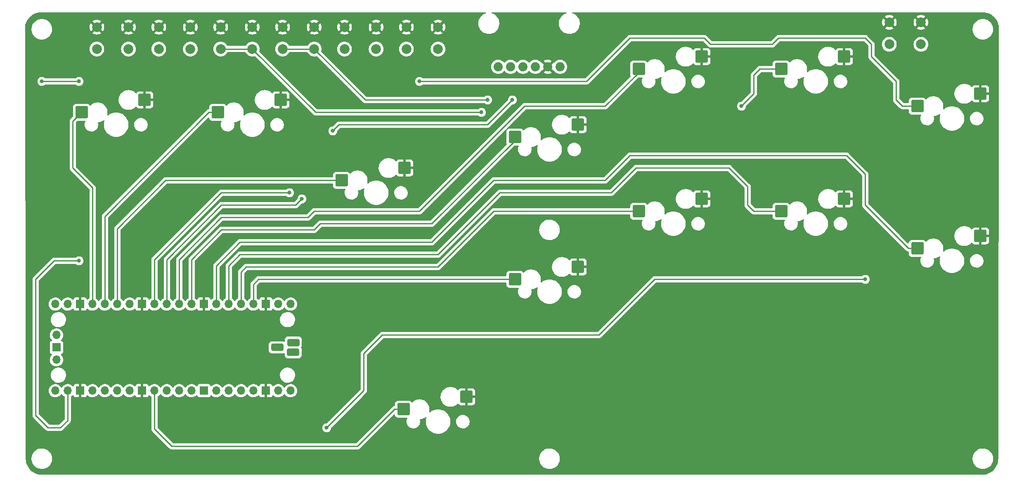
<source format=gbr>
%TF.GenerationSoftware,KiCad,Pcbnew,(6.0.4)*%
%TF.CreationDate,2022-07-03T17:31:01+01:00*%
%TF.ProjectId,MiniFighter Lite,4d696e69-4669-4676-9874-6572204c6974,rev?*%
%TF.SameCoordinates,Original*%
%TF.FileFunction,Copper,L2,Bot*%
%TF.FilePolarity,Positive*%
%FSLAX46Y46*%
G04 Gerber Fmt 4.6, Leading zero omitted, Abs format (unit mm)*
G04 Created by KiCad (PCBNEW (6.0.4)) date 2022-07-03 17:31:01*
%MOMM*%
%LPD*%
G01*
G04 APERTURE LIST*
G04 Aperture macros list*
%AMRoundRect*
0 Rectangle with rounded corners*
0 $1 Rounding radius*
0 $2 $3 $4 $5 $6 $7 $8 $9 X,Y pos of 4 corners*
0 Add a 4 corners polygon primitive as box body*
4,1,4,$2,$3,$4,$5,$6,$7,$8,$9,$2,$3,0*
0 Add four circle primitives for the rounded corners*
1,1,$1+$1,$2,$3*
1,1,$1+$1,$4,$5*
1,1,$1+$1,$6,$7*
1,1,$1+$1,$8,$9*
0 Add four rect primitives between the rounded corners*
20,1,$1+$1,$2,$3,$4,$5,0*
20,1,$1+$1,$4,$5,$6,$7,0*
20,1,$1+$1,$6,$7,$8,$9,0*
20,1,$1+$1,$8,$9,$2,$3,0*%
G04 Aperture macros list end*
%TA.AperFunction,ComponentPad*%
%ADD10O,1.700000X1.700000*%
%TD*%
%TA.AperFunction,ComponentPad*%
%ADD11R,1.700000X1.700000*%
%TD*%
%TA.AperFunction,ComponentPad*%
%ADD12RoundRect,0.300000X-0.950000X0.450000X-0.950000X-0.450000X0.950000X-0.450000X0.950000X0.450000X0*%
%TD*%
%TA.AperFunction,ComponentPad*%
%ADD13C,2.000000*%
%TD*%
%TA.AperFunction,SMDPad,CuDef*%
%ADD14RoundRect,0.250000X-1.025000X-1.000000X1.025000X-1.000000X1.025000X1.000000X-1.025000X1.000000X0*%
%TD*%
%TA.AperFunction,ComponentPad*%
%ADD15C,1.879600*%
%TD*%
%TA.AperFunction,ViaPad*%
%ADD16C,0.800000*%
%TD*%
%TA.AperFunction,Conductor*%
%ADD17C,0.250000*%
%TD*%
G04 APERTURE END LIST*
D10*
%TO.P,U1,1,GPIO0*%
%TO.N,unconnected-(U1-Pad1)*%
X180575000Y-138430000D03*
%TO.P,U1,2,GPIO1*%
%TO.N,unconnected-(U1-Pad2)*%
X178035000Y-138430000D03*
D11*
%TO.P,U1,3,GND*%
%TO.N,GND*%
X175495000Y-138430000D03*
D10*
%TO.P,U1,4,GPIO2*%
%TO.N,GP 2*%
X172955000Y-138430000D03*
%TO.P,U1,5,GPIO3*%
%TO.N,GP 3*%
X170415000Y-138430000D03*
%TO.P,U1,6,GPIO4*%
%TO.N,GP 4*%
X167875000Y-138430000D03*
%TO.P,U1,7,GPIO5*%
%TO.N,GP 5*%
X165335000Y-138430000D03*
D11*
%TO.P,U1,8,GND*%
%TO.N,GND*%
X162795000Y-138430000D03*
D10*
%TO.P,U1,9,GPIO6*%
%TO.N,GP 6*%
X160255000Y-138430000D03*
%TO.P,U1,10,GPIO7*%
%TO.N,GP 7*%
X157715000Y-138430000D03*
%TO.P,U1,11,GPIO8*%
%TO.N,GP 8*%
X155175000Y-138430000D03*
%TO.P,U1,12,GPIO9*%
%TO.N,GP 9*%
X152635000Y-138430000D03*
D11*
%TO.P,U1,13,GND*%
%TO.N,GND*%
X150095000Y-138430000D03*
D10*
%TO.P,U1,14,GPIO10*%
%TO.N,unconnected-(U1-Pad14)*%
X147555000Y-138430000D03*
%TO.P,U1,15,GPIO11*%
%TO.N,GP11*%
X145015000Y-138430000D03*
%TO.P,U1,16,GPIO12*%
%TO.N,GP12*%
X142475000Y-138430000D03*
%TO.P,U1,17,GPIO13*%
%TO.N,GP13*%
X139935000Y-138430000D03*
D11*
%TO.P,U1,18,GND*%
%TO.N,GND*%
X137395000Y-138430000D03*
D10*
%TO.P,U1,19,GPIO14*%
%TO.N,GP14*%
X134855000Y-138430000D03*
%TO.P,U1,20,GPIO15*%
%TO.N,GP15*%
X132315000Y-138430000D03*
%TO.P,U1,21,GPIO16*%
%TO.N,GP16*%
X132315000Y-156210000D03*
%TO.P,U1,22,GPIO17*%
%TO.N,GP17*%
X134855000Y-156210000D03*
D11*
%TO.P,U1,23,GND*%
%TO.N,GND*%
X137395000Y-156210000D03*
D10*
%TO.P,U1,24,GPIO18*%
%TO.N,unconnected-(U1-Pad24)*%
X139935000Y-156210000D03*
%TO.P,U1,25,GPIO19*%
%TO.N,unconnected-(U1-Pad25)*%
X142475000Y-156210000D03*
%TO.P,U1,26,GPIO20*%
%TO.N,GP20*%
X145015000Y-156210000D03*
%TO.P,U1,27,GPIO21*%
%TO.N,GP21*%
X147555000Y-156210000D03*
D11*
%TO.P,U1,28,GND*%
%TO.N,GND*%
X150095000Y-156210000D03*
D10*
%TO.P,U1,29,GPIO22*%
%TO.N,GP22*%
X152635000Y-156210000D03*
%TO.P,U1,30,RUN*%
%TO.N,RUN*%
X155175000Y-156210000D03*
%TO.P,U1,31,GPIO26_ADC0*%
%TO.N,unconnected-(U1-Pad31)*%
X157715000Y-156210000D03*
%TO.P,U1,32,GPIO27_ADC1*%
%TO.N,unconnected-(U1-Pad32)*%
X160255000Y-156210000D03*
D11*
%TO.P,U1,33,AGND*%
%TO.N,unconnected-(U1-Pad33)*%
X162795000Y-156210000D03*
D10*
%TO.P,U1,34,GPIO28_ADC2*%
%TO.N,unconnected-(U1-Pad34)*%
X165335000Y-156210000D03*
%TO.P,U1,35,ADC_VREF*%
%TO.N,unconnected-(U1-Pad35)*%
X167875000Y-156210000D03*
%TO.P,U1,36,3V3*%
%TO.N,unconnected-(U1-Pad36)*%
X170415000Y-156210000D03*
%TO.P,U1,37,3V3_EN*%
%TO.N,unconnected-(U1-Pad37)*%
X172955000Y-156210000D03*
D11*
%TO.P,U1,38,GND*%
%TO.N,GND*%
X175495000Y-156210000D03*
D10*
%TO.P,U1,39,VSYS*%
%TO.N,unconnected-(U1-Pad39)*%
X178035000Y-156210000D03*
%TO.P,U1,40,VBUS*%
%TO.N,+5V*%
X180575000Y-156210000D03*
%TO.P,U1,41,SWCLK*%
%TO.N,unconnected-(U1-Pad41)*%
X132545000Y-144780000D03*
D11*
%TO.P,U1,42,GND*%
%TO.N,unconnected-(U1-Pad42)*%
X132545000Y-147320000D03*
D10*
%TO.P,U1,43,SWDIO*%
%TO.N,unconnected-(U1-Pad43)*%
X132545000Y-149860000D03*
D12*
%TO.P,U1,TP1,TP1*%
%TO.N,unconnected-(U1-PadTP1)*%
X177815000Y-147320000D03*
%TO.P,U1,TP2,TP2*%
%TO.N,D-*%
X181095000Y-148320000D03*
%TO.P,U1,TP3,TP3*%
%TO.N,D+*%
X181115000Y-146320000D03*
%TD*%
D13*
%TO.P,A1,1,1*%
%TO.N,GP20*%
X178920000Y-86070000D03*
X185420000Y-86070000D03*
%TO.P,A1,2,2*%
%TO.N,GND*%
X185420000Y-81570000D03*
X178920000Y-81570000D03*
%TD*%
D14*
%TO.P,P3,1,A*%
%TO.N,GP 8*%
X281205000Y-90170000D03*
%TO.P,P3,2,B*%
%TO.N,GND*%
X294132000Y-87630000D03*
%TD*%
D13*
%TO.P,A2,1,1*%
%TO.N,GP21*%
X166220000Y-86070000D03*
X172720000Y-86070000D03*
%TO.P,A2,2,2*%
%TO.N,GND*%
X166220000Y-81570000D03*
X172720000Y-81570000D03*
%TD*%
D14*
%TO.P,K3,1,A*%
%TO.N,GP 4*%
X281205000Y-119380000D03*
%TO.P,K3,2,B*%
%TO.N,GND*%
X294132000Y-116840000D03*
%TD*%
%TO.P,K2,1,A*%
%TO.N,GP 3*%
X251995000Y-119380000D03*
%TO.P,K2,2,B*%
%TO.N,GND*%
X264922000Y-116840000D03*
%TD*%
D13*
%TO.P,R3,1,1*%
%TO.N,GP14*%
X153520000Y-86070000D03*
X160020000Y-86070000D03*
%TO.P,R3,2,2*%
%TO.N,GND*%
X160020000Y-81570000D03*
X153520000Y-81570000D03*
%TD*%
D15*
%TO.P,USBC1,1,Pin_1*%
%TO.N,unconnected-(USBC1-Pad1)*%
X223140000Y-89698750D03*
%TO.P,USBC1,2,Pin_2*%
%TO.N,D+*%
X225680000Y-89698750D03*
%TO.P,USBC1,3,Pin_3*%
%TO.N,D-*%
X228220000Y-89698750D03*
%TO.P,USBC1,4,Pin_4*%
%TO.N,unconnected-(USBC1-Pad4)*%
X230760000Y-89698750D03*
%TO.P,USBC1,5,Pin_5*%
%TO.N,GND*%
X233300000Y-89698750D03*
%TO.P,USBC1,6,Pin_6*%
%TO.N,+5V*%
X235840000Y-89698750D03*
%TD*%
D14*
%TO.P,DOWN1,1,A*%
%TO.N,GP12*%
X165635000Y-99060000D03*
%TO.P,DOWN1,2,B*%
%TO.N,GND*%
X178562000Y-96520000D03*
%TD*%
%TO.P,RIGHT1,1,A*%
%TO.N,GP11*%
X191035000Y-113030000D03*
%TO.P,RIGHT1,2,B*%
%TO.N,GND*%
X203962000Y-110490000D03*
%TD*%
D13*
%TO.P,SELECT1,1,1*%
%TO.N,GP16*%
X198120000Y-86070000D03*
X191620000Y-86070000D03*
%TO.P,SELECT1,2,2*%
%TO.N,GND*%
X191620000Y-81570000D03*
X198120000Y-81570000D03*
%TD*%
D14*
%TO.P,P4,1,A*%
%TO.N,GP 9*%
X309145000Y-97790000D03*
%TO.P,P4,2,B*%
%TO.N,GND*%
X322072000Y-95250000D03*
%TD*%
%TO.P,K1,1,A*%
%TO.N,GP 2*%
X226595000Y-133350000D03*
%TO.P,K1,2,B*%
%TO.N,GND*%
X239522000Y-130810000D03*
%TD*%
D13*
%TO.P,RUN1,1,1*%
%TO.N,RUN*%
X303380000Y-85090000D03*
X309880000Y-85090000D03*
%TO.P,RUN1,2,2*%
%TO.N,GND*%
X309880000Y-80590000D03*
X303380000Y-80590000D03*
%TD*%
D14*
%TO.P,P2,1,A*%
%TO.N,GP 7*%
X251995000Y-90170000D03*
%TO.P,P2,2,B*%
%TO.N,GND*%
X264922000Y-87630000D03*
%TD*%
%TO.P,LEFT1,1,A*%
%TO.N,GP13*%
X137695000Y-99060000D03*
%TO.P,LEFT1,2,B*%
%TO.N,GND*%
X150622000Y-96520000D03*
%TD*%
%TO.P,P1,1,A*%
%TO.N,GP 6*%
X226595000Y-104140000D03*
%TO.P,P1,2,B*%
%TO.N,GND*%
X239522000Y-101600000D03*
%TD*%
D13*
%TO.P,L3,1,1*%
%TO.N,GP15*%
X140820000Y-86070000D03*
X147320000Y-86070000D03*
%TO.P,L3,2,2*%
%TO.N,GND*%
X140820000Y-81570000D03*
X147320000Y-81570000D03*
%TD*%
%TO.P,START1,1,1*%
%TO.N,GP17*%
X204320000Y-86070000D03*
X210820000Y-86070000D03*
%TO.P,START1,2,2*%
%TO.N,GND*%
X210820000Y-81570000D03*
X204320000Y-81570000D03*
%TD*%
D14*
%TO.P,UP1,1,A*%
%TO.N,GP22*%
X203735000Y-160020000D03*
%TO.P,UP1,2,B*%
%TO.N,GND*%
X216662000Y-157480000D03*
%TD*%
%TO.P,K4,1,A*%
%TO.N,GP 5*%
X309145000Y-127000000D03*
%TO.P,K4,2,B*%
%TO.N,GND*%
X322072000Y-124460000D03*
%TD*%
D16*
%TO.N,GP20*%
X220980000Y-96520000D03*
%TO.N,GP21*%
X219710000Y-99060000D03*
%TO.N,GP 8*%
X182880000Y-116840000D03*
X189230000Y-102870000D03*
X226060000Y-96520000D03*
X273050000Y-97790000D03*
%TO.N,GP 9*%
X207010000Y-92710000D03*
X180340000Y-115570000D03*
%TO.N,RUN*%
X298450000Y-133350000D03*
X187960000Y-163830000D03*
%TO.N,GP16*%
X137160000Y-92710000D03*
X129540000Y-92710000D03*
%TO.N,GP17*%
X137160000Y-129540000D03*
%TD*%
D17*
%TO.N,GP20*%
X195870000Y-96520000D02*
X185420000Y-86070000D01*
X185420000Y-86070000D02*
X178920000Y-86070000D01*
X220980000Y-96520000D02*
X195870000Y-96520000D01*
%TO.N,GP21*%
X172720000Y-86070000D02*
X166220000Y-86070000D01*
X185710000Y-99060000D02*
X172720000Y-86070000D01*
X219710000Y-99060000D02*
X185710000Y-99060000D01*
%TO.N,GP 3*%
X170415000Y-138430000D02*
X170415000Y-131845000D01*
X210820000Y-130810000D02*
X222250000Y-119380000D01*
X171450000Y-130810000D02*
X210820000Y-130810000D01*
X222250000Y-119380000D02*
X251995000Y-119380000D01*
X170415000Y-131845000D02*
X171450000Y-130810000D01*
%TO.N,GP 6*%
X160255000Y-138430000D02*
X160255000Y-129305000D01*
X186690000Y-121920000D02*
X209550000Y-121920000D01*
X160255000Y-129305000D02*
X166370000Y-123190000D01*
X209550000Y-121920000D02*
X226595000Y-104875000D01*
X185420000Y-123190000D02*
X186690000Y-121920000D01*
X166370000Y-123190000D02*
X185420000Y-123190000D01*
X226595000Y-104875000D02*
X226595000Y-104140000D01*
%TO.N,GP 7*%
X251995000Y-90905000D02*
X251995000Y-90170000D01*
X245110000Y-97790000D02*
X251995000Y-90905000D01*
X185420000Y-119380000D02*
X207010000Y-119380000D01*
X166370000Y-120650000D02*
X184150000Y-120650000D01*
X228600000Y-97790000D02*
X245110000Y-97790000D01*
X184150000Y-120650000D02*
X185420000Y-119380000D01*
X157715000Y-138430000D02*
X157715000Y-129305000D01*
X207010000Y-119380000D02*
X228600000Y-97790000D01*
X157715000Y-129305000D02*
X166370000Y-120650000D01*
%TO.N,GP 8*%
X275590000Y-95250000D02*
X275590000Y-91440000D01*
X189230000Y-102870000D02*
X190500000Y-101600000D01*
X155175000Y-129305000D02*
X166370000Y-118110000D01*
X190500000Y-101600000D02*
X219710000Y-101600000D01*
X276860000Y-90170000D02*
X281205000Y-90170000D01*
X155175000Y-138430000D02*
X155175000Y-129305000D01*
X220980000Y-101600000D02*
X226060000Y-96520000D01*
X181610000Y-118110000D02*
X182880000Y-116840000D01*
X219710000Y-101600000D02*
X220980000Y-101600000D01*
X273050000Y-97790000D02*
X275590000Y-95250000D01*
X166370000Y-118110000D02*
X181610000Y-118110000D01*
X275590000Y-91440000D02*
X276860000Y-90170000D01*
%TO.N,GP 9*%
X152635000Y-138430000D02*
X152635000Y-129305000D01*
X304800000Y-96520000D02*
X306070000Y-97790000D01*
X265430000Y-83820000D02*
X266700000Y-85090000D01*
X304800000Y-92710000D02*
X304800000Y-96520000D01*
X241300000Y-92710000D02*
X250190000Y-83820000D01*
X279400000Y-85090000D02*
X280670000Y-83820000D01*
X306070000Y-97790000D02*
X309145000Y-97790000D01*
X207010000Y-92710000D02*
X241300000Y-92710000D01*
X266700000Y-85090000D02*
X279400000Y-85090000D01*
X299720000Y-87630000D02*
X304800000Y-92710000D01*
X166370000Y-115570000D02*
X180340000Y-115570000D01*
X250190000Y-83820000D02*
X265430000Y-83820000D01*
X298450000Y-83820000D02*
X299720000Y-85090000D01*
X299720000Y-85090000D02*
X299720000Y-87630000D01*
X152635000Y-129305000D02*
X166370000Y-115570000D01*
X280670000Y-83820000D02*
X298450000Y-83820000D01*
%TO.N,GP 5*%
X245110000Y-113030000D02*
X250190000Y-107950000D01*
X298450000Y-111760000D02*
X298450000Y-118110000D01*
X294640000Y-107950000D02*
X298450000Y-111760000D01*
X298450000Y-118110000D02*
X307340000Y-127000000D01*
X209550000Y-125730000D02*
X222250000Y-113030000D01*
X222250000Y-113030000D02*
X245110000Y-113030000D01*
X165335000Y-138430000D02*
X165335000Y-130575000D01*
X250190000Y-107950000D02*
X294640000Y-107950000D01*
X170180000Y-125730000D02*
X209550000Y-125730000D01*
X307340000Y-127000000D02*
X309145000Y-127000000D01*
X165335000Y-130575000D02*
X170180000Y-125730000D01*
%TO.N,GP11*%
X154940000Y-113030000D02*
X191035000Y-113030000D01*
X145015000Y-122955000D02*
X154940000Y-113030000D01*
X145015000Y-138430000D02*
X145015000Y-122955000D01*
%TO.N,GP12*%
X142475000Y-120415000D02*
X163830000Y-99060000D01*
X142475000Y-138430000D02*
X142475000Y-120415000D01*
X163830000Y-99060000D02*
X165635000Y-99060000D01*
%TO.N,GP13*%
X139935000Y-114555000D02*
X139945000Y-114545000D01*
X139935000Y-138430000D02*
X139935000Y-114555000D01*
X135890000Y-100865000D02*
X137695000Y-99060000D01*
X135890000Y-110490000D02*
X135890000Y-100865000D01*
X139945000Y-114545000D02*
X135890000Y-110490000D01*
%TO.N,GP 4*%
X170180000Y-128270000D02*
X210820000Y-128270000D01*
X223520000Y-115570000D02*
X246380000Y-115570000D01*
X251460000Y-110490000D02*
X270510000Y-110490000D01*
X275590000Y-119380000D02*
X281205000Y-119380000D01*
X270510000Y-110490000D02*
X274320000Y-114300000D01*
X274320000Y-118110000D02*
X275590000Y-119380000D01*
X167875000Y-138430000D02*
X167875000Y-130575000D01*
X246380000Y-115570000D02*
X251460000Y-110490000D01*
X274320000Y-114300000D02*
X274320000Y-118110000D01*
X210820000Y-128270000D02*
X223520000Y-115570000D01*
X167875000Y-130575000D02*
X170180000Y-128270000D01*
%TO.N,RUN*%
X243840000Y-144780000D02*
X255270000Y-133350000D01*
X187960000Y-163830000D02*
X195580000Y-156210000D01*
X195580000Y-156210000D02*
X195580000Y-148590000D01*
X195580000Y-148590000D02*
X199390000Y-144780000D01*
X255270000Y-133350000D02*
X298450000Y-133350000D01*
X199390000Y-144780000D02*
X243840000Y-144780000D01*
%TO.N,GP16*%
X129540000Y-92710000D02*
X137160000Y-92710000D01*
%TO.N,GP17*%
X130810000Y-163830000D02*
X133350000Y-163830000D01*
X132080000Y-129540000D02*
X128270000Y-133350000D01*
X134855000Y-162325000D02*
X134855000Y-156210000D01*
X128270000Y-133350000D02*
X128270000Y-161290000D01*
X133350000Y-163830000D02*
X134855000Y-162325000D01*
X137160000Y-129540000D02*
X132080000Y-129540000D01*
X128270000Y-161290000D02*
X130810000Y-163830000D01*
%TO.N,GP 2*%
X173990000Y-133350000D02*
X226595000Y-133350000D01*
X172955000Y-134385000D02*
X173990000Y-133350000D01*
X172955000Y-138430000D02*
X172955000Y-134385000D01*
%TO.N,GP22*%
X156210000Y-167640000D02*
X152635000Y-164065000D01*
X194310000Y-167640000D02*
X156210000Y-167640000D01*
X152635000Y-164065000D02*
X152635000Y-156210000D01*
X201930000Y-160020000D02*
X194310000Y-167640000D01*
X203735000Y-160020000D02*
X201930000Y-160020000D01*
%TD*%
%TA.AperFunction,Conductor*%
%TO.N,GND*%
G36*
X220596138Y-78528502D02*
G01*
X220642631Y-78582158D01*
X220652735Y-78652432D01*
X220623241Y-78717012D01*
X220570077Y-78753273D01*
X220446805Y-78796926D01*
X220375355Y-78822228D01*
X220113707Y-78957275D01*
X219872807Y-79126582D01*
X219657114Y-79327016D01*
X219654400Y-79330331D01*
X219654397Y-79330335D01*
X219622169Y-79369710D01*
X219470618Y-79554869D01*
X219316772Y-79805924D01*
X219315045Y-79809858D01*
X219315044Y-79809860D01*
X219271417Y-79909245D01*
X219198420Y-80075536D01*
X219117755Y-80358716D01*
X219076267Y-80650223D01*
X219075568Y-80783614D01*
X219075023Y-80887837D01*
X219074725Y-80944663D01*
X219075284Y-80948907D01*
X219075284Y-80948911D01*
X219077702Y-80967277D01*
X219113158Y-81236588D01*
X219114291Y-81240728D01*
X219114291Y-81240730D01*
X219160903Y-81411113D01*
X219190854Y-81520597D01*
X219306375Y-81791433D01*
X219351779Y-81867297D01*
X219449025Y-82029783D01*
X219457585Y-82044086D01*
X219641684Y-82273879D01*
X219644786Y-82276823D01*
X219644790Y-82276827D01*
X219659182Y-82290484D01*
X219855266Y-82476561D01*
X220094380Y-82648382D01*
X220354600Y-82786161D01*
X220358623Y-82787633D01*
X220358627Y-82787635D01*
X220420617Y-82810320D01*
X220631111Y-82887350D01*
X220918797Y-82950075D01*
X220948339Y-82952400D01*
X221147273Y-82968057D01*
X221147282Y-82968057D01*
X221149730Y-82968250D01*
X221309016Y-82968250D01*
X221311152Y-82968104D01*
X221311163Y-82968104D01*
X221524486Y-82953561D01*
X221524492Y-82953560D01*
X221528763Y-82953269D01*
X221532958Y-82952400D01*
X221532960Y-82952400D01*
X221672926Y-82923415D01*
X221817089Y-82893560D01*
X222094645Y-82795272D01*
X222356293Y-82660225D01*
X222597193Y-82490918D01*
X222812886Y-82290484D01*
X222824065Y-82276827D01*
X222996666Y-82065949D01*
X222999382Y-82062631D01*
X223129981Y-81849512D01*
X223150984Y-81815238D01*
X223150984Y-81815237D01*
X223153228Y-81811576D01*
X223161263Y-81793273D01*
X223253649Y-81582812D01*
X223271580Y-81541964D01*
X223352245Y-81258784D01*
X223393733Y-80967277D01*
X223394754Y-80772414D01*
X223395253Y-80677123D01*
X223395253Y-80677116D01*
X223395275Y-80672837D01*
X223392864Y-80654519D01*
X223357402Y-80385168D01*
X223356842Y-80380912D01*
X223353604Y-80369074D01*
X223280280Y-80101048D01*
X223280280Y-80101047D01*
X223279146Y-80096903D01*
X223163625Y-79826067D01*
X223072393Y-79673630D01*
X223014619Y-79577096D01*
X223014616Y-79577092D01*
X223012415Y-79573414D01*
X222828316Y-79343621D01*
X222825214Y-79340677D01*
X222825210Y-79340673D01*
X222719452Y-79240313D01*
X222614734Y-79140939D01*
X222375620Y-78969118D01*
X222115400Y-78831339D01*
X222111377Y-78829867D01*
X222111373Y-78829865D01*
X221900854Y-78752826D01*
X221843756Y-78710632D01*
X221818534Y-78644266D01*
X221833196Y-78574800D01*
X221883087Y-78524288D01*
X221944155Y-78508500D01*
X237038017Y-78508500D01*
X237106138Y-78528502D01*
X237152631Y-78582158D01*
X237162735Y-78652432D01*
X237133241Y-78717012D01*
X237080077Y-78753273D01*
X236956805Y-78796926D01*
X236885355Y-78822228D01*
X236623707Y-78957275D01*
X236382807Y-79126582D01*
X236167114Y-79327016D01*
X236164400Y-79330331D01*
X236164397Y-79330335D01*
X236132169Y-79369710D01*
X235980618Y-79554869D01*
X235826772Y-79805924D01*
X235825045Y-79809858D01*
X235825044Y-79809860D01*
X235781417Y-79909245D01*
X235708420Y-80075536D01*
X235627755Y-80358716D01*
X235586267Y-80650223D01*
X235585568Y-80783614D01*
X235585023Y-80887837D01*
X235584725Y-80944663D01*
X235585284Y-80948907D01*
X235585284Y-80948911D01*
X235587702Y-80967277D01*
X235623158Y-81236588D01*
X235624291Y-81240728D01*
X235624291Y-81240730D01*
X235670903Y-81411113D01*
X235700854Y-81520597D01*
X235816375Y-81791433D01*
X235861779Y-81867297D01*
X235959025Y-82029783D01*
X235967585Y-82044086D01*
X236151684Y-82273879D01*
X236154786Y-82276823D01*
X236154790Y-82276827D01*
X236169182Y-82290484D01*
X236365266Y-82476561D01*
X236604380Y-82648382D01*
X236864600Y-82786161D01*
X236868623Y-82787633D01*
X236868627Y-82787635D01*
X236930617Y-82810320D01*
X237141111Y-82887350D01*
X237428797Y-82950075D01*
X237458339Y-82952400D01*
X237657273Y-82968057D01*
X237657282Y-82968057D01*
X237659730Y-82968250D01*
X237819016Y-82968250D01*
X237821152Y-82968104D01*
X237821163Y-82968104D01*
X238034486Y-82953561D01*
X238034492Y-82953560D01*
X238038763Y-82953269D01*
X238042958Y-82952400D01*
X238042960Y-82952400D01*
X238182926Y-82923415D01*
X238327089Y-82893560D01*
X238604645Y-82795272D01*
X238866293Y-82660225D01*
X239107193Y-82490918D01*
X239322886Y-82290484D01*
X239334065Y-82276827D01*
X239452029Y-82132703D01*
X320470743Y-82132703D01*
X320508268Y-82417734D01*
X320584129Y-82695036D01*
X320585813Y-82698984D01*
X320693905Y-82952400D01*
X320696923Y-82959476D01*
X320727031Y-83009783D01*
X320841193Y-83200533D01*
X320844561Y-83206161D01*
X321024313Y-83430528D01*
X321041397Y-83446740D01*
X321199338Y-83596620D01*
X321232851Y-83628423D01*
X321466317Y-83796186D01*
X321470112Y-83798195D01*
X321470113Y-83798196D01*
X321491869Y-83809715D01*
X321720392Y-83930712D01*
X321744699Y-83939607D01*
X321964468Y-84020031D01*
X321990373Y-84029511D01*
X322271264Y-84090755D01*
X322299841Y-84093004D01*
X322494282Y-84108307D01*
X322494291Y-84108307D01*
X322496739Y-84108500D01*
X322652271Y-84108500D01*
X322654407Y-84108354D01*
X322654418Y-84108354D01*
X322862548Y-84094165D01*
X322862554Y-84094164D01*
X322866825Y-84093873D01*
X322871020Y-84093004D01*
X322871022Y-84093004D01*
X323007583Y-84064724D01*
X323148342Y-84035574D01*
X323419343Y-83939607D01*
X323674812Y-83807750D01*
X323678313Y-83805289D01*
X323678317Y-83805287D01*
X323897994Y-83650895D01*
X323910023Y-83642441D01*
X324120622Y-83446740D01*
X324302713Y-83224268D01*
X324452927Y-82979142D01*
X324464285Y-82953269D01*
X324566757Y-82719830D01*
X324568483Y-82715898D01*
X324587716Y-82648382D01*
X324646068Y-82443534D01*
X324647244Y-82439406D01*
X324687751Y-82154784D01*
X324687845Y-82136951D01*
X324689235Y-81871583D01*
X324689235Y-81871576D01*
X324689257Y-81867297D01*
X324687397Y-81853165D01*
X324652292Y-81586522D01*
X324651732Y-81582266D01*
X324644872Y-81557188D01*
X324617842Y-81458384D01*
X324575871Y-81304964D01*
X324530237Y-81197978D01*
X324464763Y-81044476D01*
X324464761Y-81044472D01*
X324463077Y-81040524D01*
X324366432Y-80879042D01*
X324317643Y-80797521D01*
X324317640Y-80797517D01*
X324315439Y-80793839D01*
X324135687Y-80569472D01*
X323936986Y-80380912D01*
X323930258Y-80374527D01*
X323930255Y-80374525D01*
X323927149Y-80371577D01*
X323693683Y-80203814D01*
X323671843Y-80192250D01*
X323609516Y-80159250D01*
X323439608Y-80069288D01*
X323169627Y-79970489D01*
X322888736Y-79909245D01*
X322857685Y-79906801D01*
X322665718Y-79891693D01*
X322665709Y-79891693D01*
X322663261Y-79891500D01*
X322507729Y-79891500D01*
X322505593Y-79891646D01*
X322505582Y-79891646D01*
X322297452Y-79905835D01*
X322297446Y-79905836D01*
X322293175Y-79906127D01*
X322288980Y-79906996D01*
X322288978Y-79906996D01*
X322152417Y-79935276D01*
X322011658Y-79964426D01*
X321740657Y-80060393D01*
X321736848Y-80062359D01*
X321537721Y-80165136D01*
X321485188Y-80192250D01*
X321481687Y-80194711D01*
X321481683Y-80194713D01*
X321437747Y-80225592D01*
X321249977Y-80357559D01*
X321234892Y-80371577D01*
X321125391Y-80473332D01*
X321039378Y-80553260D01*
X320857287Y-80775732D01*
X320707073Y-81020858D01*
X320591517Y-81284102D01*
X320512756Y-81560594D01*
X320510054Y-81579580D01*
X320475475Y-81822552D01*
X320472249Y-81845216D01*
X320472227Y-81849505D01*
X320472226Y-81849512D01*
X320470902Y-82102275D01*
X320470743Y-82132703D01*
X239452029Y-82132703D01*
X239506666Y-82065949D01*
X239509382Y-82062631D01*
X239639981Y-81849512D01*
X239656430Y-81822670D01*
X302512160Y-81822670D01*
X302517887Y-81830320D01*
X302689042Y-81935205D01*
X302697837Y-81939687D01*
X302907988Y-82026734D01*
X302917373Y-82029783D01*
X303138554Y-82082885D01*
X303148301Y-82084428D01*
X303375070Y-82102275D01*
X303384930Y-82102275D01*
X303611699Y-82084428D01*
X303621446Y-82082885D01*
X303842627Y-82029783D01*
X303852012Y-82026734D01*
X304062163Y-81939687D01*
X304070958Y-81935205D01*
X304238445Y-81832568D01*
X304247400Y-81822670D01*
X309012160Y-81822670D01*
X309017887Y-81830320D01*
X309189042Y-81935205D01*
X309197837Y-81939687D01*
X309407988Y-82026734D01*
X309417373Y-82029783D01*
X309638554Y-82082885D01*
X309648301Y-82084428D01*
X309875070Y-82102275D01*
X309884930Y-82102275D01*
X310111699Y-82084428D01*
X310121446Y-82082885D01*
X310342627Y-82029783D01*
X310352012Y-82026734D01*
X310562163Y-81939687D01*
X310570958Y-81935205D01*
X310738445Y-81832568D01*
X310747907Y-81822110D01*
X310744124Y-81813334D01*
X309892812Y-80962022D01*
X309878868Y-80954408D01*
X309877035Y-80954539D01*
X309870420Y-80958790D01*
X309018920Y-81810290D01*
X309012160Y-81822670D01*
X304247400Y-81822670D01*
X304247907Y-81822110D01*
X304244124Y-81813334D01*
X303392812Y-80962022D01*
X303378868Y-80954408D01*
X303377035Y-80954539D01*
X303370420Y-80958790D01*
X302518920Y-81810290D01*
X302512160Y-81822670D01*
X239656430Y-81822670D01*
X239660984Y-81815238D01*
X239660984Y-81815237D01*
X239663228Y-81811576D01*
X239671263Y-81793273D01*
X239763649Y-81582812D01*
X239781580Y-81541964D01*
X239862245Y-81258784D01*
X239903733Y-80967277D01*
X239904754Y-80772414D01*
X239905253Y-80677123D01*
X239905253Y-80677116D01*
X239905275Y-80672837D01*
X239902864Y-80654519D01*
X239895019Y-80594930D01*
X301867725Y-80594930D01*
X301885572Y-80821699D01*
X301887115Y-80831446D01*
X301940217Y-81052627D01*
X301943266Y-81062012D01*
X302030313Y-81272163D01*
X302034795Y-81280958D01*
X302137432Y-81448445D01*
X302147890Y-81457907D01*
X302156666Y-81454124D01*
X303007978Y-80602812D01*
X303014356Y-80591132D01*
X303744408Y-80591132D01*
X303744539Y-80592965D01*
X303748790Y-80599580D01*
X304600290Y-81451080D01*
X304612670Y-81457840D01*
X304620320Y-81452113D01*
X304725205Y-81280958D01*
X304729687Y-81272163D01*
X304816734Y-81062012D01*
X304819783Y-81052627D01*
X304872885Y-80831446D01*
X304874428Y-80821699D01*
X304892275Y-80594930D01*
X308367725Y-80594930D01*
X308385572Y-80821699D01*
X308387115Y-80831446D01*
X308440217Y-81052627D01*
X308443266Y-81062012D01*
X308530313Y-81272163D01*
X308534795Y-81280958D01*
X308637432Y-81448445D01*
X308647890Y-81457907D01*
X308656666Y-81454124D01*
X309507978Y-80602812D01*
X309514356Y-80591132D01*
X310244408Y-80591132D01*
X310244539Y-80592965D01*
X310248790Y-80599580D01*
X311100290Y-81451080D01*
X311112670Y-81457840D01*
X311120320Y-81452113D01*
X311225205Y-81280958D01*
X311229687Y-81272163D01*
X311316734Y-81062012D01*
X311319783Y-81052627D01*
X311372885Y-80831446D01*
X311374428Y-80821699D01*
X311392275Y-80594930D01*
X311392275Y-80585070D01*
X311374428Y-80358301D01*
X311372885Y-80348554D01*
X311319783Y-80127373D01*
X311316734Y-80117988D01*
X311229687Y-79907837D01*
X311225205Y-79899042D01*
X311122568Y-79731555D01*
X311112110Y-79722093D01*
X311103334Y-79725876D01*
X310252022Y-80577188D01*
X310244408Y-80591132D01*
X309514356Y-80591132D01*
X309515592Y-80588868D01*
X309515461Y-80587035D01*
X309511210Y-80580420D01*
X308659710Y-79728920D01*
X308647330Y-79722160D01*
X308639680Y-79727887D01*
X308534795Y-79899042D01*
X308530313Y-79907837D01*
X308443266Y-80117988D01*
X308440217Y-80127373D01*
X308387115Y-80348554D01*
X308385572Y-80358301D01*
X308367725Y-80585070D01*
X308367725Y-80594930D01*
X304892275Y-80594930D01*
X304892275Y-80585070D01*
X304874428Y-80358301D01*
X304872885Y-80348554D01*
X304819783Y-80127373D01*
X304816734Y-80117988D01*
X304729687Y-79907837D01*
X304725205Y-79899042D01*
X304622568Y-79731555D01*
X304612110Y-79722093D01*
X304603334Y-79725876D01*
X303752022Y-80577188D01*
X303744408Y-80591132D01*
X303014356Y-80591132D01*
X303015592Y-80588868D01*
X303015461Y-80587035D01*
X303011210Y-80580420D01*
X302159710Y-79728920D01*
X302147330Y-79722160D01*
X302139680Y-79727887D01*
X302034795Y-79899042D01*
X302030313Y-79907837D01*
X301943266Y-80117988D01*
X301940217Y-80127373D01*
X301887115Y-80348554D01*
X301885572Y-80358301D01*
X301867725Y-80585070D01*
X301867725Y-80594930D01*
X239895019Y-80594930D01*
X239867402Y-80385168D01*
X239866842Y-80380912D01*
X239863604Y-80369074D01*
X239790280Y-80101048D01*
X239790280Y-80101047D01*
X239789146Y-80096903D01*
X239673625Y-79826067D01*
X239582393Y-79673630D01*
X239524619Y-79577096D01*
X239524616Y-79577092D01*
X239522415Y-79573414D01*
X239349748Y-79357890D01*
X302512093Y-79357890D01*
X302515876Y-79366666D01*
X303367188Y-80217978D01*
X303381132Y-80225592D01*
X303382965Y-80225461D01*
X303389580Y-80221210D01*
X304241080Y-79369710D01*
X304247534Y-79357890D01*
X309012093Y-79357890D01*
X309015876Y-79366666D01*
X309867188Y-80217978D01*
X309881132Y-80225592D01*
X309882965Y-80225461D01*
X309889580Y-80221210D01*
X310741080Y-79369710D01*
X310747840Y-79357330D01*
X310742113Y-79349680D01*
X310570958Y-79244795D01*
X310562163Y-79240313D01*
X310352012Y-79153266D01*
X310342627Y-79150217D01*
X310121446Y-79097115D01*
X310111699Y-79095572D01*
X309884930Y-79077725D01*
X309875070Y-79077725D01*
X309648301Y-79095572D01*
X309638554Y-79097115D01*
X309417373Y-79150217D01*
X309407988Y-79153266D01*
X309197837Y-79240313D01*
X309189042Y-79244795D01*
X309021555Y-79347432D01*
X309012093Y-79357890D01*
X304247534Y-79357890D01*
X304247840Y-79357330D01*
X304242113Y-79349680D01*
X304070958Y-79244795D01*
X304062163Y-79240313D01*
X303852012Y-79153266D01*
X303842627Y-79150217D01*
X303621446Y-79097115D01*
X303611699Y-79095572D01*
X303384930Y-79077725D01*
X303375070Y-79077725D01*
X303148301Y-79095572D01*
X303138554Y-79097115D01*
X302917373Y-79150217D01*
X302907988Y-79153266D01*
X302697837Y-79240313D01*
X302689042Y-79244795D01*
X302521555Y-79347432D01*
X302512093Y-79357890D01*
X239349748Y-79357890D01*
X239338316Y-79343621D01*
X239335214Y-79340677D01*
X239335210Y-79340673D01*
X239229452Y-79240313D01*
X239124734Y-79140939D01*
X238885620Y-78969118D01*
X238625400Y-78831339D01*
X238621377Y-78829867D01*
X238621373Y-78829865D01*
X238410854Y-78752826D01*
X238353756Y-78710632D01*
X238328534Y-78644266D01*
X238343196Y-78574800D01*
X238393087Y-78524288D01*
X238454155Y-78508500D01*
X322530633Y-78508500D01*
X322550018Y-78510000D01*
X322564851Y-78512310D01*
X322564855Y-78512310D01*
X322573724Y-78513691D01*
X322592436Y-78511244D01*
X322615366Y-78510353D01*
X322918503Y-78526240D01*
X322931616Y-78527618D01*
X322937198Y-78528502D01*
X323259898Y-78579613D01*
X323272799Y-78582355D01*
X323590286Y-78667425D01*
X323593846Y-78668379D01*
X323606382Y-78672453D01*
X323756689Y-78730150D01*
X323916672Y-78791562D01*
X323928720Y-78796926D01*
X324224867Y-78947820D01*
X324236288Y-78954414D01*
X324515040Y-79135437D01*
X324525710Y-79143190D01*
X324784004Y-79352352D01*
X324793805Y-79361177D01*
X325028823Y-79596195D01*
X325037648Y-79605996D01*
X325246810Y-79864290D01*
X325254563Y-79874960D01*
X325435586Y-80153712D01*
X325442180Y-80165133D01*
X325593074Y-80461280D01*
X325598438Y-80473328D01*
X325715924Y-80779386D01*
X325717545Y-80783610D01*
X325721621Y-80796154D01*
X325807645Y-81117202D01*
X325810387Y-81130102D01*
X325862382Y-81458383D01*
X325863760Y-81471500D01*
X325879262Y-81767298D01*
X325877935Y-81793273D01*
X325877691Y-81794843D01*
X325877691Y-81794849D01*
X325876309Y-81803724D01*
X325880365Y-81834738D01*
X325881428Y-81851281D01*
X325727692Y-170025216D01*
X325727509Y-170130302D01*
X325726009Y-170149466D01*
X325722232Y-170173724D01*
X325724059Y-170187693D01*
X325724679Y-170192433D01*
X325725570Y-170215366D01*
X325719089Y-170339036D01*
X325709683Y-170518502D01*
X325708305Y-170531618D01*
X325656310Y-170859901D01*
X325653568Y-170872801D01*
X325567544Y-171193850D01*
X325563468Y-171206393D01*
X325444362Y-171516677D01*
X325438998Y-171528726D01*
X325288103Y-171824873D01*
X325281509Y-171836294D01*
X325100490Y-172115041D01*
X325092738Y-172125711D01*
X324883571Y-172384012D01*
X324874746Y-172393813D01*
X324639728Y-172628833D01*
X324629927Y-172637658D01*
X324371626Y-172846827D01*
X324360956Y-172854579D01*
X324082214Y-173035597D01*
X324070792Y-173042192D01*
X323774646Y-173193088D01*
X323762598Y-173198452D01*
X323452311Y-173317562D01*
X323439768Y-173321638D01*
X323118720Y-173407664D01*
X323105820Y-173410406D01*
X322777537Y-173462403D01*
X322764420Y-173463781D01*
X322468731Y-173479279D01*
X322442754Y-173477952D01*
X322441074Y-173477691D01*
X322441071Y-173477691D01*
X322432196Y-173476309D01*
X322423295Y-173477473D01*
X322423291Y-173477473D01*
X322400637Y-173480436D01*
X322384299Y-173481500D01*
X129589367Y-173481500D01*
X129569982Y-173480000D01*
X129555149Y-173477690D01*
X129555145Y-173477690D01*
X129546276Y-173476309D01*
X129527564Y-173478756D01*
X129504634Y-173479647D01*
X129201497Y-173463760D01*
X129188383Y-173462382D01*
X128860102Y-173410387D01*
X128847202Y-173407645D01*
X128724693Y-173374819D01*
X128526152Y-173321620D01*
X128513618Y-173317547D01*
X128203329Y-173198438D01*
X128191280Y-173193074D01*
X127895133Y-173042180D01*
X127883712Y-173035586D01*
X127604960Y-172854563D01*
X127594290Y-172846810D01*
X127335996Y-172637648D01*
X127326195Y-172628823D01*
X127091177Y-172393805D01*
X127082352Y-172384004D01*
X126873190Y-172125710D01*
X126865437Y-172115040D01*
X126684414Y-171836288D01*
X126677820Y-171824867D01*
X126526926Y-171528720D01*
X126521562Y-171516672D01*
X126506513Y-171477468D01*
X126402453Y-171206382D01*
X126398379Y-171193846D01*
X126312355Y-170872798D01*
X126309613Y-170859898D01*
X126257618Y-170531617D01*
X126256240Y-170518501D01*
X126245454Y-170312703D01*
X127430743Y-170312703D01*
X127468268Y-170597734D01*
X127544129Y-170875036D01*
X127656923Y-171139476D01*
X127804561Y-171386161D01*
X127984313Y-171610528D01*
X128192851Y-171808423D01*
X128426317Y-171976186D01*
X128430112Y-171978195D01*
X128430113Y-171978196D01*
X128451869Y-171989715D01*
X128680392Y-172110712D01*
X128950373Y-172209511D01*
X129231264Y-172270755D01*
X129259841Y-172273004D01*
X129454282Y-172288307D01*
X129454291Y-172288307D01*
X129456739Y-172288500D01*
X129612271Y-172288500D01*
X129614407Y-172288354D01*
X129614418Y-172288354D01*
X129822548Y-172274165D01*
X129822554Y-172274164D01*
X129826825Y-172273873D01*
X129831020Y-172273004D01*
X129831022Y-172273004D01*
X129967584Y-172244723D01*
X130108342Y-172215574D01*
X130379343Y-172119607D01*
X130634812Y-171987750D01*
X130638313Y-171985289D01*
X130638317Y-171985287D01*
X130850312Y-171836294D01*
X130870023Y-171822441D01*
X131080622Y-171626740D01*
X131262713Y-171404268D01*
X131412927Y-171159142D01*
X131528483Y-170895898D01*
X131607244Y-170619406D01*
X131647751Y-170334784D01*
X131647845Y-170316951D01*
X131647867Y-170312703D01*
X231570743Y-170312703D01*
X231608268Y-170597734D01*
X231684129Y-170875036D01*
X231796923Y-171139476D01*
X231944561Y-171386161D01*
X232124313Y-171610528D01*
X232332851Y-171808423D01*
X232566317Y-171976186D01*
X232570112Y-171978195D01*
X232570113Y-171978196D01*
X232591869Y-171989715D01*
X232820392Y-172110712D01*
X233090373Y-172209511D01*
X233371264Y-172270755D01*
X233399841Y-172273004D01*
X233594282Y-172288307D01*
X233594291Y-172288307D01*
X233596739Y-172288500D01*
X233752271Y-172288500D01*
X233754407Y-172288354D01*
X233754418Y-172288354D01*
X233962548Y-172274165D01*
X233962554Y-172274164D01*
X233966825Y-172273873D01*
X233971020Y-172273004D01*
X233971022Y-172273004D01*
X234107584Y-172244723D01*
X234248342Y-172215574D01*
X234519343Y-172119607D01*
X234774812Y-171987750D01*
X234778313Y-171985289D01*
X234778317Y-171985287D01*
X234990312Y-171836294D01*
X235010023Y-171822441D01*
X235220622Y-171626740D01*
X235402713Y-171404268D01*
X235552927Y-171159142D01*
X235668483Y-170895898D01*
X235747244Y-170619406D01*
X235787751Y-170334784D01*
X235787845Y-170316951D01*
X235787867Y-170312703D01*
X320470743Y-170312703D01*
X320508268Y-170597734D01*
X320584129Y-170875036D01*
X320696923Y-171139476D01*
X320844561Y-171386161D01*
X321024313Y-171610528D01*
X321232851Y-171808423D01*
X321466317Y-171976186D01*
X321470112Y-171978195D01*
X321470113Y-171978196D01*
X321491869Y-171989715D01*
X321720392Y-172110712D01*
X321990373Y-172209511D01*
X322271264Y-172270755D01*
X322299841Y-172273004D01*
X322494282Y-172288307D01*
X322494291Y-172288307D01*
X322496739Y-172288500D01*
X322652271Y-172288500D01*
X322654407Y-172288354D01*
X322654418Y-172288354D01*
X322862548Y-172274165D01*
X322862554Y-172274164D01*
X322866825Y-172273873D01*
X322871020Y-172273004D01*
X322871022Y-172273004D01*
X323007584Y-172244723D01*
X323148342Y-172215574D01*
X323419343Y-172119607D01*
X323674812Y-171987750D01*
X323678313Y-171985289D01*
X323678317Y-171985287D01*
X323890312Y-171836294D01*
X323910023Y-171822441D01*
X324120622Y-171626740D01*
X324302713Y-171404268D01*
X324452927Y-171159142D01*
X324568483Y-170895898D01*
X324647244Y-170619406D01*
X324687751Y-170334784D01*
X324687845Y-170316951D01*
X324689235Y-170051583D01*
X324689235Y-170051576D01*
X324689257Y-170047297D01*
X324651732Y-169762266D01*
X324575871Y-169484964D01*
X324463077Y-169220524D01*
X324315439Y-168973839D01*
X324135687Y-168749472D01*
X323927149Y-168551577D01*
X323693683Y-168383814D01*
X323671843Y-168372250D01*
X323648654Y-168359972D01*
X323439608Y-168249288D01*
X323242616Y-168177199D01*
X323173658Y-168151964D01*
X323173656Y-168151963D01*
X323169627Y-168150489D01*
X322888736Y-168089245D01*
X322857685Y-168086801D01*
X322665718Y-168071693D01*
X322665709Y-168071693D01*
X322663261Y-168071500D01*
X322507729Y-168071500D01*
X322505593Y-168071646D01*
X322505582Y-168071646D01*
X322297452Y-168085835D01*
X322297446Y-168085836D01*
X322293175Y-168086127D01*
X322288980Y-168086996D01*
X322288978Y-168086996D01*
X322199761Y-168105472D01*
X322011658Y-168144426D01*
X321740657Y-168240393D01*
X321485188Y-168372250D01*
X321481687Y-168374711D01*
X321481683Y-168374713D01*
X321471594Y-168381804D01*
X321249977Y-168537559D01*
X321039378Y-168733260D01*
X320857287Y-168955732D01*
X320707073Y-169200858D01*
X320591517Y-169464102D01*
X320512756Y-169740594D01*
X320472249Y-170025216D01*
X320472227Y-170029505D01*
X320472226Y-170029512D01*
X320471195Y-170226416D01*
X320470743Y-170312703D01*
X235787867Y-170312703D01*
X235789235Y-170051583D01*
X235789235Y-170051576D01*
X235789257Y-170047297D01*
X235751732Y-169762266D01*
X235675871Y-169484964D01*
X235563077Y-169220524D01*
X235415439Y-168973839D01*
X235235687Y-168749472D01*
X235027149Y-168551577D01*
X234793683Y-168383814D01*
X234771843Y-168372250D01*
X234748654Y-168359972D01*
X234539608Y-168249288D01*
X234342616Y-168177199D01*
X234273658Y-168151964D01*
X234273656Y-168151963D01*
X234269627Y-168150489D01*
X233988736Y-168089245D01*
X233957685Y-168086801D01*
X233765718Y-168071693D01*
X233765709Y-168071693D01*
X233763261Y-168071500D01*
X233607729Y-168071500D01*
X233605593Y-168071646D01*
X233605582Y-168071646D01*
X233397452Y-168085835D01*
X233397446Y-168085836D01*
X233393175Y-168086127D01*
X233388980Y-168086996D01*
X233388978Y-168086996D01*
X233299761Y-168105472D01*
X233111658Y-168144426D01*
X232840657Y-168240393D01*
X232585188Y-168372250D01*
X232581687Y-168374711D01*
X232581683Y-168374713D01*
X232571594Y-168381804D01*
X232349977Y-168537559D01*
X232139378Y-168733260D01*
X231957287Y-168955732D01*
X231807073Y-169200858D01*
X231691517Y-169464102D01*
X231612756Y-169740594D01*
X231572249Y-170025216D01*
X231572227Y-170029505D01*
X231572226Y-170029512D01*
X231571195Y-170226416D01*
X231570743Y-170312703D01*
X131647867Y-170312703D01*
X131649235Y-170051583D01*
X131649235Y-170051576D01*
X131649257Y-170047297D01*
X131611732Y-169762266D01*
X131535871Y-169484964D01*
X131423077Y-169220524D01*
X131275439Y-168973839D01*
X131095687Y-168749472D01*
X130887149Y-168551577D01*
X130653683Y-168383814D01*
X130631843Y-168372250D01*
X130608654Y-168359972D01*
X130399608Y-168249288D01*
X130202616Y-168177199D01*
X130133658Y-168151964D01*
X130133656Y-168151963D01*
X130129627Y-168150489D01*
X129848736Y-168089245D01*
X129817685Y-168086801D01*
X129625718Y-168071693D01*
X129625709Y-168071693D01*
X129623261Y-168071500D01*
X129467729Y-168071500D01*
X129465593Y-168071646D01*
X129465582Y-168071646D01*
X129257452Y-168085835D01*
X129257446Y-168085836D01*
X129253175Y-168086127D01*
X129248980Y-168086996D01*
X129248978Y-168086996D01*
X129159761Y-168105472D01*
X128971658Y-168144426D01*
X128700657Y-168240393D01*
X128445188Y-168372250D01*
X128441687Y-168374711D01*
X128441683Y-168374713D01*
X128431594Y-168381804D01*
X128209977Y-168537559D01*
X127999378Y-168733260D01*
X127817287Y-168955732D01*
X127667073Y-169200858D01*
X127551517Y-169464102D01*
X127472756Y-169740594D01*
X127432249Y-170025216D01*
X127432227Y-170029505D01*
X127432226Y-170029512D01*
X127431195Y-170226416D01*
X127430743Y-170312703D01*
X126245454Y-170312703D01*
X126240932Y-170226413D01*
X126242506Y-170198910D01*
X126242770Y-170197341D01*
X126243576Y-170192552D01*
X126243729Y-170180000D01*
X126239693Y-170151816D01*
X126238421Y-170134179D01*
X126174251Y-133329943D01*
X127631780Y-133329943D01*
X127632526Y-133337835D01*
X127635941Y-133373961D01*
X127636500Y-133385819D01*
X127636500Y-161211233D01*
X127635973Y-161222416D01*
X127634298Y-161229909D01*
X127634547Y-161237835D01*
X127634547Y-161237836D01*
X127636438Y-161297986D01*
X127636500Y-161301945D01*
X127636500Y-161329856D01*
X127636997Y-161333790D01*
X127636997Y-161333791D01*
X127637005Y-161333856D01*
X127637938Y-161345693D01*
X127639327Y-161389889D01*
X127644978Y-161409339D01*
X127648987Y-161428700D01*
X127651526Y-161448797D01*
X127654445Y-161456168D01*
X127654445Y-161456170D01*
X127667804Y-161489912D01*
X127671649Y-161501142D01*
X127683982Y-161543593D01*
X127688015Y-161550412D01*
X127688017Y-161550417D01*
X127694293Y-161561028D01*
X127702988Y-161578776D01*
X127710448Y-161597617D01*
X127715110Y-161604033D01*
X127715110Y-161604034D01*
X127736436Y-161633387D01*
X127742952Y-161643307D01*
X127765458Y-161681362D01*
X127779779Y-161695683D01*
X127792619Y-161710716D01*
X127804528Y-161727107D01*
X127827923Y-161746461D01*
X127838605Y-161755298D01*
X127847384Y-161763288D01*
X130306343Y-164222247D01*
X130313887Y-164230537D01*
X130318000Y-164237018D01*
X130323777Y-164242443D01*
X130367667Y-164283658D01*
X130370509Y-164286413D01*
X130390230Y-164306134D01*
X130393425Y-164308612D01*
X130402447Y-164316318D01*
X130434679Y-164346586D01*
X130441628Y-164350406D01*
X130452432Y-164356346D01*
X130468956Y-164367199D01*
X130484959Y-164379613D01*
X130525543Y-164397176D01*
X130536173Y-164402383D01*
X130574940Y-164423695D01*
X130582617Y-164425666D01*
X130582622Y-164425668D01*
X130594558Y-164428732D01*
X130613266Y-164435137D01*
X130631855Y-164443181D01*
X130639680Y-164444420D01*
X130639682Y-164444421D01*
X130675519Y-164450097D01*
X130687140Y-164452504D01*
X130718959Y-164460673D01*
X130729970Y-164463500D01*
X130750231Y-164463500D01*
X130769940Y-164465051D01*
X130789943Y-164468219D01*
X130797835Y-164467473D01*
X130803062Y-164466979D01*
X130833954Y-164464059D01*
X130845811Y-164463500D01*
X133271233Y-164463500D01*
X133282416Y-164464027D01*
X133289909Y-164465702D01*
X133297835Y-164465453D01*
X133297836Y-164465453D01*
X133357986Y-164463562D01*
X133361945Y-164463500D01*
X133389856Y-164463500D01*
X133393791Y-164463003D01*
X133393856Y-164462995D01*
X133405693Y-164462062D01*
X133437951Y-164461048D01*
X133441970Y-164460922D01*
X133449889Y-164460673D01*
X133469343Y-164455021D01*
X133488700Y-164451013D01*
X133500930Y-164449468D01*
X133500931Y-164449468D01*
X133508797Y-164448474D01*
X133516168Y-164445555D01*
X133516170Y-164445555D01*
X133549912Y-164432196D01*
X133561142Y-164428351D01*
X133595983Y-164418229D01*
X133595984Y-164418229D01*
X133603593Y-164416018D01*
X133610412Y-164411985D01*
X133610417Y-164411983D01*
X133621028Y-164405707D01*
X133638776Y-164397012D01*
X133657617Y-164389552D01*
X133677987Y-164374753D01*
X133693387Y-164363564D01*
X133703307Y-164357048D01*
X133734535Y-164338580D01*
X133734538Y-164338578D01*
X133741362Y-164334542D01*
X133755683Y-164320221D01*
X133770717Y-164307380D01*
X133772432Y-164306134D01*
X133787107Y-164295472D01*
X133815298Y-164261395D01*
X133823288Y-164252616D01*
X135247247Y-162828657D01*
X135255537Y-162821113D01*
X135262018Y-162817000D01*
X135308659Y-162767332D01*
X135311413Y-162764491D01*
X135331134Y-162744770D01*
X135333612Y-162741575D01*
X135341318Y-162732553D01*
X135366158Y-162706101D01*
X135371586Y-162700321D01*
X135381346Y-162682568D01*
X135392199Y-162666045D01*
X135399753Y-162656306D01*
X135404613Y-162650041D01*
X135422176Y-162609457D01*
X135427383Y-162598827D01*
X135448695Y-162560060D01*
X135450666Y-162552383D01*
X135450668Y-162552378D01*
X135453732Y-162540442D01*
X135460138Y-162521730D01*
X135465034Y-162510417D01*
X135468181Y-162503145D01*
X135470373Y-162489310D01*
X135475097Y-162459481D01*
X135477504Y-162447860D01*
X135486528Y-162412711D01*
X135486528Y-162412710D01*
X135488500Y-162405030D01*
X135488500Y-162384769D01*
X135490051Y-162365058D01*
X135491979Y-162352885D01*
X135493219Y-162345057D01*
X135489059Y-162301046D01*
X135488500Y-162289189D01*
X135488500Y-157490427D01*
X135508502Y-157422306D01*
X135549618Y-157382550D01*
X135552994Y-157380896D01*
X135734860Y-157251173D01*
X135802331Y-157183938D01*
X135843479Y-157142933D01*
X135905851Y-157109017D01*
X135976658Y-157114205D01*
X136033419Y-157156851D01*
X136050401Y-157187954D01*
X136091676Y-157298054D01*
X136100214Y-157313649D01*
X136176715Y-157415724D01*
X136189276Y-157428285D01*
X136291351Y-157504786D01*
X136306946Y-157513324D01*
X136427394Y-157558478D01*
X136442649Y-157562105D01*
X136493514Y-157567631D01*
X136500328Y-157568000D01*
X137122885Y-157568000D01*
X137138124Y-157563525D01*
X137139329Y-157562135D01*
X137141000Y-157554452D01*
X137141000Y-157549884D01*
X137649000Y-157549884D01*
X137653475Y-157565123D01*
X137654865Y-157566328D01*
X137662548Y-157567999D01*
X138289669Y-157567999D01*
X138296490Y-157567629D01*
X138347352Y-157562105D01*
X138362604Y-157558479D01*
X138483054Y-157513324D01*
X138498649Y-157504786D01*
X138600724Y-157428285D01*
X138613285Y-157415724D01*
X138689786Y-157313649D01*
X138698324Y-157298054D01*
X138739225Y-157188952D01*
X138781867Y-157132188D01*
X138848428Y-157107488D01*
X138917777Y-157122696D01*
X138952444Y-157150684D01*
X138977865Y-157180031D01*
X138977869Y-157180035D01*
X138981250Y-157183938D01*
X139153126Y-157326632D01*
X139346000Y-157439338D01*
X139554692Y-157519030D01*
X139559760Y-157520061D01*
X139559763Y-157520062D01*
X139667017Y-157541883D01*
X139773597Y-157563567D01*
X139778772Y-157563757D01*
X139778774Y-157563757D01*
X139991673Y-157571564D01*
X139991677Y-157571564D01*
X139996837Y-157571753D01*
X140001957Y-157571097D01*
X140001959Y-157571097D01*
X140213288Y-157544025D01*
X140213289Y-157544025D01*
X140218416Y-157543368D01*
X140223366Y-157541883D01*
X140427429Y-157480661D01*
X140427434Y-157480659D01*
X140432384Y-157479174D01*
X140632994Y-157380896D01*
X140814860Y-157251173D01*
X140973096Y-157093489D01*
X141032594Y-157010689D01*
X141103453Y-156912077D01*
X141104776Y-156913028D01*
X141151645Y-156869857D01*
X141221580Y-156857625D01*
X141287026Y-156885144D01*
X141314875Y-156916994D01*
X141374987Y-157015088D01*
X141521250Y-157183938D01*
X141693126Y-157326632D01*
X141886000Y-157439338D01*
X142094692Y-157519030D01*
X142099760Y-157520061D01*
X142099763Y-157520062D01*
X142207017Y-157541883D01*
X142313597Y-157563567D01*
X142318772Y-157563757D01*
X142318774Y-157563757D01*
X142531673Y-157571564D01*
X142531677Y-157571564D01*
X142536837Y-157571753D01*
X142541957Y-157571097D01*
X142541959Y-157571097D01*
X142753288Y-157544025D01*
X142753289Y-157544025D01*
X142758416Y-157543368D01*
X142763366Y-157541883D01*
X142967429Y-157480661D01*
X142967434Y-157480659D01*
X142972384Y-157479174D01*
X143172994Y-157380896D01*
X143354860Y-157251173D01*
X143513096Y-157093489D01*
X143572594Y-157010689D01*
X143643453Y-156912077D01*
X143644776Y-156913028D01*
X143691645Y-156869857D01*
X143761580Y-156857625D01*
X143827026Y-156885144D01*
X143854875Y-156916994D01*
X143914987Y-157015088D01*
X144061250Y-157183938D01*
X144233126Y-157326632D01*
X144426000Y-157439338D01*
X144634692Y-157519030D01*
X144639760Y-157520061D01*
X144639763Y-157520062D01*
X144747017Y-157541883D01*
X144853597Y-157563567D01*
X144858772Y-157563757D01*
X144858774Y-157563757D01*
X145071673Y-157571564D01*
X145071677Y-157571564D01*
X145076837Y-157571753D01*
X145081957Y-157571097D01*
X145081959Y-157571097D01*
X145293288Y-157544025D01*
X145293289Y-157544025D01*
X145298416Y-157543368D01*
X145303366Y-157541883D01*
X145507429Y-157480661D01*
X145507434Y-157480659D01*
X145512384Y-157479174D01*
X145712994Y-157380896D01*
X145894860Y-157251173D01*
X146053096Y-157093489D01*
X146112594Y-157010689D01*
X146183453Y-156912077D01*
X146184776Y-156913028D01*
X146231645Y-156869857D01*
X146301580Y-156857625D01*
X146367026Y-156885144D01*
X146394875Y-156916994D01*
X146454987Y-157015088D01*
X146601250Y-157183938D01*
X146773126Y-157326632D01*
X146966000Y-157439338D01*
X147174692Y-157519030D01*
X147179760Y-157520061D01*
X147179763Y-157520062D01*
X147287017Y-157541883D01*
X147393597Y-157563567D01*
X147398772Y-157563757D01*
X147398774Y-157563757D01*
X147611673Y-157571564D01*
X147611677Y-157571564D01*
X147616837Y-157571753D01*
X147621957Y-157571097D01*
X147621959Y-157571097D01*
X147833288Y-157544025D01*
X147833289Y-157544025D01*
X147838416Y-157543368D01*
X147843366Y-157541883D01*
X148047429Y-157480661D01*
X148047434Y-157480659D01*
X148052384Y-157479174D01*
X148252994Y-157380896D01*
X148434860Y-157251173D01*
X148502331Y-157183938D01*
X148543479Y-157142933D01*
X148605851Y-157109017D01*
X148676658Y-157114205D01*
X148733419Y-157156851D01*
X148750401Y-157187954D01*
X148791676Y-157298054D01*
X148800214Y-157313649D01*
X148876715Y-157415724D01*
X148889276Y-157428285D01*
X148991351Y-157504786D01*
X149006946Y-157513324D01*
X149127394Y-157558478D01*
X149142649Y-157562105D01*
X149193514Y-157567631D01*
X149200328Y-157568000D01*
X149822885Y-157568000D01*
X149838124Y-157563525D01*
X149839329Y-157562135D01*
X149841000Y-157554452D01*
X149841000Y-157549884D01*
X150349000Y-157549884D01*
X150353475Y-157565123D01*
X150354865Y-157566328D01*
X150362548Y-157567999D01*
X150989669Y-157567999D01*
X150996490Y-157567629D01*
X151047352Y-157562105D01*
X151062604Y-157558479D01*
X151183054Y-157513324D01*
X151198649Y-157504786D01*
X151300724Y-157428285D01*
X151313285Y-157415724D01*
X151389786Y-157313649D01*
X151398324Y-157298054D01*
X151439225Y-157188952D01*
X151481867Y-157132188D01*
X151548428Y-157107488D01*
X151617777Y-157122696D01*
X151652444Y-157150684D01*
X151677865Y-157180031D01*
X151677869Y-157180035D01*
X151681250Y-157183938D01*
X151853126Y-157326632D01*
X151857593Y-157329242D01*
X151939070Y-157376853D01*
X151987794Y-157428491D01*
X152001500Y-157485641D01*
X152001500Y-163986233D01*
X152000973Y-163997416D01*
X151999298Y-164004909D01*
X151999547Y-164012835D01*
X151999547Y-164012836D01*
X152001438Y-164072986D01*
X152001500Y-164076945D01*
X152001500Y-164104856D01*
X152001997Y-164108790D01*
X152001997Y-164108791D01*
X152002005Y-164108856D01*
X152002938Y-164120693D01*
X152004327Y-164164889D01*
X152009978Y-164184339D01*
X152013987Y-164203700D01*
X152016526Y-164223797D01*
X152019445Y-164231168D01*
X152019445Y-164231170D01*
X152032804Y-164264912D01*
X152036649Y-164276142D01*
X152048982Y-164318593D01*
X152053015Y-164325412D01*
X152053017Y-164325417D01*
X152059293Y-164336028D01*
X152067988Y-164353776D01*
X152075448Y-164372617D01*
X152080110Y-164379033D01*
X152080110Y-164379034D01*
X152101436Y-164408387D01*
X152107952Y-164418307D01*
X152126381Y-164449468D01*
X152130458Y-164456362D01*
X152144779Y-164470683D01*
X152157619Y-164485716D01*
X152169528Y-164502107D01*
X152182392Y-164512749D01*
X152203605Y-164530298D01*
X152212384Y-164538288D01*
X155706343Y-168032247D01*
X155713887Y-168040537D01*
X155718000Y-168047018D01*
X155723777Y-168052443D01*
X155767667Y-168093658D01*
X155770509Y-168096413D01*
X155790230Y-168116134D01*
X155793425Y-168118612D01*
X155802447Y-168126318D01*
X155834679Y-168156586D01*
X155841628Y-168160406D01*
X155852432Y-168166346D01*
X155868956Y-168177199D01*
X155884959Y-168189613D01*
X155925543Y-168207176D01*
X155936173Y-168212383D01*
X155974940Y-168233695D01*
X155982617Y-168235666D01*
X155982622Y-168235668D01*
X155994558Y-168238732D01*
X156013266Y-168245137D01*
X156031855Y-168253181D01*
X156039680Y-168254420D01*
X156039682Y-168254421D01*
X156075519Y-168260097D01*
X156087140Y-168262504D01*
X156118959Y-168270673D01*
X156129970Y-168273500D01*
X156150231Y-168273500D01*
X156169940Y-168275051D01*
X156189943Y-168278219D01*
X156197835Y-168277473D01*
X156203062Y-168276979D01*
X156233954Y-168274059D01*
X156245811Y-168273500D01*
X194231233Y-168273500D01*
X194242416Y-168274027D01*
X194249909Y-168275702D01*
X194257835Y-168275453D01*
X194257836Y-168275453D01*
X194317986Y-168273562D01*
X194321945Y-168273500D01*
X194349856Y-168273500D01*
X194353791Y-168273003D01*
X194353856Y-168272995D01*
X194365693Y-168272062D01*
X194397951Y-168271048D01*
X194401970Y-168270922D01*
X194409889Y-168270673D01*
X194429343Y-168265021D01*
X194448700Y-168261013D01*
X194460930Y-168259468D01*
X194460931Y-168259468D01*
X194468797Y-168258474D01*
X194476168Y-168255555D01*
X194476170Y-168255555D01*
X194509912Y-168242196D01*
X194521142Y-168238351D01*
X194555983Y-168228229D01*
X194555984Y-168228229D01*
X194563593Y-168226018D01*
X194570412Y-168221985D01*
X194570417Y-168221983D01*
X194581028Y-168215707D01*
X194598776Y-168207012D01*
X194617617Y-168199552D01*
X194637987Y-168184753D01*
X194653387Y-168173564D01*
X194663307Y-168167048D01*
X194694535Y-168148580D01*
X194694538Y-168148578D01*
X194701362Y-168144542D01*
X194715683Y-168130221D01*
X194730717Y-168117380D01*
X194732432Y-168116134D01*
X194747107Y-168105472D01*
X194775298Y-168071395D01*
X194783288Y-168062616D01*
X201747843Y-161098061D01*
X201810155Y-161064035D01*
X201880970Y-161069100D01*
X201937806Y-161111647D01*
X201957935Y-161163085D01*
X201960308Y-161162573D01*
X201961763Y-161169309D01*
X201962474Y-161176166D01*
X201964655Y-161182702D01*
X201964655Y-161182704D01*
X201978130Y-161223093D01*
X202018450Y-161343946D01*
X202111522Y-161494348D01*
X202236697Y-161619305D01*
X202242927Y-161623145D01*
X202242928Y-161623146D01*
X202337372Y-161681362D01*
X202387262Y-161712115D01*
X202413127Y-161720694D01*
X202548611Y-161765632D01*
X202548613Y-161765632D01*
X202555139Y-161767797D01*
X202561975Y-161768497D01*
X202561978Y-161768498D01*
X202605031Y-161772909D01*
X202659600Y-161778500D01*
X204379840Y-161778500D01*
X204447961Y-161798502D01*
X204494454Y-161852158D01*
X204504558Y-161922432D01*
X204492157Y-161961605D01*
X204453513Y-162037612D01*
X204383889Y-162261840D01*
X204383188Y-162267129D01*
X204358471Y-162453614D01*
X204353039Y-162494593D01*
X204361848Y-162729216D01*
X204369546Y-162765905D01*
X204387794Y-162852871D01*
X204410062Y-162959001D01*
X204496302Y-163177377D01*
X204618104Y-163378100D01*
X204771985Y-163555432D01*
X204776117Y-163558820D01*
X204949416Y-163700917D01*
X204949422Y-163700921D01*
X204953544Y-163704301D01*
X204958180Y-163706940D01*
X204958183Y-163706942D01*
X205034537Y-163750405D01*
X205157590Y-163820451D01*
X205378289Y-163900561D01*
X205383538Y-163901510D01*
X205383541Y-163901511D01*
X205430382Y-163909981D01*
X205609330Y-163942340D01*
X205613469Y-163942535D01*
X205613476Y-163942536D01*
X205632440Y-163943430D01*
X205632449Y-163943430D01*
X205633929Y-163943500D01*
X205798950Y-163943500D01*
X205880299Y-163936597D01*
X205968637Y-163929102D01*
X205968641Y-163929101D01*
X205973948Y-163928651D01*
X205979103Y-163927313D01*
X205979109Y-163927312D01*
X206196035Y-163871009D01*
X206196034Y-163871009D01*
X206201206Y-163869667D01*
X206206072Y-163867475D01*
X206206075Y-163867474D01*
X206410417Y-163775424D01*
X206410420Y-163775423D01*
X206415278Y-163773234D01*
X206610041Y-163642112D01*
X206626402Y-163626505D01*
X206776070Y-163483728D01*
X206779927Y-163480049D01*
X206920078Y-163291679D01*
X206968470Y-163196500D01*
X207024069Y-163087144D01*
X207024069Y-163087143D01*
X207026487Y-163082388D01*
X207096111Y-162858160D01*
X207112510Y-162734434D01*
X207126261Y-162630690D01*
X207126261Y-162630687D01*
X207126961Y-162625407D01*
X207118152Y-162390784D01*
X207077555Y-162197301D01*
X207083142Y-162126525D01*
X207126107Y-162070004D01*
X207192081Y-162045734D01*
X207289315Y-162038935D01*
X207289320Y-162038934D01*
X207293700Y-162038628D01*
X207571877Y-161979499D01*
X207576006Y-161977996D01*
X207576010Y-161977995D01*
X207834974Y-161883740D01*
X207834978Y-161883738D01*
X207839119Y-161882231D01*
X207843009Y-161880163D01*
X207843015Y-161880160D01*
X208086330Y-161750787D01*
X208086336Y-161750783D01*
X208090222Y-161748717D01*
X208093788Y-161746126D01*
X208093793Y-161746123D01*
X208235741Y-161642993D01*
X208302608Y-161619134D01*
X208371760Y-161635215D01*
X208421240Y-161686129D01*
X208435339Y-161755712D01*
X208429949Y-161782307D01*
X208429557Y-161783298D01*
X208351060Y-162089025D01*
X208311500Y-162402179D01*
X208311500Y-162717821D01*
X208351060Y-163030975D01*
X208429557Y-163336702D01*
X208431010Y-163340371D01*
X208431010Y-163340372D01*
X208516159Y-163555432D01*
X208545753Y-163630179D01*
X208547659Y-163633647D01*
X208547660Y-163633648D01*
X208694398Y-163900561D01*
X208697816Y-163906779D01*
X208883346Y-164162140D01*
X209099418Y-164392233D01*
X209102469Y-164394757D01*
X209102470Y-164394758D01*
X209187925Y-164465453D01*
X209342625Y-164593432D01*
X209609131Y-164762562D01*
X209612710Y-164764246D01*
X209612717Y-164764250D01*
X209891144Y-164895267D01*
X209891148Y-164895269D01*
X209894734Y-164896956D01*
X210194928Y-164994495D01*
X210504980Y-165053641D01*
X210741162Y-165068500D01*
X210898838Y-165068500D01*
X211135020Y-165053641D01*
X211445072Y-164994495D01*
X211745266Y-164896956D01*
X211748852Y-164895269D01*
X211748856Y-164895267D01*
X212027283Y-164764250D01*
X212027290Y-164764246D01*
X212030869Y-164762562D01*
X212297375Y-164593432D01*
X212452075Y-164465453D01*
X212537530Y-164394758D01*
X212537531Y-164394757D01*
X212540582Y-164392233D01*
X212756654Y-164162140D01*
X212942184Y-163906779D01*
X212945603Y-163900561D01*
X213092340Y-163633648D01*
X213092341Y-163633647D01*
X213094247Y-163630179D01*
X213123842Y-163555432D01*
X213208990Y-163340372D01*
X213208990Y-163340371D01*
X213210443Y-163336702D01*
X213288940Y-163030975D01*
X213328500Y-162717821D01*
X213328500Y-162494593D01*
X214513039Y-162494593D01*
X214521848Y-162729216D01*
X214529546Y-162765905D01*
X214547794Y-162852871D01*
X214570062Y-162959001D01*
X214656302Y-163177377D01*
X214778104Y-163378100D01*
X214931985Y-163555432D01*
X214936117Y-163558820D01*
X215109416Y-163700917D01*
X215109422Y-163700921D01*
X215113544Y-163704301D01*
X215118180Y-163706940D01*
X215118183Y-163706942D01*
X215194537Y-163750405D01*
X215317590Y-163820451D01*
X215538289Y-163900561D01*
X215543538Y-163901510D01*
X215543541Y-163901511D01*
X215590382Y-163909981D01*
X215769330Y-163942340D01*
X215773469Y-163942535D01*
X215773476Y-163942536D01*
X215792440Y-163943430D01*
X215792449Y-163943430D01*
X215793929Y-163943500D01*
X215958950Y-163943500D01*
X216040299Y-163936597D01*
X216128637Y-163929102D01*
X216128641Y-163929101D01*
X216133948Y-163928651D01*
X216139103Y-163927313D01*
X216139109Y-163927312D01*
X216356035Y-163871009D01*
X216356034Y-163871009D01*
X216361206Y-163869667D01*
X216366072Y-163867475D01*
X216366075Y-163867474D01*
X216570417Y-163775424D01*
X216570420Y-163775423D01*
X216575278Y-163773234D01*
X216770041Y-163642112D01*
X216786402Y-163626505D01*
X216936070Y-163483728D01*
X216939927Y-163480049D01*
X217080078Y-163291679D01*
X217128470Y-163196500D01*
X217184069Y-163087144D01*
X217184069Y-163087143D01*
X217186487Y-163082388D01*
X217256111Y-162858160D01*
X217272510Y-162734434D01*
X217286261Y-162630690D01*
X217286261Y-162630687D01*
X217286961Y-162625407D01*
X217278152Y-162390784D01*
X217256835Y-162289189D01*
X217231035Y-162166226D01*
X217231034Y-162166223D01*
X217229938Y-162160999D01*
X217143698Y-161942623D01*
X217044790Y-161779628D01*
X217024664Y-161746461D01*
X217024662Y-161746458D01*
X217021896Y-161741900D01*
X216868015Y-161564568D01*
X216833153Y-161535983D01*
X216690584Y-161419083D01*
X216690578Y-161419079D01*
X216686456Y-161415699D01*
X216681820Y-161413060D01*
X216681817Y-161413058D01*
X216487053Y-161302192D01*
X216482410Y-161299549D01*
X216261711Y-161219439D01*
X216256462Y-161218490D01*
X216256459Y-161218489D01*
X216175385Y-161203829D01*
X216030670Y-161177660D01*
X216026531Y-161177465D01*
X216026524Y-161177464D01*
X216007560Y-161176570D01*
X216007551Y-161176570D01*
X216006071Y-161176500D01*
X215841050Y-161176500D01*
X215767935Y-161182704D01*
X215671363Y-161190898D01*
X215671359Y-161190899D01*
X215666052Y-161191349D01*
X215660897Y-161192687D01*
X215660891Y-161192688D01*
X215543746Y-161223093D01*
X215438794Y-161250333D01*
X215433928Y-161252525D01*
X215433925Y-161252526D01*
X215229583Y-161344576D01*
X215229580Y-161344577D01*
X215224722Y-161346766D01*
X215029959Y-161477888D01*
X215026102Y-161481567D01*
X215026100Y-161481569D01*
X215012704Y-161494348D01*
X214860073Y-161639951D01*
X214719922Y-161828321D01*
X214717506Y-161833072D01*
X214717504Y-161833076D01*
X214652157Y-161961605D01*
X214613513Y-162037612D01*
X214543889Y-162261840D01*
X214543188Y-162267129D01*
X214518471Y-162453614D01*
X214513039Y-162494593D01*
X213328500Y-162494593D01*
X213328500Y-162402179D01*
X213288940Y-162089025D01*
X213210443Y-161783298D01*
X213208543Y-161778500D01*
X213095702Y-161493495D01*
X213095700Y-161493490D01*
X213094247Y-161489821D01*
X213092340Y-161486352D01*
X212944093Y-161216693D01*
X212944091Y-161216690D01*
X212942184Y-161213221D01*
X212756654Y-160957860D01*
X212540582Y-160727767D01*
X212297375Y-160526568D01*
X212030869Y-160357438D01*
X212027290Y-160355754D01*
X212027283Y-160355750D01*
X211748856Y-160224733D01*
X211748852Y-160224731D01*
X211745266Y-160223044D01*
X211445072Y-160125505D01*
X211135020Y-160066359D01*
X210898838Y-160051500D01*
X210741162Y-160051500D01*
X210504980Y-160066359D01*
X210194928Y-160125505D01*
X209894734Y-160223044D01*
X209891148Y-160224731D01*
X209891144Y-160224733D01*
X209612717Y-160355750D01*
X209612710Y-160355754D01*
X209609131Y-160357438D01*
X209342625Y-160526568D01*
X209339573Y-160529093D01*
X209180362Y-160660804D01*
X209115124Y-160688814D01*
X209045099Y-160677107D01*
X208992520Y-160629400D01*
X208974079Y-160560841D01*
X208977789Y-160533237D01*
X209016432Y-160378247D01*
X209017497Y-160373976D01*
X209019236Y-160357438D01*
X209046765Y-160095510D01*
X209046765Y-160095507D01*
X209047224Y-160091141D01*
X209046350Y-160066110D01*
X209037453Y-159811319D01*
X209037452Y-159811313D01*
X209037299Y-159806922D01*
X208987915Y-159526850D01*
X208986560Y-159522679D01*
X208986558Y-159522672D01*
X208901394Y-159260566D01*
X208900033Y-159256377D01*
X208891070Y-159237999D01*
X208793762Y-159038491D01*
X208775363Y-159000767D01*
X208772908Y-158997128D01*
X208772905Y-158997122D01*
X208618792Y-158768641D01*
X208616333Y-158764995D01*
X208426037Y-158553650D01*
X208208180Y-158370846D01*
X207967002Y-158220141D01*
X207707196Y-158104469D01*
X207433821Y-158026079D01*
X207429467Y-158025467D01*
X207429462Y-158025466D01*
X207255833Y-158001065D01*
X207152196Y-157986500D01*
X206938982Y-157986500D01*
X206936796Y-157986653D01*
X206936792Y-157986653D01*
X206730685Y-158001065D01*
X206730680Y-158001066D01*
X206726300Y-158001372D01*
X206448123Y-158060501D01*
X206443994Y-158062004D01*
X206443990Y-158062005D01*
X206185026Y-158156260D01*
X206185022Y-158156262D01*
X206180881Y-158157769D01*
X206176991Y-158159837D01*
X206176985Y-158159840D01*
X205933670Y-158289213D01*
X205933664Y-158289217D01*
X205929778Y-158291283D01*
X205926218Y-158293870D01*
X205926214Y-158293872D01*
X205703262Y-158455855D01*
X205699699Y-158458444D01*
X205696535Y-158461500D01*
X205696532Y-158461502D01*
X205564762Y-158588752D01*
X205501866Y-158621684D01*
X205431149Y-158615384D01*
X205375065Y-158571852D01*
X205370091Y-158564419D01*
X205362981Y-158552928D01*
X205358478Y-158545652D01*
X205233303Y-158420695D01*
X205157021Y-158373674D01*
X205088968Y-158331725D01*
X205088966Y-158331724D01*
X205082738Y-158327885D01*
X205002995Y-158301436D01*
X204921389Y-158274368D01*
X204921387Y-158274368D01*
X204914861Y-158272203D01*
X204908025Y-158271503D01*
X204908022Y-158271502D01*
X204864969Y-158267091D01*
X204810400Y-158261500D01*
X202659600Y-158261500D01*
X202656354Y-158261837D01*
X202656350Y-158261837D01*
X202560692Y-158271762D01*
X202560688Y-158271763D01*
X202553834Y-158272474D01*
X202547298Y-158274655D01*
X202547296Y-158274655D01*
X202415194Y-158318728D01*
X202386054Y-158328450D01*
X202235652Y-158421522D01*
X202110695Y-158546697D01*
X202106855Y-158552927D01*
X202106854Y-158552928D01*
X202068356Y-158615384D01*
X202017885Y-158697262D01*
X201962203Y-158865139D01*
X201951500Y-158969600D01*
X201951500Y-159263492D01*
X201931498Y-159331613D01*
X201877842Y-159378106D01*
X201845214Y-159387940D01*
X201838028Y-159389078D01*
X201830110Y-159389327D01*
X201822500Y-159391538D01*
X201822499Y-159391538D01*
X201810658Y-159394978D01*
X201791306Y-159398986D01*
X201784235Y-159399880D01*
X201771203Y-159401526D01*
X201763834Y-159404443D01*
X201763832Y-159404444D01*
X201730097Y-159417800D01*
X201718869Y-159421645D01*
X201676407Y-159433982D01*
X201669585Y-159438016D01*
X201669579Y-159438019D01*
X201658968Y-159444294D01*
X201641218Y-159452990D01*
X201629756Y-159457528D01*
X201629751Y-159457531D01*
X201622383Y-159460448D01*
X201615968Y-159465109D01*
X201586625Y-159486427D01*
X201576707Y-159492943D01*
X201567095Y-159498628D01*
X201538637Y-159515458D01*
X201524313Y-159529782D01*
X201509281Y-159542621D01*
X201492893Y-159554528D01*
X201464712Y-159588593D01*
X201456722Y-159597373D01*
X194084500Y-166969595D01*
X194022188Y-167003621D01*
X193995405Y-167006500D01*
X156524595Y-167006500D01*
X156456474Y-166986498D01*
X156435500Y-166969595D01*
X153305405Y-163839500D01*
X153300217Y-163830000D01*
X187046496Y-163830000D01*
X187047186Y-163836565D01*
X187065713Y-164012836D01*
X187066458Y-164019928D01*
X187125473Y-164201556D01*
X187128776Y-164207278D01*
X187128777Y-164207279D01*
X187142571Y-164231170D01*
X187220960Y-164366944D01*
X187225378Y-164371851D01*
X187225379Y-164371852D01*
X187336887Y-164495694D01*
X187348747Y-164508866D01*
X187503248Y-164621118D01*
X187509276Y-164623802D01*
X187509278Y-164623803D01*
X187671681Y-164696109D01*
X187677712Y-164698794D01*
X187771112Y-164718647D01*
X187858056Y-164737128D01*
X187858061Y-164737128D01*
X187864513Y-164738500D01*
X188055487Y-164738500D01*
X188061939Y-164737128D01*
X188061944Y-164737128D01*
X188148888Y-164718647D01*
X188242288Y-164698794D01*
X188248319Y-164696109D01*
X188410722Y-164623803D01*
X188410724Y-164623802D01*
X188416752Y-164621118D01*
X188571253Y-164508866D01*
X188583113Y-164495694D01*
X188694621Y-164371852D01*
X188694622Y-164371851D01*
X188699040Y-164366944D01*
X188777429Y-164231170D01*
X188791223Y-164207279D01*
X188791224Y-164207278D01*
X188794527Y-164201556D01*
X188853542Y-164019928D01*
X188854288Y-164012836D01*
X188870907Y-163854707D01*
X188897920Y-163789050D01*
X188907122Y-163778782D01*
X195277045Y-157408859D01*
X211322776Y-157408859D01*
X211322929Y-157413247D01*
X211322929Y-157413253D01*
X211328458Y-157571564D01*
X211332701Y-157693078D01*
X211333463Y-157697401D01*
X211333464Y-157697408D01*
X211357545Y-157833976D01*
X211382085Y-157973150D01*
X211383440Y-157977321D01*
X211383442Y-157977328D01*
X211441581Y-158156260D01*
X211469967Y-158243623D01*
X211471895Y-158247576D01*
X211471897Y-158247581D01*
X211511340Y-158328450D01*
X211594637Y-158499233D01*
X211597092Y-158502872D01*
X211597095Y-158502878D01*
X211700378Y-158656000D01*
X211753667Y-158735005D01*
X211943963Y-158946350D01*
X212161820Y-159129154D01*
X212402998Y-159279859D01*
X212662804Y-159395531D01*
X212936179Y-159473921D01*
X212940533Y-159474533D01*
X212940538Y-159474534D01*
X213110770Y-159498458D01*
X213217804Y-159513500D01*
X213431018Y-159513500D01*
X213433204Y-159513347D01*
X213433208Y-159513347D01*
X213639315Y-159498935D01*
X213639320Y-159498934D01*
X213643700Y-159498628D01*
X213921877Y-159439499D01*
X213926006Y-159437996D01*
X213926010Y-159437995D01*
X214184974Y-159343740D01*
X214184978Y-159343738D01*
X214189119Y-159342231D01*
X214193009Y-159340163D01*
X214193015Y-159340160D01*
X214436330Y-159210787D01*
X214436336Y-159210783D01*
X214440222Y-159208717D01*
X214443782Y-159206130D01*
X214443786Y-159206128D01*
X214666738Y-159044145D01*
X214666741Y-159044142D01*
X214670301Y-159041556D01*
X214712539Y-159000767D01*
X214822507Y-158894572D01*
X214885403Y-158861639D01*
X214956120Y-158867939D01*
X215012204Y-158911470D01*
X215017179Y-158918905D01*
X215035068Y-158947813D01*
X215044099Y-158959208D01*
X215158829Y-159073739D01*
X215170240Y-159082751D01*
X215308243Y-159167816D01*
X215321424Y-159173963D01*
X215475710Y-159225138D01*
X215489086Y-159228005D01*
X215583438Y-159237672D01*
X215589854Y-159238000D01*
X216389885Y-159238000D01*
X216405124Y-159233525D01*
X216406329Y-159232135D01*
X216408000Y-159224452D01*
X216408000Y-159219884D01*
X216916000Y-159219884D01*
X216920475Y-159235123D01*
X216921865Y-159236328D01*
X216929548Y-159237999D01*
X217734095Y-159237999D01*
X217740614Y-159237662D01*
X217836206Y-159227743D01*
X217849600Y-159224851D01*
X218003784Y-159173412D01*
X218016962Y-159167239D01*
X218154807Y-159081937D01*
X218166208Y-159072901D01*
X218280739Y-158958171D01*
X218289751Y-158946760D01*
X218374816Y-158808757D01*
X218380963Y-158795576D01*
X218432138Y-158641290D01*
X218435005Y-158627914D01*
X218444672Y-158533562D01*
X218445000Y-158527146D01*
X218445000Y-157752115D01*
X218440525Y-157736876D01*
X218439135Y-157735671D01*
X218431452Y-157734000D01*
X216934115Y-157734000D01*
X216918876Y-157738475D01*
X216917671Y-157739865D01*
X216916000Y-157747548D01*
X216916000Y-159219884D01*
X216408000Y-159219884D01*
X216408000Y-157207885D01*
X216916000Y-157207885D01*
X216920475Y-157223124D01*
X216921865Y-157224329D01*
X216929548Y-157226000D01*
X218426884Y-157226000D01*
X218442123Y-157221525D01*
X218443328Y-157220135D01*
X218444999Y-157212452D01*
X218444999Y-156432905D01*
X218444662Y-156426386D01*
X218434743Y-156330794D01*
X218431851Y-156317400D01*
X218380412Y-156163216D01*
X218374239Y-156150038D01*
X218288937Y-156012193D01*
X218279901Y-156000792D01*
X218165171Y-155886261D01*
X218153760Y-155877249D01*
X218015757Y-155792184D01*
X218002576Y-155786037D01*
X217848290Y-155734862D01*
X217834914Y-155731995D01*
X217740562Y-155722328D01*
X217734145Y-155722000D01*
X216934115Y-155722000D01*
X216918876Y-155726475D01*
X216917671Y-155727865D01*
X216916000Y-155735548D01*
X216916000Y-157207885D01*
X216408000Y-157207885D01*
X216408000Y-155740116D01*
X216403525Y-155724877D01*
X216402135Y-155723672D01*
X216394452Y-155722001D01*
X215589905Y-155722001D01*
X215583386Y-155722338D01*
X215487794Y-155732257D01*
X215474400Y-155735149D01*
X215320216Y-155786588D01*
X215307038Y-155792761D01*
X215169193Y-155878063D01*
X215157792Y-155887099D01*
X215043261Y-156001829D01*
X215034247Y-156013243D01*
X215017463Y-156040471D01*
X214964691Y-156087964D01*
X214894619Y-156099386D01*
X214829496Y-156071112D01*
X214816573Y-156058670D01*
X214776037Y-156013650D01*
X214558180Y-155830846D01*
X214317002Y-155680141D01*
X214057196Y-155564469D01*
X213783821Y-155486079D01*
X213779467Y-155485467D01*
X213779462Y-155485466D01*
X213605833Y-155461065D01*
X213502196Y-155446500D01*
X213288982Y-155446500D01*
X213286796Y-155446653D01*
X213286792Y-155446653D01*
X213080685Y-155461065D01*
X213080680Y-155461066D01*
X213076300Y-155461372D01*
X212798123Y-155520501D01*
X212793994Y-155522004D01*
X212793990Y-155522005D01*
X212535026Y-155616260D01*
X212535022Y-155616262D01*
X212530881Y-155617769D01*
X212526991Y-155619837D01*
X212526985Y-155619840D01*
X212283670Y-155749213D01*
X212283664Y-155749217D01*
X212279778Y-155751283D01*
X212276218Y-155753870D01*
X212276214Y-155753872D01*
X212053262Y-155915855D01*
X212049699Y-155918444D01*
X212046535Y-155921500D01*
X212046532Y-155921502D01*
X211848290Y-156112943D01*
X211848286Y-156112947D01*
X211845125Y-156116000D01*
X211842418Y-156119465D01*
X211842416Y-156119467D01*
X211749898Y-156237885D01*
X211670035Y-156340104D01*
X211642299Y-156388145D01*
X211538709Y-156567568D01*
X211527839Y-156586395D01*
X211526189Y-156590479D01*
X211526186Y-156590485D01*
X211479169Y-156706857D01*
X211421304Y-156850079D01*
X211420240Y-156854348D01*
X211420239Y-156854350D01*
X211416373Y-156869857D01*
X211352503Y-157126024D01*
X211352044Y-157130392D01*
X211352043Y-157130397D01*
X211323235Y-157404490D01*
X211322776Y-157408859D01*
X195277045Y-157408859D01*
X195972247Y-156713657D01*
X195980537Y-156706113D01*
X195987018Y-156702000D01*
X196033659Y-156652332D01*
X196036413Y-156649491D01*
X196056134Y-156629770D01*
X196058612Y-156626575D01*
X196066318Y-156617553D01*
X196091158Y-156591101D01*
X196096586Y-156585321D01*
X196106346Y-156567568D01*
X196117199Y-156551045D01*
X196124753Y-156541306D01*
X196129613Y-156535041D01*
X196147176Y-156494457D01*
X196152383Y-156483827D01*
X196173695Y-156445060D01*
X196175666Y-156437383D01*
X196175668Y-156437378D01*
X196178732Y-156425442D01*
X196185138Y-156406730D01*
X196190034Y-156395417D01*
X196193181Y-156388145D01*
X196200097Y-156344481D01*
X196202504Y-156332860D01*
X196211528Y-156297711D01*
X196211528Y-156297710D01*
X196213500Y-156290030D01*
X196213500Y-156269769D01*
X196215051Y-156250058D01*
X196216979Y-156237885D01*
X196218219Y-156230057D01*
X196214059Y-156186046D01*
X196213500Y-156174189D01*
X196213500Y-148904594D01*
X196233502Y-148836473D01*
X196250405Y-148815499D01*
X199615499Y-145450405D01*
X199677811Y-145416379D01*
X199704594Y-145413500D01*
X243761233Y-145413500D01*
X243772416Y-145414027D01*
X243779909Y-145415702D01*
X243787835Y-145415453D01*
X243787836Y-145415453D01*
X243847986Y-145413562D01*
X243851945Y-145413500D01*
X243879856Y-145413500D01*
X243883791Y-145413003D01*
X243883856Y-145412995D01*
X243895693Y-145412062D01*
X243927951Y-145411048D01*
X243931970Y-145410922D01*
X243939889Y-145410673D01*
X243959343Y-145405021D01*
X243978700Y-145401013D01*
X243990930Y-145399468D01*
X243990931Y-145399468D01*
X243998797Y-145398474D01*
X244006168Y-145395555D01*
X244006170Y-145395555D01*
X244039912Y-145382196D01*
X244051142Y-145378351D01*
X244085983Y-145368229D01*
X244085984Y-145368229D01*
X244093593Y-145366018D01*
X244100412Y-145361985D01*
X244100417Y-145361983D01*
X244111028Y-145355707D01*
X244128776Y-145347012D01*
X244147617Y-145339552D01*
X244183387Y-145313564D01*
X244193307Y-145307048D01*
X244224535Y-145288580D01*
X244224538Y-145288578D01*
X244231362Y-145284542D01*
X244245683Y-145270221D01*
X244260717Y-145257380D01*
X244270694Y-145250131D01*
X244277107Y-145245472D01*
X244305298Y-145211395D01*
X244313288Y-145202616D01*
X255495500Y-134020405D01*
X255557812Y-133986379D01*
X255584595Y-133983500D01*
X297741800Y-133983500D01*
X297809921Y-134003502D01*
X297829147Y-134019843D01*
X297829420Y-134019540D01*
X297834332Y-134023963D01*
X297838747Y-134028866D01*
X297993248Y-134141118D01*
X297999276Y-134143802D01*
X297999278Y-134143803D01*
X298161681Y-134216109D01*
X298167712Y-134218794D01*
X298261112Y-134238647D01*
X298348056Y-134257128D01*
X298348061Y-134257128D01*
X298354513Y-134258500D01*
X298545487Y-134258500D01*
X298551939Y-134257128D01*
X298551944Y-134257128D01*
X298638888Y-134238647D01*
X298732288Y-134218794D01*
X298738319Y-134216109D01*
X298900722Y-134143803D01*
X298900724Y-134143802D01*
X298906752Y-134141118D01*
X299061253Y-134028866D01*
X299080845Y-134007107D01*
X299184621Y-133891852D01*
X299184622Y-133891851D01*
X299189040Y-133886944D01*
X299284527Y-133721556D01*
X299343542Y-133539928D01*
X299363504Y-133350000D01*
X299354285Y-133262289D01*
X299344232Y-133166635D01*
X299344232Y-133166633D01*
X299343542Y-133160072D01*
X299284527Y-132978444D01*
X299189040Y-132813056D01*
X299172882Y-132795110D01*
X299065675Y-132676045D01*
X299065674Y-132676044D01*
X299061253Y-132671134D01*
X298950270Y-132590500D01*
X298912094Y-132562763D01*
X298912093Y-132562762D01*
X298906752Y-132558882D01*
X298900724Y-132556198D01*
X298900722Y-132556197D01*
X298738319Y-132483891D01*
X298738318Y-132483891D01*
X298732288Y-132481206D01*
X298628542Y-132459154D01*
X298551944Y-132442872D01*
X298551939Y-132442872D01*
X298545487Y-132441500D01*
X298354513Y-132441500D01*
X298348061Y-132442872D01*
X298348056Y-132442872D01*
X298271458Y-132459154D01*
X298167712Y-132481206D01*
X298161682Y-132483891D01*
X298161681Y-132483891D01*
X297999278Y-132556197D01*
X297999276Y-132556198D01*
X297993248Y-132558882D01*
X297987907Y-132562762D01*
X297987906Y-132562763D01*
X297949730Y-132590500D01*
X297838747Y-132671134D01*
X297834332Y-132676037D01*
X297829420Y-132680460D01*
X297828295Y-132679211D01*
X297774986Y-132712051D01*
X297741800Y-132716500D01*
X255348767Y-132716500D01*
X255337584Y-132715973D01*
X255330091Y-132714298D01*
X255322165Y-132714547D01*
X255322164Y-132714547D01*
X255262014Y-132716438D01*
X255258055Y-132716500D01*
X255230144Y-132716500D01*
X255226210Y-132716997D01*
X255226209Y-132716997D01*
X255226144Y-132717005D01*
X255214307Y-132717938D01*
X255182049Y-132718952D01*
X255178030Y-132719078D01*
X255170111Y-132719327D01*
X255150657Y-132724979D01*
X255131300Y-132728987D01*
X255119070Y-132730532D01*
X255119069Y-132730532D01*
X255111203Y-132731526D01*
X255103832Y-132734445D01*
X255103830Y-132734445D01*
X255070088Y-132747804D01*
X255058858Y-132751649D01*
X255024017Y-132761771D01*
X255024016Y-132761771D01*
X255016407Y-132763982D01*
X255009588Y-132768015D01*
X255009583Y-132768017D01*
X254998972Y-132774293D01*
X254981224Y-132782988D01*
X254962383Y-132790448D01*
X254955967Y-132795110D01*
X254955966Y-132795110D01*
X254926613Y-132816436D01*
X254916693Y-132822952D01*
X254885465Y-132841420D01*
X254885462Y-132841422D01*
X254878638Y-132845458D01*
X254864317Y-132859779D01*
X254849284Y-132872619D01*
X254832893Y-132884528D01*
X254813764Y-132907651D01*
X254804702Y-132918605D01*
X254796712Y-132927384D01*
X243614500Y-144109595D01*
X243552188Y-144143621D01*
X243525405Y-144146500D01*
X199468768Y-144146500D01*
X199457585Y-144145973D01*
X199450092Y-144144298D01*
X199442166Y-144144547D01*
X199442165Y-144144547D01*
X199382002Y-144146438D01*
X199378044Y-144146500D01*
X199350144Y-144146500D01*
X199346154Y-144147004D01*
X199334320Y-144147936D01*
X199290111Y-144149326D01*
X199282495Y-144151539D01*
X199282493Y-144151539D01*
X199270652Y-144154979D01*
X199251293Y-144158988D01*
X199249983Y-144159154D01*
X199231203Y-144161526D01*
X199223837Y-144164442D01*
X199223831Y-144164444D01*
X199190098Y-144177800D01*
X199178868Y-144181645D01*
X199144017Y-144191770D01*
X199136407Y-144193981D01*
X199129584Y-144198016D01*
X199118966Y-144204295D01*
X199101213Y-144212992D01*
X199093568Y-144216019D01*
X199082383Y-144220448D01*
X199075968Y-144225109D01*
X199046612Y-144246437D01*
X199036695Y-144252951D01*
X198998638Y-144275458D01*
X198984317Y-144289779D01*
X198969284Y-144302619D01*
X198952893Y-144314528D01*
X198947842Y-144320634D01*
X198924702Y-144348605D01*
X198916712Y-144357384D01*
X195187747Y-148086348D01*
X195179461Y-148093888D01*
X195172982Y-148098000D01*
X195167557Y-148103777D01*
X195126357Y-148147651D01*
X195123602Y-148150493D01*
X195103865Y-148170230D01*
X195101385Y-148173427D01*
X195093682Y-148182447D01*
X195063414Y-148214679D01*
X195059595Y-148221625D01*
X195059593Y-148221628D01*
X195053652Y-148232434D01*
X195042801Y-148248953D01*
X195030386Y-148264959D01*
X195027241Y-148272228D01*
X195027238Y-148272232D01*
X195012826Y-148305537D01*
X195007609Y-148316187D01*
X194986305Y-148354940D01*
X194984334Y-148362615D01*
X194984334Y-148362616D01*
X194981267Y-148374562D01*
X194974863Y-148393266D01*
X194966819Y-148411855D01*
X194965580Y-148419678D01*
X194965577Y-148419688D01*
X194959901Y-148455524D01*
X194957495Y-148467144D01*
X194950178Y-148495645D01*
X194946500Y-148509970D01*
X194946500Y-148530224D01*
X194944949Y-148549934D01*
X194941780Y-148569943D01*
X194942526Y-148577835D01*
X194945941Y-148613961D01*
X194946500Y-148625819D01*
X194946500Y-155895405D01*
X194926498Y-155963526D01*
X194909595Y-155984500D01*
X188009500Y-162884595D01*
X187947188Y-162918621D01*
X187920405Y-162921500D01*
X187864513Y-162921500D01*
X187858061Y-162922872D01*
X187858056Y-162922872D01*
X187771113Y-162941353D01*
X187677712Y-162961206D01*
X187671682Y-162963891D01*
X187671681Y-162963891D01*
X187509278Y-163036197D01*
X187509276Y-163036198D01*
X187503248Y-163038882D01*
X187348747Y-163151134D01*
X187344326Y-163156044D01*
X187344325Y-163156045D01*
X187310492Y-163193621D01*
X187220960Y-163293056D01*
X187125473Y-163458444D01*
X187066458Y-163640072D01*
X187046496Y-163830000D01*
X153300217Y-163830000D01*
X153271379Y-163777188D01*
X153268500Y-163750405D01*
X153268500Y-157490427D01*
X153288502Y-157422306D01*
X153329618Y-157382550D01*
X153332994Y-157380896D01*
X153514860Y-157251173D01*
X153673096Y-157093489D01*
X153732594Y-157010689D01*
X153803453Y-156912077D01*
X153804776Y-156913028D01*
X153851645Y-156869857D01*
X153921580Y-156857625D01*
X153987026Y-156885144D01*
X154014875Y-156916994D01*
X154074987Y-157015088D01*
X154221250Y-157183938D01*
X154393126Y-157326632D01*
X154586000Y-157439338D01*
X154794692Y-157519030D01*
X154799760Y-157520061D01*
X154799763Y-157520062D01*
X154907017Y-157541883D01*
X155013597Y-157563567D01*
X155018772Y-157563757D01*
X155018774Y-157563757D01*
X155231673Y-157571564D01*
X155231677Y-157571564D01*
X155236837Y-157571753D01*
X155241957Y-157571097D01*
X155241959Y-157571097D01*
X155453288Y-157544025D01*
X155453289Y-157544025D01*
X155458416Y-157543368D01*
X155463366Y-157541883D01*
X155667429Y-157480661D01*
X155667434Y-157480659D01*
X155672384Y-157479174D01*
X155872994Y-157380896D01*
X156054860Y-157251173D01*
X156213096Y-157093489D01*
X156272594Y-157010689D01*
X156343453Y-156912077D01*
X156344776Y-156913028D01*
X156391645Y-156869857D01*
X156461580Y-156857625D01*
X156527026Y-156885144D01*
X156554875Y-156916994D01*
X156614987Y-157015088D01*
X156761250Y-157183938D01*
X156933126Y-157326632D01*
X157126000Y-157439338D01*
X157334692Y-157519030D01*
X157339760Y-157520061D01*
X157339763Y-157520062D01*
X157447017Y-157541883D01*
X157553597Y-157563567D01*
X157558772Y-157563757D01*
X157558774Y-157563757D01*
X157771673Y-157571564D01*
X157771677Y-157571564D01*
X157776837Y-157571753D01*
X157781957Y-157571097D01*
X157781959Y-157571097D01*
X157993288Y-157544025D01*
X157993289Y-157544025D01*
X157998416Y-157543368D01*
X158003366Y-157541883D01*
X158207429Y-157480661D01*
X158207434Y-157480659D01*
X158212384Y-157479174D01*
X158412994Y-157380896D01*
X158594860Y-157251173D01*
X158753096Y-157093489D01*
X158812594Y-157010689D01*
X158883453Y-156912077D01*
X158884776Y-156913028D01*
X158931645Y-156869857D01*
X159001580Y-156857625D01*
X159067026Y-156885144D01*
X159094875Y-156916994D01*
X159154987Y-157015088D01*
X159301250Y-157183938D01*
X159473126Y-157326632D01*
X159666000Y-157439338D01*
X159874692Y-157519030D01*
X159879760Y-157520061D01*
X159879763Y-157520062D01*
X159987017Y-157541883D01*
X160093597Y-157563567D01*
X160098772Y-157563757D01*
X160098774Y-157563757D01*
X160311673Y-157571564D01*
X160311677Y-157571564D01*
X160316837Y-157571753D01*
X160321957Y-157571097D01*
X160321959Y-157571097D01*
X160533288Y-157544025D01*
X160533289Y-157544025D01*
X160538416Y-157543368D01*
X160543366Y-157541883D01*
X160747429Y-157480661D01*
X160747434Y-157480659D01*
X160752384Y-157479174D01*
X160952994Y-157380896D01*
X161134860Y-157251173D01*
X161243091Y-157143319D01*
X161305462Y-157109404D01*
X161376268Y-157114592D01*
X161433030Y-157157238D01*
X161450012Y-157188341D01*
X161464130Y-157226000D01*
X161494385Y-157306705D01*
X161581739Y-157423261D01*
X161698295Y-157510615D01*
X161834684Y-157561745D01*
X161896866Y-157568500D01*
X163693134Y-157568500D01*
X163755316Y-157561745D01*
X163891705Y-157510615D01*
X164008261Y-157423261D01*
X164095615Y-157306705D01*
X164125870Y-157226000D01*
X164139598Y-157189382D01*
X164182240Y-157132618D01*
X164248802Y-157107918D01*
X164318150Y-157123126D01*
X164352817Y-157151114D01*
X164381250Y-157183938D01*
X164553126Y-157326632D01*
X164746000Y-157439338D01*
X164954692Y-157519030D01*
X164959760Y-157520061D01*
X164959763Y-157520062D01*
X165067017Y-157541883D01*
X165173597Y-157563567D01*
X165178772Y-157563757D01*
X165178774Y-157563757D01*
X165391673Y-157571564D01*
X165391677Y-157571564D01*
X165396837Y-157571753D01*
X165401957Y-157571097D01*
X165401959Y-157571097D01*
X165613288Y-157544025D01*
X165613289Y-157544025D01*
X165618416Y-157543368D01*
X165623366Y-157541883D01*
X165827429Y-157480661D01*
X165827434Y-157480659D01*
X165832384Y-157479174D01*
X166032994Y-157380896D01*
X166214860Y-157251173D01*
X166373096Y-157093489D01*
X166432594Y-157010689D01*
X166503453Y-156912077D01*
X166504776Y-156913028D01*
X166551645Y-156869857D01*
X166621580Y-156857625D01*
X166687026Y-156885144D01*
X166714875Y-156916994D01*
X166774987Y-157015088D01*
X166921250Y-157183938D01*
X167093126Y-157326632D01*
X167286000Y-157439338D01*
X167494692Y-157519030D01*
X167499760Y-157520061D01*
X167499763Y-157520062D01*
X167607017Y-157541883D01*
X167713597Y-157563567D01*
X167718772Y-157563757D01*
X167718774Y-157563757D01*
X167931673Y-157571564D01*
X167931677Y-157571564D01*
X167936837Y-157571753D01*
X167941957Y-157571097D01*
X167941959Y-157571097D01*
X168153288Y-157544025D01*
X168153289Y-157544025D01*
X168158416Y-157543368D01*
X168163366Y-157541883D01*
X168367429Y-157480661D01*
X168367434Y-157480659D01*
X168372384Y-157479174D01*
X168572994Y-157380896D01*
X168754860Y-157251173D01*
X168913096Y-157093489D01*
X168972594Y-157010689D01*
X169043453Y-156912077D01*
X169044776Y-156913028D01*
X169091645Y-156869857D01*
X169161580Y-156857625D01*
X169227026Y-156885144D01*
X169254875Y-156916994D01*
X169314987Y-157015088D01*
X169461250Y-157183938D01*
X169633126Y-157326632D01*
X169826000Y-157439338D01*
X170034692Y-157519030D01*
X170039760Y-157520061D01*
X170039763Y-157520062D01*
X170147017Y-157541883D01*
X170253597Y-157563567D01*
X170258772Y-157563757D01*
X170258774Y-157563757D01*
X170471673Y-157571564D01*
X170471677Y-157571564D01*
X170476837Y-157571753D01*
X170481957Y-157571097D01*
X170481959Y-157571097D01*
X170693288Y-157544025D01*
X170693289Y-157544025D01*
X170698416Y-157543368D01*
X170703366Y-157541883D01*
X170907429Y-157480661D01*
X170907434Y-157480659D01*
X170912384Y-157479174D01*
X171112994Y-157380896D01*
X171294860Y-157251173D01*
X171453096Y-157093489D01*
X171512594Y-157010689D01*
X171583453Y-156912077D01*
X171584776Y-156913028D01*
X171631645Y-156869857D01*
X171701580Y-156857625D01*
X171767026Y-156885144D01*
X171794875Y-156916994D01*
X171854987Y-157015088D01*
X172001250Y-157183938D01*
X172173126Y-157326632D01*
X172366000Y-157439338D01*
X172574692Y-157519030D01*
X172579760Y-157520061D01*
X172579763Y-157520062D01*
X172687017Y-157541883D01*
X172793597Y-157563567D01*
X172798772Y-157563757D01*
X172798774Y-157563757D01*
X173011673Y-157571564D01*
X173011677Y-157571564D01*
X173016837Y-157571753D01*
X173021957Y-157571097D01*
X173021959Y-157571097D01*
X173233288Y-157544025D01*
X173233289Y-157544025D01*
X173238416Y-157543368D01*
X173243366Y-157541883D01*
X173447429Y-157480661D01*
X173447434Y-157480659D01*
X173452384Y-157479174D01*
X173652994Y-157380896D01*
X173834860Y-157251173D01*
X173902331Y-157183938D01*
X173943479Y-157142933D01*
X174005851Y-157109017D01*
X174076658Y-157114205D01*
X174133419Y-157156851D01*
X174150401Y-157187954D01*
X174191676Y-157298054D01*
X174200214Y-157313649D01*
X174276715Y-157415724D01*
X174289276Y-157428285D01*
X174391351Y-157504786D01*
X174406946Y-157513324D01*
X174527394Y-157558478D01*
X174542649Y-157562105D01*
X174593514Y-157567631D01*
X174600328Y-157568000D01*
X175222885Y-157568000D01*
X175238124Y-157563525D01*
X175239329Y-157562135D01*
X175241000Y-157554452D01*
X175241000Y-157549884D01*
X175749000Y-157549884D01*
X175753475Y-157565123D01*
X175754865Y-157566328D01*
X175762548Y-157567999D01*
X176389669Y-157567999D01*
X176396490Y-157567629D01*
X176447352Y-157562105D01*
X176462604Y-157558479D01*
X176583054Y-157513324D01*
X176598649Y-157504786D01*
X176700724Y-157428285D01*
X176713285Y-157415724D01*
X176789786Y-157313649D01*
X176798324Y-157298054D01*
X176839225Y-157188952D01*
X176881867Y-157132188D01*
X176948428Y-157107488D01*
X177017777Y-157122696D01*
X177052444Y-157150684D01*
X177077865Y-157180031D01*
X177077869Y-157180035D01*
X177081250Y-157183938D01*
X177253126Y-157326632D01*
X177446000Y-157439338D01*
X177654692Y-157519030D01*
X177659760Y-157520061D01*
X177659763Y-157520062D01*
X177767017Y-157541883D01*
X177873597Y-157563567D01*
X177878772Y-157563757D01*
X177878774Y-157563757D01*
X178091673Y-157571564D01*
X178091677Y-157571564D01*
X178096837Y-157571753D01*
X178101957Y-157571097D01*
X178101959Y-157571097D01*
X178313288Y-157544025D01*
X178313289Y-157544025D01*
X178318416Y-157543368D01*
X178323366Y-157541883D01*
X178527429Y-157480661D01*
X178527434Y-157480659D01*
X178532384Y-157479174D01*
X178732994Y-157380896D01*
X178914860Y-157251173D01*
X179073096Y-157093489D01*
X179132594Y-157010689D01*
X179203453Y-156912077D01*
X179204776Y-156913028D01*
X179251645Y-156869857D01*
X179321580Y-156857625D01*
X179387026Y-156885144D01*
X179414875Y-156916994D01*
X179474987Y-157015088D01*
X179621250Y-157183938D01*
X179793126Y-157326632D01*
X179986000Y-157439338D01*
X180194692Y-157519030D01*
X180199760Y-157520061D01*
X180199763Y-157520062D01*
X180307017Y-157541883D01*
X180413597Y-157563567D01*
X180418772Y-157563757D01*
X180418774Y-157563757D01*
X180631673Y-157571564D01*
X180631677Y-157571564D01*
X180636837Y-157571753D01*
X180641957Y-157571097D01*
X180641959Y-157571097D01*
X180853288Y-157544025D01*
X180853289Y-157544025D01*
X180858416Y-157543368D01*
X180863366Y-157541883D01*
X181067429Y-157480661D01*
X181067434Y-157480659D01*
X181072384Y-157479174D01*
X181272994Y-157380896D01*
X181454860Y-157251173D01*
X181613096Y-157093489D01*
X181672594Y-157010689D01*
X181740435Y-156916277D01*
X181743453Y-156912077D01*
X181764320Y-156869857D01*
X181840136Y-156716453D01*
X181840137Y-156716451D01*
X181842430Y-156711811D01*
X181907370Y-156498069D01*
X181936529Y-156276590D01*
X181938156Y-156210000D01*
X181919852Y-155987361D01*
X181865431Y-155770702D01*
X181776354Y-155565840D01*
X181708572Y-155461065D01*
X181657822Y-155382617D01*
X181657820Y-155382614D01*
X181655014Y-155378277D01*
X181504670Y-155213051D01*
X181500619Y-155209852D01*
X181500615Y-155209848D01*
X181333414Y-155077800D01*
X181333410Y-155077798D01*
X181329359Y-155074598D01*
X181133789Y-154966638D01*
X181128920Y-154964914D01*
X181128916Y-154964912D01*
X180928087Y-154893795D01*
X180928083Y-154893794D01*
X180923212Y-154892069D01*
X180918119Y-154891162D01*
X180918116Y-154891161D01*
X180708373Y-154853800D01*
X180708367Y-154853799D01*
X180703284Y-154852894D01*
X180629452Y-154851992D01*
X180485081Y-154850228D01*
X180485079Y-154850228D01*
X180479911Y-154850165D01*
X180259091Y-154883955D01*
X180046756Y-154953357D01*
X179848607Y-155056507D01*
X179844474Y-155059610D01*
X179844471Y-155059612D01*
X179761450Y-155121946D01*
X179669965Y-155190635D01*
X179630525Y-155231907D01*
X179558729Y-155307037D01*
X179515629Y-155352138D01*
X179408201Y-155509621D01*
X179353293Y-155554621D01*
X179282768Y-155562792D01*
X179219021Y-155531538D01*
X179198324Y-155507054D01*
X179117822Y-155382617D01*
X179117820Y-155382614D01*
X179115014Y-155378277D01*
X178964670Y-155213051D01*
X178960619Y-155209852D01*
X178960615Y-155209848D01*
X178793414Y-155077800D01*
X178793410Y-155077798D01*
X178789359Y-155074598D01*
X178593789Y-154966638D01*
X178588920Y-154964914D01*
X178588916Y-154964912D01*
X178388087Y-154893795D01*
X178388083Y-154893794D01*
X178383212Y-154892069D01*
X178378119Y-154891162D01*
X178378116Y-154891161D01*
X178168373Y-154853800D01*
X178168367Y-154853799D01*
X178163284Y-154852894D01*
X178089452Y-154851992D01*
X177945081Y-154850228D01*
X177945079Y-154850228D01*
X177939911Y-154850165D01*
X177719091Y-154883955D01*
X177506756Y-154953357D01*
X177308607Y-155056507D01*
X177304474Y-155059610D01*
X177304471Y-155059612D01*
X177221450Y-155121946D01*
X177129965Y-155190635D01*
X177126393Y-155194373D01*
X177048898Y-155275466D01*
X176987374Y-155310895D01*
X176916462Y-155307438D01*
X176858676Y-155266192D01*
X176839823Y-155232644D01*
X176798324Y-155121946D01*
X176789786Y-155106351D01*
X176713285Y-155004276D01*
X176700724Y-154991715D01*
X176598649Y-154915214D01*
X176583054Y-154906676D01*
X176462606Y-154861522D01*
X176447351Y-154857895D01*
X176396486Y-154852369D01*
X176389672Y-154852000D01*
X175767115Y-154852000D01*
X175751876Y-154856475D01*
X175750671Y-154857865D01*
X175749000Y-154865548D01*
X175749000Y-157549884D01*
X175241000Y-157549884D01*
X175241000Y-154870116D01*
X175236525Y-154854877D01*
X175235135Y-154853672D01*
X175227452Y-154852001D01*
X174600331Y-154852001D01*
X174593510Y-154852371D01*
X174542648Y-154857895D01*
X174527396Y-154861521D01*
X174406946Y-154906676D01*
X174391351Y-154915214D01*
X174289276Y-154991715D01*
X174276715Y-155004276D01*
X174200214Y-155106351D01*
X174191676Y-155121946D01*
X174150297Y-155232322D01*
X174107655Y-155289087D01*
X174041093Y-155313786D01*
X173971744Y-155298578D01*
X173939121Y-155272891D01*
X173888151Y-155216876D01*
X173888145Y-155216870D01*
X173884670Y-155213051D01*
X173880619Y-155209852D01*
X173880615Y-155209848D01*
X173713414Y-155077800D01*
X173713410Y-155077798D01*
X173709359Y-155074598D01*
X173513789Y-154966638D01*
X173508920Y-154964914D01*
X173508916Y-154964912D01*
X173308087Y-154893795D01*
X173308083Y-154893794D01*
X173303212Y-154892069D01*
X173298119Y-154891162D01*
X173298116Y-154891161D01*
X173088373Y-154853800D01*
X173088367Y-154853799D01*
X173083284Y-154852894D01*
X173009452Y-154851992D01*
X172865081Y-154850228D01*
X172865079Y-154850228D01*
X172859911Y-154850165D01*
X172639091Y-154883955D01*
X172426756Y-154953357D01*
X172228607Y-155056507D01*
X172224474Y-155059610D01*
X172224471Y-155059612D01*
X172141450Y-155121946D01*
X172049965Y-155190635D01*
X172010525Y-155231907D01*
X171938729Y-155307037D01*
X171895629Y-155352138D01*
X171788201Y-155509621D01*
X171733293Y-155554621D01*
X171662768Y-155562792D01*
X171599021Y-155531538D01*
X171578324Y-155507054D01*
X171497822Y-155382617D01*
X171497820Y-155382614D01*
X171495014Y-155378277D01*
X171344670Y-155213051D01*
X171340619Y-155209852D01*
X171340615Y-155209848D01*
X171173414Y-155077800D01*
X171173410Y-155077798D01*
X171169359Y-155074598D01*
X170973789Y-154966638D01*
X170968920Y-154964914D01*
X170968916Y-154964912D01*
X170768087Y-154893795D01*
X170768083Y-154893794D01*
X170763212Y-154892069D01*
X170758119Y-154891162D01*
X170758116Y-154891161D01*
X170548373Y-154853800D01*
X170548367Y-154853799D01*
X170543284Y-154852894D01*
X170469452Y-154851992D01*
X170325081Y-154850228D01*
X170325079Y-154850228D01*
X170319911Y-154850165D01*
X170099091Y-154883955D01*
X169886756Y-154953357D01*
X169688607Y-155056507D01*
X169684474Y-155059610D01*
X169684471Y-155059612D01*
X169601450Y-155121946D01*
X169509965Y-155190635D01*
X169470525Y-155231907D01*
X169398729Y-155307037D01*
X169355629Y-155352138D01*
X169248201Y-155509621D01*
X169193293Y-155554621D01*
X169122768Y-155562792D01*
X169059021Y-155531538D01*
X169038324Y-155507054D01*
X168957822Y-155382617D01*
X168957820Y-155382614D01*
X168955014Y-155378277D01*
X168804670Y-155213051D01*
X168800619Y-155209852D01*
X168800615Y-155209848D01*
X168633414Y-155077800D01*
X168633410Y-155077798D01*
X168629359Y-155074598D01*
X168433789Y-154966638D01*
X168428920Y-154964914D01*
X168428916Y-154964912D01*
X168228087Y-154893795D01*
X168228083Y-154893794D01*
X168223212Y-154892069D01*
X168218119Y-154891162D01*
X168218116Y-154891161D01*
X168008373Y-154853800D01*
X168008367Y-154853799D01*
X168003284Y-154852894D01*
X167929452Y-154851992D01*
X167785081Y-154850228D01*
X167785079Y-154850228D01*
X167779911Y-154850165D01*
X167559091Y-154883955D01*
X167346756Y-154953357D01*
X167148607Y-155056507D01*
X167144474Y-155059610D01*
X167144471Y-155059612D01*
X167061450Y-155121946D01*
X166969965Y-155190635D01*
X166930525Y-155231907D01*
X166858729Y-155307037D01*
X166815629Y-155352138D01*
X166708201Y-155509621D01*
X166653293Y-155554621D01*
X166582768Y-155562792D01*
X166519021Y-155531538D01*
X166498324Y-155507054D01*
X166417822Y-155382617D01*
X166417820Y-155382614D01*
X166415014Y-155378277D01*
X166264670Y-155213051D01*
X166260619Y-155209852D01*
X166260615Y-155209848D01*
X166093414Y-155077800D01*
X166093410Y-155077798D01*
X166089359Y-155074598D01*
X165893789Y-154966638D01*
X165888920Y-154964914D01*
X165888916Y-154964912D01*
X165688087Y-154893795D01*
X165688083Y-154893794D01*
X165683212Y-154892069D01*
X165678119Y-154891162D01*
X165678116Y-154891161D01*
X165468373Y-154853800D01*
X165468367Y-154853799D01*
X165463284Y-154852894D01*
X165389452Y-154851992D01*
X165245081Y-154850228D01*
X165245079Y-154850228D01*
X165239911Y-154850165D01*
X165019091Y-154883955D01*
X164806756Y-154953357D01*
X164608607Y-155056507D01*
X164604474Y-155059610D01*
X164604471Y-155059612D01*
X164521450Y-155121946D01*
X164429965Y-155190635D01*
X164351360Y-155272891D01*
X164349283Y-155275064D01*
X164287759Y-155310494D01*
X164216846Y-155307037D01*
X164159060Y-155265791D01*
X164140207Y-155232243D01*
X164098767Y-155121703D01*
X164095615Y-155113295D01*
X164008261Y-154996739D01*
X163891705Y-154909385D01*
X163755316Y-154858255D01*
X163693134Y-154851500D01*
X161896866Y-154851500D01*
X161834684Y-154858255D01*
X161698295Y-154909385D01*
X161581739Y-154996739D01*
X161494385Y-155113295D01*
X161491233Y-155121703D01*
X161449919Y-155231907D01*
X161407277Y-155288671D01*
X161340716Y-155313371D01*
X161271367Y-155298163D01*
X161238743Y-155272476D01*
X161188151Y-155216875D01*
X161188142Y-155216866D01*
X161184670Y-155213051D01*
X161180619Y-155209852D01*
X161180615Y-155209848D01*
X161013414Y-155077800D01*
X161013410Y-155077798D01*
X161009359Y-155074598D01*
X160813789Y-154966638D01*
X160808920Y-154964914D01*
X160808916Y-154964912D01*
X160608087Y-154893795D01*
X160608083Y-154893794D01*
X160603212Y-154892069D01*
X160598119Y-154891162D01*
X160598116Y-154891161D01*
X160388373Y-154853800D01*
X160388367Y-154853799D01*
X160383284Y-154852894D01*
X160309452Y-154851992D01*
X160165081Y-154850228D01*
X160165079Y-154850228D01*
X160159911Y-154850165D01*
X159939091Y-154883955D01*
X159726756Y-154953357D01*
X159528607Y-155056507D01*
X159524474Y-155059610D01*
X159524471Y-155059612D01*
X159441450Y-155121946D01*
X159349965Y-155190635D01*
X159310525Y-155231907D01*
X159238729Y-155307037D01*
X159195629Y-155352138D01*
X159088201Y-155509621D01*
X159033293Y-155554621D01*
X158962768Y-155562792D01*
X158899021Y-155531538D01*
X158878324Y-155507054D01*
X158797822Y-155382617D01*
X158797820Y-155382614D01*
X158795014Y-155378277D01*
X158644670Y-155213051D01*
X158640619Y-155209852D01*
X158640615Y-155209848D01*
X158473414Y-155077800D01*
X158473410Y-155077798D01*
X158469359Y-155074598D01*
X158273789Y-154966638D01*
X158268920Y-154964914D01*
X158268916Y-154964912D01*
X158068087Y-154893795D01*
X158068083Y-154893794D01*
X158063212Y-154892069D01*
X158058119Y-154891162D01*
X158058116Y-154891161D01*
X157848373Y-154853800D01*
X157848367Y-154853799D01*
X157843284Y-154852894D01*
X157769452Y-154851992D01*
X157625081Y-154850228D01*
X157625079Y-154850228D01*
X157619911Y-154850165D01*
X157399091Y-154883955D01*
X157186756Y-154953357D01*
X156988607Y-155056507D01*
X156984474Y-155059610D01*
X156984471Y-155059612D01*
X156901450Y-155121946D01*
X156809965Y-155190635D01*
X156770525Y-155231907D01*
X156698729Y-155307037D01*
X156655629Y-155352138D01*
X156548201Y-155509621D01*
X156493293Y-155554621D01*
X156422768Y-155562792D01*
X156359021Y-155531538D01*
X156338324Y-155507054D01*
X156257822Y-155382617D01*
X156257820Y-155382614D01*
X156255014Y-155378277D01*
X156104670Y-155213051D01*
X156100619Y-155209852D01*
X156100615Y-155209848D01*
X155933414Y-155077800D01*
X155933410Y-155077798D01*
X155929359Y-155074598D01*
X155733789Y-154966638D01*
X155728920Y-154964914D01*
X155728916Y-154964912D01*
X155528087Y-154893795D01*
X155528083Y-154893794D01*
X155523212Y-154892069D01*
X155518119Y-154891162D01*
X155518116Y-154891161D01*
X155308373Y-154853800D01*
X155308367Y-154853799D01*
X155303284Y-154852894D01*
X155229452Y-154851992D01*
X155085081Y-154850228D01*
X155085079Y-154850228D01*
X155079911Y-154850165D01*
X154859091Y-154883955D01*
X154646756Y-154953357D01*
X154448607Y-155056507D01*
X154444474Y-155059610D01*
X154444471Y-155059612D01*
X154361450Y-155121946D01*
X154269965Y-155190635D01*
X154230525Y-155231907D01*
X154158729Y-155307037D01*
X154115629Y-155352138D01*
X154008201Y-155509621D01*
X153953293Y-155554621D01*
X153882768Y-155562792D01*
X153819021Y-155531538D01*
X153798324Y-155507054D01*
X153717822Y-155382617D01*
X153717820Y-155382614D01*
X153715014Y-155378277D01*
X153564670Y-155213051D01*
X153560619Y-155209852D01*
X153560615Y-155209848D01*
X153393414Y-155077800D01*
X153393410Y-155077798D01*
X153389359Y-155074598D01*
X153193789Y-154966638D01*
X153188920Y-154964914D01*
X153188916Y-154964912D01*
X152988087Y-154893795D01*
X152988083Y-154893794D01*
X152983212Y-154892069D01*
X152978119Y-154891162D01*
X152978116Y-154891161D01*
X152768373Y-154853800D01*
X152768367Y-154853799D01*
X152763284Y-154852894D01*
X152689452Y-154851992D01*
X152545081Y-154850228D01*
X152545079Y-154850228D01*
X152539911Y-154850165D01*
X152319091Y-154883955D01*
X152106756Y-154953357D01*
X151908607Y-155056507D01*
X151904474Y-155059610D01*
X151904471Y-155059612D01*
X151821450Y-155121946D01*
X151729965Y-155190635D01*
X151726393Y-155194373D01*
X151648898Y-155275466D01*
X151587374Y-155310895D01*
X151516462Y-155307438D01*
X151458676Y-155266192D01*
X151439823Y-155232644D01*
X151398324Y-155121946D01*
X151389786Y-155106351D01*
X151313285Y-155004276D01*
X151300724Y-154991715D01*
X151198649Y-154915214D01*
X151183054Y-154906676D01*
X151062606Y-154861522D01*
X151047351Y-154857895D01*
X150996486Y-154852369D01*
X150989672Y-154852000D01*
X150367115Y-154852000D01*
X150351876Y-154856475D01*
X150350671Y-154857865D01*
X150349000Y-154865548D01*
X150349000Y-157549884D01*
X149841000Y-157549884D01*
X149841000Y-154870116D01*
X149836525Y-154854877D01*
X149835135Y-154853672D01*
X149827452Y-154852001D01*
X149200331Y-154852001D01*
X149193510Y-154852371D01*
X149142648Y-154857895D01*
X149127396Y-154861521D01*
X149006946Y-154906676D01*
X148991351Y-154915214D01*
X148889276Y-154991715D01*
X148876715Y-155004276D01*
X148800214Y-155106351D01*
X148791676Y-155121946D01*
X148750297Y-155232322D01*
X148707655Y-155289087D01*
X148641093Y-155313786D01*
X148571744Y-155298578D01*
X148539121Y-155272891D01*
X148488151Y-155216876D01*
X148488145Y-155216870D01*
X148484670Y-155213051D01*
X148480619Y-155209852D01*
X148480615Y-155209848D01*
X148313414Y-155077800D01*
X148313410Y-155077798D01*
X148309359Y-155074598D01*
X148113789Y-154966638D01*
X148108920Y-154964914D01*
X148108916Y-154964912D01*
X147908087Y-154893795D01*
X147908083Y-154893794D01*
X147903212Y-154892069D01*
X147898119Y-154891162D01*
X147898116Y-154891161D01*
X147688373Y-154853800D01*
X147688367Y-154853799D01*
X147683284Y-154852894D01*
X147609452Y-154851992D01*
X147465081Y-154850228D01*
X147465079Y-154850228D01*
X147459911Y-154850165D01*
X147239091Y-154883955D01*
X147026756Y-154953357D01*
X146828607Y-155056507D01*
X146824474Y-155059610D01*
X146824471Y-155059612D01*
X146741450Y-155121946D01*
X146649965Y-155190635D01*
X146610525Y-155231907D01*
X146538729Y-155307037D01*
X146495629Y-155352138D01*
X146388201Y-155509621D01*
X146333293Y-155554621D01*
X146262768Y-155562792D01*
X146199021Y-155531538D01*
X146178324Y-155507054D01*
X146097822Y-155382617D01*
X146097820Y-155382614D01*
X146095014Y-155378277D01*
X145944670Y-155213051D01*
X145940619Y-155209852D01*
X145940615Y-155209848D01*
X145773414Y-155077800D01*
X145773410Y-155077798D01*
X145769359Y-155074598D01*
X145573789Y-154966638D01*
X145568920Y-154964914D01*
X145568916Y-154964912D01*
X145368087Y-154893795D01*
X145368083Y-154893794D01*
X145363212Y-154892069D01*
X145358119Y-154891162D01*
X145358116Y-154891161D01*
X145148373Y-154853800D01*
X145148367Y-154853799D01*
X145143284Y-154852894D01*
X145069452Y-154851992D01*
X144925081Y-154850228D01*
X144925079Y-154850228D01*
X144919911Y-154850165D01*
X144699091Y-154883955D01*
X144486756Y-154953357D01*
X144288607Y-155056507D01*
X144284474Y-155059610D01*
X144284471Y-155059612D01*
X144201450Y-155121946D01*
X144109965Y-155190635D01*
X144070525Y-155231907D01*
X143998729Y-155307037D01*
X143955629Y-155352138D01*
X143848201Y-155509621D01*
X143793293Y-155554621D01*
X143722768Y-155562792D01*
X143659021Y-155531538D01*
X143638324Y-155507054D01*
X143557822Y-155382617D01*
X143557820Y-155382614D01*
X143555014Y-155378277D01*
X143404670Y-155213051D01*
X143400619Y-155209852D01*
X143400615Y-155209848D01*
X143233414Y-155077800D01*
X143233410Y-155077798D01*
X143229359Y-155074598D01*
X143033789Y-154966638D01*
X143028920Y-154964914D01*
X143028916Y-154964912D01*
X142828087Y-154893795D01*
X142828083Y-154893794D01*
X142823212Y-154892069D01*
X142818119Y-154891162D01*
X142818116Y-154891161D01*
X142608373Y-154853800D01*
X142608367Y-154853799D01*
X142603284Y-154852894D01*
X142529452Y-154851992D01*
X142385081Y-154850228D01*
X142385079Y-154850228D01*
X142379911Y-154850165D01*
X142159091Y-154883955D01*
X141946756Y-154953357D01*
X141748607Y-155056507D01*
X141744474Y-155059610D01*
X141744471Y-155059612D01*
X141661450Y-155121946D01*
X141569965Y-155190635D01*
X141530525Y-155231907D01*
X141458729Y-155307037D01*
X141415629Y-155352138D01*
X141308201Y-155509621D01*
X141253293Y-155554621D01*
X141182768Y-155562792D01*
X141119021Y-155531538D01*
X141098324Y-155507054D01*
X141017822Y-155382617D01*
X141017820Y-155382614D01*
X141015014Y-155378277D01*
X140864670Y-155213051D01*
X140860619Y-155209852D01*
X140860615Y-155209848D01*
X140693414Y-155077800D01*
X140693410Y-155077798D01*
X140689359Y-155074598D01*
X140493789Y-154966638D01*
X140488920Y-154964914D01*
X140488916Y-154964912D01*
X140288087Y-154893795D01*
X140288083Y-154893794D01*
X140283212Y-154892069D01*
X140278119Y-154891162D01*
X140278116Y-154891161D01*
X140068373Y-154853800D01*
X140068367Y-154853799D01*
X140063284Y-154852894D01*
X139989452Y-154851992D01*
X139845081Y-154850228D01*
X139845079Y-154850228D01*
X139839911Y-154850165D01*
X139619091Y-154883955D01*
X139406756Y-154953357D01*
X139208607Y-155056507D01*
X139204474Y-155059610D01*
X139204471Y-155059612D01*
X139121450Y-155121946D01*
X139029965Y-155190635D01*
X139026393Y-155194373D01*
X138948898Y-155275466D01*
X138887374Y-155310895D01*
X138816462Y-155307438D01*
X138758676Y-155266192D01*
X138739823Y-155232644D01*
X138698324Y-155121946D01*
X138689786Y-155106351D01*
X138613285Y-155004276D01*
X138600724Y-154991715D01*
X138498649Y-154915214D01*
X138483054Y-154906676D01*
X138362606Y-154861522D01*
X138347351Y-154857895D01*
X138296486Y-154852369D01*
X138289672Y-154852000D01*
X137667115Y-154852000D01*
X137651876Y-154856475D01*
X137650671Y-154857865D01*
X137649000Y-154865548D01*
X137649000Y-157549884D01*
X137141000Y-157549884D01*
X137141000Y-154870116D01*
X137136525Y-154854877D01*
X137135135Y-154853672D01*
X137127452Y-154852001D01*
X136500331Y-154852001D01*
X136493510Y-154852371D01*
X136442648Y-154857895D01*
X136427396Y-154861521D01*
X136306946Y-154906676D01*
X136291351Y-154915214D01*
X136189276Y-154991715D01*
X136176715Y-155004276D01*
X136100214Y-155106351D01*
X136091676Y-155121946D01*
X136050297Y-155232322D01*
X136007655Y-155289087D01*
X135941093Y-155313786D01*
X135871744Y-155298578D01*
X135839121Y-155272891D01*
X135788151Y-155216876D01*
X135788145Y-155216870D01*
X135784670Y-155213051D01*
X135780619Y-155209852D01*
X135780615Y-155209848D01*
X135613414Y-155077800D01*
X135613410Y-155077798D01*
X135609359Y-155074598D01*
X135413789Y-154966638D01*
X135408920Y-154964914D01*
X135408916Y-154964912D01*
X135208087Y-154893795D01*
X135208083Y-154893794D01*
X135203212Y-154892069D01*
X135198119Y-154891162D01*
X135198116Y-154891161D01*
X134988373Y-154853800D01*
X134988367Y-154853799D01*
X134983284Y-154852894D01*
X134909452Y-154851992D01*
X134765081Y-154850228D01*
X134765079Y-154850228D01*
X134759911Y-154850165D01*
X134539091Y-154883955D01*
X134326756Y-154953357D01*
X134128607Y-155056507D01*
X134124474Y-155059610D01*
X134124471Y-155059612D01*
X134041450Y-155121946D01*
X133949965Y-155190635D01*
X133910525Y-155231907D01*
X133838729Y-155307037D01*
X133795629Y-155352138D01*
X133688201Y-155509621D01*
X133633293Y-155554621D01*
X133562768Y-155562792D01*
X133499021Y-155531538D01*
X133478324Y-155507054D01*
X133397822Y-155382617D01*
X133397820Y-155382614D01*
X133395014Y-155378277D01*
X133244670Y-155213051D01*
X133240619Y-155209852D01*
X133240615Y-155209848D01*
X133073414Y-155077800D01*
X133073410Y-155077798D01*
X133069359Y-155074598D01*
X132873789Y-154966638D01*
X132868920Y-154964914D01*
X132868916Y-154964912D01*
X132668087Y-154893795D01*
X132668083Y-154893794D01*
X132663212Y-154892069D01*
X132658119Y-154891162D01*
X132658116Y-154891161D01*
X132448373Y-154853800D01*
X132448367Y-154853799D01*
X132443284Y-154852894D01*
X132369452Y-154851992D01*
X132225081Y-154850228D01*
X132225079Y-154850228D01*
X132219911Y-154850165D01*
X131999091Y-154883955D01*
X131786756Y-154953357D01*
X131588607Y-155056507D01*
X131584474Y-155059610D01*
X131584471Y-155059612D01*
X131501450Y-155121946D01*
X131409965Y-155190635D01*
X131370525Y-155231907D01*
X131298729Y-155307037D01*
X131255629Y-155352138D01*
X131129743Y-155536680D01*
X131114003Y-155570590D01*
X131038960Y-155732257D01*
X131035688Y-155739305D01*
X130975989Y-155954570D01*
X130952251Y-156176695D01*
X130952548Y-156181848D01*
X130952548Y-156181851D01*
X130960364Y-156317400D01*
X130965110Y-156399715D01*
X130966247Y-156404761D01*
X130966248Y-156404767D01*
X130985235Y-156489017D01*
X131014222Y-156617639D01*
X131098266Y-156824616D01*
X131135685Y-156885678D01*
X131212291Y-157010688D01*
X131214987Y-157015088D01*
X131361250Y-157183938D01*
X131533126Y-157326632D01*
X131726000Y-157439338D01*
X131934692Y-157519030D01*
X131939760Y-157520061D01*
X131939763Y-157520062D01*
X132047017Y-157541883D01*
X132153597Y-157563567D01*
X132158772Y-157563757D01*
X132158774Y-157563757D01*
X132371673Y-157571564D01*
X132371677Y-157571564D01*
X132376837Y-157571753D01*
X132381957Y-157571097D01*
X132381959Y-157571097D01*
X132593288Y-157544025D01*
X132593289Y-157544025D01*
X132598416Y-157543368D01*
X132603366Y-157541883D01*
X132807429Y-157480661D01*
X132807434Y-157480659D01*
X132812384Y-157479174D01*
X133012994Y-157380896D01*
X133194860Y-157251173D01*
X133353096Y-157093489D01*
X133412594Y-157010689D01*
X133483453Y-156912077D01*
X133484776Y-156913028D01*
X133531645Y-156869857D01*
X133601580Y-156857625D01*
X133667026Y-156885144D01*
X133694875Y-156916994D01*
X133754987Y-157015088D01*
X133901250Y-157183938D01*
X134073126Y-157326632D01*
X134077593Y-157329242D01*
X134159070Y-157376853D01*
X134207794Y-157428491D01*
X134221500Y-157485641D01*
X134221500Y-162010405D01*
X134201498Y-162078526D01*
X134184595Y-162099500D01*
X133124500Y-163159595D01*
X133062188Y-163193621D01*
X133035405Y-163196500D01*
X131124595Y-163196500D01*
X131056474Y-163176498D01*
X131035500Y-163159595D01*
X128940405Y-161064500D01*
X128906379Y-161002188D01*
X128903500Y-160975405D01*
X128903500Y-153074568D01*
X131382382Y-153074568D01*
X131411208Y-153323699D01*
X131412587Y-153328573D01*
X131412588Y-153328577D01*
X131451526Y-153466181D01*
X131479494Y-153565017D01*
X131481628Y-153569592D01*
X131481630Y-153569599D01*
X131583347Y-153787731D01*
X131585484Y-153792313D01*
X131588326Y-153796494D01*
X131588326Y-153796495D01*
X131723605Y-153995552D01*
X131723608Y-153995556D01*
X131726451Y-153999739D01*
X131729928Y-154003416D01*
X131729929Y-154003417D01*
X131830238Y-154109491D01*
X131898767Y-154181959D01*
X131902793Y-154185037D01*
X131902794Y-154185038D01*
X132093981Y-154331212D01*
X132093985Y-154331215D01*
X132098001Y-154334285D01*
X132319026Y-154452797D01*
X132323807Y-154454443D01*
X132323811Y-154454445D01*
X132549538Y-154532169D01*
X132556156Y-154534448D01*
X132659689Y-154552331D01*
X132799380Y-154576460D01*
X132799386Y-154576461D01*
X132803290Y-154577135D01*
X132807251Y-154577315D01*
X132807252Y-154577315D01*
X132831931Y-154578436D01*
X132831950Y-154578436D01*
X132833350Y-154578500D01*
X133008015Y-154578500D01*
X133010523Y-154578298D01*
X133010528Y-154578298D01*
X133189944Y-154563863D01*
X133189949Y-154563862D01*
X133194985Y-154563457D01*
X133199893Y-154562252D01*
X133199896Y-154562251D01*
X133433625Y-154504841D01*
X133438539Y-154503634D01*
X133443191Y-154501659D01*
X133443195Y-154501658D01*
X133664741Y-154407617D01*
X133664742Y-154407617D01*
X133669396Y-154405641D01*
X133881615Y-154272000D01*
X134069738Y-154106147D01*
X134228924Y-153912351D01*
X134355078Y-153695596D01*
X134444955Y-153461461D01*
X134496241Y-153215967D01*
X134502662Y-153074568D01*
X178382382Y-153074568D01*
X178411208Y-153323699D01*
X178412587Y-153328573D01*
X178412588Y-153328577D01*
X178451526Y-153466181D01*
X178479494Y-153565017D01*
X178481628Y-153569592D01*
X178481630Y-153569599D01*
X178583347Y-153787731D01*
X178585484Y-153792313D01*
X178588326Y-153796494D01*
X178588326Y-153796495D01*
X178723605Y-153995552D01*
X178723608Y-153995556D01*
X178726451Y-153999739D01*
X178729928Y-154003416D01*
X178729929Y-154003417D01*
X178830238Y-154109491D01*
X178898767Y-154181959D01*
X178902793Y-154185037D01*
X178902794Y-154185038D01*
X179093981Y-154331212D01*
X179093985Y-154331215D01*
X179098001Y-154334285D01*
X179319026Y-154452797D01*
X179323807Y-154454443D01*
X179323811Y-154454445D01*
X179549538Y-154532169D01*
X179556156Y-154534448D01*
X179659689Y-154552331D01*
X179799380Y-154576460D01*
X179799386Y-154576461D01*
X179803290Y-154577135D01*
X179807251Y-154577315D01*
X179807252Y-154577315D01*
X179831931Y-154578436D01*
X179831950Y-154578436D01*
X179833350Y-154578500D01*
X180008015Y-154578500D01*
X180010523Y-154578298D01*
X180010528Y-154578298D01*
X180189944Y-154563863D01*
X180189949Y-154563862D01*
X180194985Y-154563457D01*
X180199893Y-154562252D01*
X180199896Y-154562251D01*
X180433625Y-154504841D01*
X180438539Y-154503634D01*
X180443191Y-154501659D01*
X180443195Y-154501658D01*
X180664741Y-154407617D01*
X180664742Y-154407617D01*
X180669396Y-154405641D01*
X180881615Y-154272000D01*
X181069738Y-154106147D01*
X181228924Y-153912351D01*
X181355078Y-153695596D01*
X181444955Y-153461461D01*
X181496241Y-153215967D01*
X181507618Y-152965432D01*
X181478792Y-152716301D01*
X181439810Y-152578539D01*
X181411884Y-152479852D01*
X181411883Y-152479850D01*
X181410506Y-152474983D01*
X181408372Y-152470408D01*
X181408370Y-152470401D01*
X181306653Y-152252269D01*
X181306651Y-152252265D01*
X181304516Y-152247687D01*
X181301674Y-152243505D01*
X181166395Y-152044448D01*
X181166392Y-152044444D01*
X181163549Y-152040261D01*
X181062925Y-151933853D01*
X180994713Y-151861721D01*
X180991233Y-151858041D01*
X180987206Y-151854962D01*
X180796019Y-151708788D01*
X180796015Y-151708785D01*
X180791999Y-151705715D01*
X180570974Y-151587203D01*
X180566193Y-151585557D01*
X180566189Y-151585555D01*
X180338633Y-151507201D01*
X180333844Y-151505552D01*
X180230311Y-151487669D01*
X180090620Y-151463540D01*
X180090614Y-151463539D01*
X180086710Y-151462865D01*
X180082749Y-151462685D01*
X180082748Y-151462685D01*
X180058069Y-151461564D01*
X180058050Y-151461564D01*
X180056650Y-151461500D01*
X179881985Y-151461500D01*
X179879477Y-151461702D01*
X179879472Y-151461702D01*
X179700056Y-151476137D01*
X179700051Y-151476138D01*
X179695015Y-151476543D01*
X179690107Y-151477748D01*
X179690104Y-151477749D01*
X179458326Y-151534680D01*
X179451461Y-151536366D01*
X179446809Y-151538341D01*
X179446805Y-151538342D01*
X179326061Y-151589595D01*
X179220604Y-151634359D01*
X179008385Y-151768000D01*
X178820262Y-151933853D01*
X178661076Y-152127649D01*
X178534922Y-152344404D01*
X178445045Y-152578539D01*
X178393759Y-152824033D01*
X178382382Y-153074568D01*
X134502662Y-153074568D01*
X134507618Y-152965432D01*
X134478792Y-152716301D01*
X134439810Y-152578539D01*
X134411884Y-152479852D01*
X134411883Y-152479850D01*
X134410506Y-152474983D01*
X134408372Y-152470408D01*
X134408370Y-152470401D01*
X134306653Y-152252269D01*
X134306651Y-152252265D01*
X134304516Y-152247687D01*
X134301674Y-152243505D01*
X134166395Y-152044448D01*
X134166392Y-152044444D01*
X134163549Y-152040261D01*
X134062925Y-151933853D01*
X133994713Y-151861721D01*
X133991233Y-151858041D01*
X133987206Y-151854962D01*
X133796019Y-151708788D01*
X133796015Y-151708785D01*
X133791999Y-151705715D01*
X133570974Y-151587203D01*
X133566193Y-151585557D01*
X133566189Y-151585555D01*
X133338633Y-151507201D01*
X133333844Y-151505552D01*
X133230311Y-151487669D01*
X133090620Y-151463540D01*
X133090614Y-151463539D01*
X133086710Y-151462865D01*
X133082749Y-151462685D01*
X133082748Y-151462685D01*
X133058069Y-151461564D01*
X133058050Y-151461564D01*
X133056650Y-151461500D01*
X132881985Y-151461500D01*
X132879477Y-151461702D01*
X132879472Y-151461702D01*
X132700056Y-151476137D01*
X132700051Y-151476138D01*
X132695015Y-151476543D01*
X132690107Y-151477748D01*
X132690104Y-151477749D01*
X132458326Y-151534680D01*
X132451461Y-151536366D01*
X132446809Y-151538341D01*
X132446805Y-151538342D01*
X132326061Y-151589595D01*
X132220604Y-151634359D01*
X132008385Y-151768000D01*
X131820262Y-151933853D01*
X131661076Y-152127649D01*
X131534922Y-152344404D01*
X131445045Y-152578539D01*
X131393759Y-152824033D01*
X131382382Y-153074568D01*
X128903500Y-153074568D01*
X128903500Y-149826695D01*
X131182251Y-149826695D01*
X131182548Y-149831848D01*
X131182548Y-149831851D01*
X131188011Y-149926590D01*
X131195110Y-150049715D01*
X131196247Y-150054761D01*
X131196248Y-150054767D01*
X131216119Y-150142939D01*
X131244222Y-150267639D01*
X131328266Y-150474616D01*
X131444987Y-150665088D01*
X131591250Y-150833938D01*
X131763126Y-150976632D01*
X131956000Y-151089338D01*
X132164692Y-151169030D01*
X132169760Y-151170061D01*
X132169763Y-151170062D01*
X132277017Y-151191883D01*
X132383597Y-151213567D01*
X132388772Y-151213757D01*
X132388774Y-151213757D01*
X132601673Y-151221564D01*
X132601677Y-151221564D01*
X132606837Y-151221753D01*
X132611957Y-151221097D01*
X132611959Y-151221097D01*
X132823288Y-151194025D01*
X132823289Y-151194025D01*
X132828416Y-151193368D01*
X132833366Y-151191883D01*
X133037429Y-151130661D01*
X133037434Y-151130659D01*
X133042384Y-151129174D01*
X133242994Y-151030896D01*
X133424860Y-150901173D01*
X133583096Y-150743489D01*
X133642594Y-150660689D01*
X133710435Y-150566277D01*
X133713453Y-150562077D01*
X133812430Y-150361811D01*
X133877370Y-150148069D01*
X133906529Y-149926590D01*
X133908156Y-149860000D01*
X133889852Y-149637361D01*
X133835431Y-149420702D01*
X133746354Y-149215840D01*
X133632761Y-149040252D01*
X133627822Y-149032617D01*
X133627820Y-149032614D01*
X133625014Y-149028277D01*
X133621532Y-149024450D01*
X133477798Y-148866488D01*
X133446746Y-148802642D01*
X133455141Y-148732143D01*
X133500317Y-148677375D01*
X133526761Y-148663706D01*
X133633297Y-148623767D01*
X133641705Y-148620615D01*
X133758261Y-148533261D01*
X133845615Y-148416705D01*
X133896745Y-148280316D01*
X133903500Y-148218134D01*
X133903500Y-147858728D01*
X176056500Y-147858728D01*
X176056776Y-147863515D01*
X176097579Y-148040252D01*
X176176524Y-148203557D01*
X176289687Y-148345313D01*
X176431443Y-148458476D01*
X176594748Y-148537421D01*
X176601609Y-148539005D01*
X176766286Y-148577024D01*
X176766289Y-148577024D01*
X176771485Y-148578224D01*
X176776272Y-148578500D01*
X178853728Y-148578500D01*
X178858515Y-148578224D01*
X178863711Y-148577024D01*
X178863714Y-148577024D01*
X179028391Y-148539005D01*
X179035252Y-148537421D01*
X179155660Y-148479213D01*
X179225697Y-148467573D01*
X179290908Y-148495645D01*
X179330590Y-148554516D01*
X179336500Y-148592653D01*
X179336500Y-148858728D01*
X179336776Y-148863515D01*
X179377579Y-149040252D01*
X179456524Y-149203557D01*
X179569687Y-149345313D01*
X179711443Y-149458476D01*
X179874748Y-149537421D01*
X179881609Y-149539005D01*
X180046286Y-149577024D01*
X180046289Y-149577024D01*
X180051485Y-149578224D01*
X180056272Y-149578500D01*
X182133728Y-149578500D01*
X182138515Y-149578224D01*
X182143711Y-149577024D01*
X182143714Y-149577024D01*
X182308391Y-149539005D01*
X182315252Y-149537421D01*
X182478557Y-149458476D01*
X182620313Y-149345313D01*
X182733476Y-149203557D01*
X182812421Y-149040252D01*
X182853224Y-148863515D01*
X182853500Y-148858728D01*
X182853500Y-147781272D01*
X182853224Y-147776485D01*
X182812421Y-147599748D01*
X182733476Y-147436443D01*
X182713274Y-147411136D01*
X182686406Y-147345421D01*
X182699331Y-147275611D01*
X182713273Y-147253918D01*
X182749079Y-147209065D01*
X182753476Y-147203557D01*
X182832421Y-147040252D01*
X182873224Y-146863515D01*
X182873500Y-146858728D01*
X182873500Y-145781272D01*
X182873224Y-145776485D01*
X182868782Y-145757242D01*
X182834005Y-145606609D01*
X182832421Y-145599748D01*
X182753476Y-145436443D01*
X182640313Y-145294687D01*
X182498557Y-145181524D01*
X182335252Y-145102579D01*
X182328391Y-145100995D01*
X182163714Y-145062976D01*
X182163711Y-145062976D01*
X182158515Y-145061776D01*
X182153728Y-145061500D01*
X180076272Y-145061500D01*
X180071485Y-145061776D01*
X180066289Y-145062976D01*
X180066286Y-145062976D01*
X179901609Y-145100995D01*
X179894748Y-145102579D01*
X179731443Y-145181524D01*
X179589687Y-145294687D01*
X179476524Y-145436443D01*
X179397579Y-145599748D01*
X179395995Y-145606609D01*
X179361219Y-145757242D01*
X179356776Y-145776485D01*
X179356500Y-145781272D01*
X179356500Y-146057016D01*
X179336498Y-146125137D01*
X179282842Y-146171630D01*
X179212568Y-146181734D01*
X179175665Y-146170458D01*
X179035252Y-146102579D01*
X179028391Y-146100995D01*
X178863714Y-146062976D01*
X178863711Y-146062976D01*
X178858515Y-146061776D01*
X178853728Y-146061500D01*
X176776272Y-146061500D01*
X176771485Y-146061776D01*
X176766289Y-146062976D01*
X176766286Y-146062976D01*
X176601609Y-146100995D01*
X176594748Y-146102579D01*
X176431443Y-146181524D01*
X176289687Y-146294687D01*
X176176524Y-146436443D01*
X176097579Y-146599748D01*
X176056776Y-146776485D01*
X176056500Y-146781272D01*
X176056500Y-147858728D01*
X133903500Y-147858728D01*
X133903500Y-146421866D01*
X133896745Y-146359684D01*
X133845615Y-146223295D01*
X133758261Y-146106739D01*
X133641705Y-146019385D01*
X133629132Y-146014672D01*
X133523203Y-145974960D01*
X133466439Y-145932318D01*
X133441739Y-145865756D01*
X133456947Y-145796408D01*
X133478493Y-145767727D01*
X133579435Y-145667137D01*
X133583096Y-145663489D01*
X133633456Y-145593406D01*
X133710435Y-145486277D01*
X133713453Y-145482077D01*
X133746258Y-145415702D01*
X133810136Y-145286453D01*
X133810137Y-145286451D01*
X133812430Y-145281811D01*
X133877370Y-145068069D01*
X133906529Y-144846590D01*
X133908156Y-144780000D01*
X133889852Y-144557361D01*
X133835431Y-144340702D01*
X133746354Y-144135840D01*
X133625014Y-143948277D01*
X133474670Y-143783051D01*
X133470619Y-143779852D01*
X133470615Y-143779848D01*
X133303414Y-143647800D01*
X133303410Y-143647798D01*
X133299359Y-143644598D01*
X133103789Y-143536638D01*
X133098920Y-143534914D01*
X133098916Y-143534912D01*
X132898087Y-143463795D01*
X132898083Y-143463794D01*
X132893212Y-143462069D01*
X132888119Y-143461162D01*
X132888116Y-143461161D01*
X132678373Y-143423800D01*
X132678367Y-143423799D01*
X132673284Y-143422894D01*
X132599452Y-143421992D01*
X132455081Y-143420228D01*
X132455079Y-143420228D01*
X132449911Y-143420165D01*
X132229091Y-143453955D01*
X132016756Y-143523357D01*
X131818607Y-143626507D01*
X131814474Y-143629610D01*
X131814471Y-143629612D01*
X131790247Y-143647800D01*
X131639965Y-143760635D01*
X131485629Y-143922138D01*
X131359743Y-144106680D01*
X131332930Y-144164444D01*
X131274752Y-144289779D01*
X131265688Y-144309305D01*
X131205989Y-144524570D01*
X131182251Y-144746695D01*
X131182548Y-144751848D01*
X131182548Y-144751851D01*
X131188011Y-144846590D01*
X131195110Y-144969715D01*
X131196247Y-144974761D01*
X131196248Y-144974767D01*
X131217275Y-145068069D01*
X131244222Y-145187639D01*
X131304014Y-145334890D01*
X131321662Y-145378351D01*
X131328266Y-145394616D01*
X131444987Y-145585088D01*
X131591250Y-145753938D01*
X131595230Y-145757242D01*
X131599981Y-145761187D01*
X131639616Y-145820090D01*
X131641113Y-145891071D01*
X131603997Y-145951593D01*
X131563724Y-145976112D01*
X131448295Y-146019385D01*
X131331739Y-146106739D01*
X131244385Y-146223295D01*
X131193255Y-146359684D01*
X131186500Y-146421866D01*
X131186500Y-148218134D01*
X131193255Y-148280316D01*
X131244385Y-148416705D01*
X131331739Y-148533261D01*
X131448295Y-148620615D01*
X131456704Y-148623767D01*
X131456705Y-148623768D01*
X131565451Y-148664535D01*
X131622216Y-148707176D01*
X131646916Y-148773738D01*
X131631709Y-148843087D01*
X131612316Y-148869568D01*
X131485629Y-149002138D01*
X131359743Y-149186680D01*
X131265688Y-149389305D01*
X131205989Y-149604570D01*
X131182251Y-149826695D01*
X128903500Y-149826695D01*
X128903500Y-141674568D01*
X131382382Y-141674568D01*
X131411208Y-141923699D01*
X131412587Y-141928573D01*
X131412588Y-141928577D01*
X131451526Y-142066181D01*
X131479494Y-142165017D01*
X131481628Y-142169592D01*
X131481630Y-142169599D01*
X131583347Y-142387731D01*
X131585484Y-142392313D01*
X131588326Y-142396494D01*
X131588326Y-142396495D01*
X131723605Y-142595552D01*
X131723608Y-142595556D01*
X131726451Y-142599739D01*
X131729928Y-142603416D01*
X131729929Y-142603417D01*
X131830238Y-142709491D01*
X131898767Y-142781959D01*
X131902793Y-142785037D01*
X131902794Y-142785038D01*
X132093981Y-142931212D01*
X132093985Y-142931215D01*
X132098001Y-142934285D01*
X132319026Y-143052797D01*
X132323807Y-143054443D01*
X132323811Y-143054445D01*
X132549538Y-143132169D01*
X132556156Y-143134448D01*
X132659689Y-143152331D01*
X132799380Y-143176460D01*
X132799386Y-143176461D01*
X132803290Y-143177135D01*
X132807251Y-143177315D01*
X132807252Y-143177315D01*
X132831931Y-143178436D01*
X132831950Y-143178436D01*
X132833350Y-143178500D01*
X133008015Y-143178500D01*
X133010523Y-143178298D01*
X133010528Y-143178298D01*
X133189944Y-143163863D01*
X133189949Y-143163862D01*
X133194985Y-143163457D01*
X133199893Y-143162252D01*
X133199896Y-143162251D01*
X133433625Y-143104841D01*
X133438539Y-143103634D01*
X133443191Y-143101659D01*
X133443195Y-143101658D01*
X133664741Y-143007617D01*
X133664742Y-143007617D01*
X133669396Y-143005641D01*
X133881615Y-142872000D01*
X134069738Y-142706147D01*
X134228924Y-142512351D01*
X134355078Y-142295596D01*
X134444955Y-142061461D01*
X134496241Y-141815967D01*
X134502662Y-141674568D01*
X178382382Y-141674568D01*
X178411208Y-141923699D01*
X178412587Y-141928573D01*
X178412588Y-141928577D01*
X178451526Y-142066181D01*
X178479494Y-142165017D01*
X178481628Y-142169592D01*
X178481630Y-142169599D01*
X178583347Y-142387731D01*
X178585484Y-142392313D01*
X178588326Y-142396494D01*
X178588326Y-142396495D01*
X178723605Y-142595552D01*
X178723608Y-142595556D01*
X178726451Y-142599739D01*
X178729928Y-142603416D01*
X178729929Y-142603417D01*
X178830238Y-142709491D01*
X178898767Y-142781959D01*
X178902793Y-142785037D01*
X178902794Y-142785038D01*
X179093981Y-142931212D01*
X179093985Y-142931215D01*
X179098001Y-142934285D01*
X179319026Y-143052797D01*
X179323807Y-143054443D01*
X179323811Y-143054445D01*
X179549538Y-143132169D01*
X179556156Y-143134448D01*
X179659689Y-143152331D01*
X179799380Y-143176460D01*
X179799386Y-143176461D01*
X179803290Y-143177135D01*
X179807251Y-143177315D01*
X179807252Y-143177315D01*
X179831931Y-143178436D01*
X179831950Y-143178436D01*
X179833350Y-143178500D01*
X180008015Y-143178500D01*
X180010523Y-143178298D01*
X180010528Y-143178298D01*
X180189944Y-143163863D01*
X180189949Y-143163862D01*
X180194985Y-143163457D01*
X180199893Y-143162252D01*
X180199896Y-143162251D01*
X180433625Y-143104841D01*
X180438539Y-143103634D01*
X180443191Y-143101659D01*
X180443195Y-143101658D01*
X180664741Y-143007617D01*
X180664742Y-143007617D01*
X180669396Y-143005641D01*
X180881615Y-142872000D01*
X181069738Y-142706147D01*
X181228924Y-142512351D01*
X181355078Y-142295596D01*
X181444955Y-142061461D01*
X181496241Y-141815967D01*
X181507618Y-141565432D01*
X181478792Y-141316301D01*
X181439810Y-141178539D01*
X181411884Y-141079852D01*
X181411883Y-141079850D01*
X181410506Y-141074983D01*
X181408372Y-141070408D01*
X181408370Y-141070401D01*
X181306653Y-140852269D01*
X181306651Y-140852265D01*
X181304516Y-140847687D01*
X181301674Y-140843505D01*
X181166395Y-140644448D01*
X181166392Y-140644444D01*
X181163549Y-140640261D01*
X181062925Y-140533853D01*
X180994713Y-140461721D01*
X180991233Y-140458041D01*
X180987206Y-140454962D01*
X180796019Y-140308788D01*
X180796015Y-140308785D01*
X180791999Y-140305715D01*
X180570974Y-140187203D01*
X180566193Y-140185557D01*
X180566189Y-140185555D01*
X180338633Y-140107201D01*
X180333844Y-140105552D01*
X180230311Y-140087669D01*
X180090620Y-140063540D01*
X180090614Y-140063539D01*
X180086710Y-140062865D01*
X180082749Y-140062685D01*
X180082748Y-140062685D01*
X180058069Y-140061564D01*
X180058050Y-140061564D01*
X180056650Y-140061500D01*
X179881985Y-140061500D01*
X179879477Y-140061702D01*
X179879472Y-140061702D01*
X179700056Y-140076137D01*
X179700051Y-140076138D01*
X179695015Y-140076543D01*
X179690107Y-140077748D01*
X179690104Y-140077749D01*
X179458326Y-140134680D01*
X179451461Y-140136366D01*
X179446809Y-140138341D01*
X179446805Y-140138342D01*
X179326061Y-140189595D01*
X179220604Y-140234359D01*
X179008385Y-140368000D01*
X178820262Y-140533853D01*
X178661076Y-140727649D01*
X178534922Y-140944404D01*
X178445045Y-141178539D01*
X178393759Y-141424033D01*
X178382382Y-141674568D01*
X134502662Y-141674568D01*
X134507618Y-141565432D01*
X134478792Y-141316301D01*
X134439810Y-141178539D01*
X134411884Y-141079852D01*
X134411883Y-141079850D01*
X134410506Y-141074983D01*
X134408372Y-141070408D01*
X134408370Y-141070401D01*
X134306653Y-140852269D01*
X134306651Y-140852265D01*
X134304516Y-140847687D01*
X134301674Y-140843505D01*
X134166395Y-140644448D01*
X134166392Y-140644444D01*
X134163549Y-140640261D01*
X134062925Y-140533853D01*
X133994713Y-140461721D01*
X133991233Y-140458041D01*
X133987206Y-140454962D01*
X133796019Y-140308788D01*
X133796015Y-140308785D01*
X133791999Y-140305715D01*
X133570974Y-140187203D01*
X133566193Y-140185557D01*
X133566189Y-140185555D01*
X133338633Y-140107201D01*
X133333844Y-140105552D01*
X133230311Y-140087669D01*
X133090620Y-140063540D01*
X133090614Y-140063539D01*
X133086710Y-140062865D01*
X133082749Y-140062685D01*
X133082748Y-140062685D01*
X133058069Y-140061564D01*
X133058050Y-140061564D01*
X133056650Y-140061500D01*
X132881985Y-140061500D01*
X132879477Y-140061702D01*
X132879472Y-140061702D01*
X132700056Y-140076137D01*
X132700051Y-140076138D01*
X132695015Y-140076543D01*
X132690107Y-140077748D01*
X132690104Y-140077749D01*
X132458326Y-140134680D01*
X132451461Y-140136366D01*
X132446809Y-140138341D01*
X132446805Y-140138342D01*
X132326061Y-140189595D01*
X132220604Y-140234359D01*
X132008385Y-140368000D01*
X131820262Y-140533853D01*
X131661076Y-140727649D01*
X131534922Y-140944404D01*
X131445045Y-141178539D01*
X131393759Y-141424033D01*
X131382382Y-141674568D01*
X128903500Y-141674568D01*
X128903500Y-138396695D01*
X130952251Y-138396695D01*
X130952548Y-138401848D01*
X130952548Y-138401851D01*
X130958011Y-138496590D01*
X130965110Y-138619715D01*
X130966247Y-138624761D01*
X130966248Y-138624767D01*
X130986119Y-138712939D01*
X131014222Y-138837639D01*
X131098266Y-139044616D01*
X131149019Y-139127438D01*
X131212291Y-139230688D01*
X131214987Y-139235088D01*
X131361250Y-139403938D01*
X131533126Y-139546632D01*
X131726000Y-139659338D01*
X131934692Y-139739030D01*
X131939760Y-139740061D01*
X131939763Y-139740062D01*
X132047017Y-139761883D01*
X132153597Y-139783567D01*
X132158772Y-139783757D01*
X132158774Y-139783757D01*
X132371673Y-139791564D01*
X132371677Y-139791564D01*
X132376837Y-139791753D01*
X132381957Y-139791097D01*
X132381959Y-139791097D01*
X132593288Y-139764025D01*
X132593289Y-139764025D01*
X132598416Y-139763368D01*
X132603366Y-139761883D01*
X132807429Y-139700661D01*
X132807434Y-139700659D01*
X132812384Y-139699174D01*
X133012994Y-139600896D01*
X133194860Y-139471173D01*
X133353096Y-139313489D01*
X133412594Y-139230689D01*
X133483453Y-139132077D01*
X133484776Y-139133028D01*
X133531645Y-139089857D01*
X133601580Y-139077625D01*
X133667026Y-139105144D01*
X133694875Y-139136994D01*
X133754987Y-139235088D01*
X133901250Y-139403938D01*
X134073126Y-139546632D01*
X134266000Y-139659338D01*
X134474692Y-139739030D01*
X134479760Y-139740061D01*
X134479763Y-139740062D01*
X134587017Y-139761883D01*
X134693597Y-139783567D01*
X134698772Y-139783757D01*
X134698774Y-139783757D01*
X134911673Y-139791564D01*
X134911677Y-139791564D01*
X134916837Y-139791753D01*
X134921957Y-139791097D01*
X134921959Y-139791097D01*
X135133288Y-139764025D01*
X135133289Y-139764025D01*
X135138416Y-139763368D01*
X135143366Y-139761883D01*
X135347429Y-139700661D01*
X135347434Y-139700659D01*
X135352384Y-139699174D01*
X135552994Y-139600896D01*
X135734860Y-139471173D01*
X135802331Y-139403938D01*
X135843479Y-139362933D01*
X135905851Y-139329017D01*
X135976658Y-139334205D01*
X136033419Y-139376851D01*
X136050401Y-139407954D01*
X136091676Y-139518054D01*
X136100214Y-139533649D01*
X136176715Y-139635724D01*
X136189276Y-139648285D01*
X136291351Y-139724786D01*
X136306946Y-139733324D01*
X136427394Y-139778478D01*
X136442649Y-139782105D01*
X136493514Y-139787631D01*
X136500328Y-139788000D01*
X137122885Y-139788000D01*
X137138124Y-139783525D01*
X137139329Y-139782135D01*
X137141000Y-139774452D01*
X137141000Y-137090116D01*
X137136525Y-137074877D01*
X137135135Y-137073672D01*
X137127452Y-137072001D01*
X136500331Y-137072001D01*
X136493510Y-137072371D01*
X136442648Y-137077895D01*
X136427396Y-137081521D01*
X136306946Y-137126676D01*
X136291351Y-137135214D01*
X136189276Y-137211715D01*
X136176715Y-137224276D01*
X136100214Y-137326351D01*
X136091676Y-137341946D01*
X136050297Y-137452322D01*
X136007655Y-137509087D01*
X135941093Y-137533786D01*
X135871744Y-137518578D01*
X135839121Y-137492891D01*
X135788151Y-137436876D01*
X135788145Y-137436870D01*
X135784670Y-137433051D01*
X135780619Y-137429852D01*
X135780615Y-137429848D01*
X135613414Y-137297800D01*
X135613410Y-137297798D01*
X135609359Y-137294598D01*
X135604831Y-137292098D01*
X135510420Y-137239981D01*
X135413789Y-137186638D01*
X135408920Y-137184914D01*
X135408916Y-137184912D01*
X135208087Y-137113795D01*
X135208083Y-137113794D01*
X135203212Y-137112069D01*
X135198119Y-137111162D01*
X135198116Y-137111161D01*
X134988373Y-137073800D01*
X134988367Y-137073799D01*
X134983284Y-137072894D01*
X134909452Y-137071992D01*
X134765081Y-137070228D01*
X134765079Y-137070228D01*
X134759911Y-137070165D01*
X134539091Y-137103955D01*
X134326756Y-137173357D01*
X134296443Y-137189137D01*
X134134816Y-137273275D01*
X134128607Y-137276507D01*
X134124474Y-137279610D01*
X134124471Y-137279612D01*
X134041450Y-137341946D01*
X133949965Y-137410635D01*
X133795629Y-137572138D01*
X133688201Y-137729621D01*
X133633293Y-137774621D01*
X133562768Y-137782792D01*
X133499021Y-137751538D01*
X133478324Y-137727054D01*
X133397822Y-137602617D01*
X133397820Y-137602614D01*
X133395014Y-137598277D01*
X133244670Y-137433051D01*
X133240619Y-137429852D01*
X133240615Y-137429848D01*
X133073414Y-137297800D01*
X133073410Y-137297798D01*
X133069359Y-137294598D01*
X133064831Y-137292098D01*
X132970420Y-137239981D01*
X132873789Y-137186638D01*
X132868920Y-137184914D01*
X132868916Y-137184912D01*
X132668087Y-137113795D01*
X132668083Y-137113794D01*
X132663212Y-137112069D01*
X132658119Y-137111162D01*
X132658116Y-137111161D01*
X132448373Y-137073800D01*
X132448367Y-137073799D01*
X132443284Y-137072894D01*
X132369452Y-137071992D01*
X132225081Y-137070228D01*
X132225079Y-137070228D01*
X132219911Y-137070165D01*
X131999091Y-137103955D01*
X131786756Y-137173357D01*
X131756443Y-137189137D01*
X131594816Y-137273275D01*
X131588607Y-137276507D01*
X131584474Y-137279610D01*
X131584471Y-137279612D01*
X131501450Y-137341946D01*
X131409965Y-137410635D01*
X131255629Y-137572138D01*
X131129743Y-137756680D01*
X131114003Y-137790590D01*
X131052340Y-137923432D01*
X131035688Y-137959305D01*
X130975989Y-138174570D01*
X130952251Y-138396695D01*
X128903500Y-138396695D01*
X128903500Y-133664594D01*
X128923502Y-133596473D01*
X128940405Y-133575499D01*
X132305499Y-130210405D01*
X132367811Y-130176379D01*
X132394594Y-130173500D01*
X136451800Y-130173500D01*
X136519921Y-130193502D01*
X136539147Y-130209843D01*
X136539420Y-130209540D01*
X136544332Y-130213963D01*
X136548747Y-130218866D01*
X136555789Y-130223982D01*
X136621438Y-130271679D01*
X136703248Y-130331118D01*
X136709276Y-130333802D01*
X136709278Y-130333803D01*
X136871681Y-130406109D01*
X136877712Y-130408794D01*
X136971113Y-130428647D01*
X137058056Y-130447128D01*
X137058061Y-130447128D01*
X137064513Y-130448500D01*
X137255487Y-130448500D01*
X137261939Y-130447128D01*
X137261944Y-130447128D01*
X137348887Y-130428647D01*
X137442288Y-130408794D01*
X137448319Y-130406109D01*
X137610722Y-130333803D01*
X137610724Y-130333802D01*
X137616752Y-130331118D01*
X137771253Y-130218866D01*
X137793242Y-130194445D01*
X137894621Y-130081852D01*
X137894622Y-130081851D01*
X137899040Y-130076944D01*
X137978682Y-129939001D01*
X137991223Y-129917279D01*
X137991224Y-129917278D01*
X137994527Y-129911556D01*
X138053542Y-129729928D01*
X138055171Y-129714434D01*
X138072814Y-129546565D01*
X138073504Y-129540000D01*
X138060678Y-129417964D01*
X138054232Y-129356635D01*
X138054232Y-129356633D01*
X138053542Y-129350072D01*
X137994527Y-129168444D01*
X137981700Y-129146226D01*
X137937757Y-129070116D01*
X137899040Y-129003056D01*
X137882881Y-128985109D01*
X137775675Y-128866045D01*
X137775674Y-128866044D01*
X137771253Y-128861134D01*
X137644347Y-128768931D01*
X137622094Y-128752763D01*
X137622093Y-128752762D01*
X137616752Y-128748882D01*
X137610724Y-128746198D01*
X137610722Y-128746197D01*
X137448319Y-128673891D01*
X137448318Y-128673891D01*
X137442288Y-128671206D01*
X137348888Y-128651353D01*
X137261944Y-128632872D01*
X137261939Y-128632872D01*
X137255487Y-128631500D01*
X137064513Y-128631500D01*
X137058061Y-128632872D01*
X137058056Y-128632872D01*
X136971112Y-128651353D01*
X136877712Y-128671206D01*
X136871682Y-128673891D01*
X136871681Y-128673891D01*
X136709278Y-128746197D01*
X136709276Y-128746198D01*
X136703248Y-128748882D01*
X136697907Y-128752762D01*
X136697906Y-128752763D01*
X136614893Y-128813076D01*
X136548747Y-128861134D01*
X136544332Y-128866037D01*
X136539420Y-128870460D01*
X136538295Y-128869211D01*
X136484986Y-128902051D01*
X136451800Y-128906500D01*
X132158768Y-128906500D01*
X132147585Y-128905973D01*
X132140092Y-128904298D01*
X132132166Y-128904547D01*
X132132165Y-128904547D01*
X132072002Y-128906438D01*
X132068044Y-128906500D01*
X132040144Y-128906500D01*
X132036154Y-128907004D01*
X132024320Y-128907936D01*
X131980111Y-128909326D01*
X131972495Y-128911539D01*
X131972493Y-128911539D01*
X131960652Y-128914979D01*
X131941293Y-128918988D01*
X131939983Y-128919154D01*
X131921203Y-128921526D01*
X131913837Y-128924442D01*
X131913831Y-128924444D01*
X131880098Y-128937800D01*
X131868868Y-128941645D01*
X131834017Y-128951770D01*
X131826407Y-128953981D01*
X131819584Y-128958016D01*
X131808966Y-128964295D01*
X131791213Y-128972992D01*
X131789428Y-128973699D01*
X131772383Y-128980448D01*
X131765968Y-128985109D01*
X131736612Y-129006437D01*
X131726695Y-129012951D01*
X131688638Y-129035458D01*
X131674317Y-129049779D01*
X131659284Y-129062619D01*
X131642893Y-129074528D01*
X131637842Y-129080634D01*
X131614702Y-129108605D01*
X131606712Y-129117384D01*
X127877747Y-132846348D01*
X127869461Y-132853888D01*
X127862982Y-132858000D01*
X127857557Y-132863777D01*
X127816357Y-132907651D01*
X127813602Y-132910493D01*
X127793865Y-132930230D01*
X127791385Y-132933427D01*
X127783682Y-132942447D01*
X127753414Y-132974679D01*
X127749595Y-132981625D01*
X127749593Y-132981628D01*
X127743652Y-132992434D01*
X127732801Y-133008953D01*
X127720386Y-133024959D01*
X127717241Y-133032228D01*
X127717238Y-133032232D01*
X127702826Y-133065537D01*
X127697609Y-133076187D01*
X127676305Y-133114940D01*
X127674334Y-133122615D01*
X127674334Y-133122616D01*
X127671267Y-133134562D01*
X127664863Y-133153266D01*
X127656819Y-133171855D01*
X127655580Y-133179678D01*
X127655577Y-133179688D01*
X127649901Y-133215524D01*
X127647495Y-133227144D01*
X127636500Y-133269970D01*
X127636500Y-133290224D01*
X127634949Y-133309934D01*
X127631780Y-133329943D01*
X126174251Y-133329943D01*
X126117612Y-100844943D01*
X135251780Y-100844943D01*
X135252526Y-100852835D01*
X135255941Y-100888961D01*
X135256500Y-100900819D01*
X135256500Y-110411233D01*
X135255973Y-110422416D01*
X135254298Y-110429909D01*
X135254547Y-110437835D01*
X135254547Y-110437836D01*
X135256438Y-110497986D01*
X135256500Y-110501945D01*
X135256500Y-110529856D01*
X135256997Y-110533790D01*
X135256997Y-110533791D01*
X135257005Y-110533856D01*
X135257938Y-110545693D01*
X135259327Y-110589889D01*
X135264978Y-110609339D01*
X135268987Y-110628700D01*
X135271526Y-110648797D01*
X135274445Y-110656168D01*
X135274445Y-110656170D01*
X135287804Y-110689912D01*
X135291649Y-110701142D01*
X135301771Y-110735983D01*
X135303982Y-110743593D01*
X135308015Y-110750412D01*
X135308017Y-110750417D01*
X135314293Y-110761028D01*
X135322988Y-110778776D01*
X135330448Y-110797617D01*
X135335110Y-110804033D01*
X135335110Y-110804034D01*
X135356436Y-110833387D01*
X135362952Y-110843307D01*
X135385458Y-110881362D01*
X135399779Y-110895683D01*
X135412619Y-110910716D01*
X135424528Y-110927107D01*
X135430634Y-110932158D01*
X135458605Y-110955298D01*
X135467384Y-110963288D01*
X139264595Y-114760500D01*
X139298621Y-114822812D01*
X139301500Y-114849595D01*
X139301500Y-137151692D01*
X139281498Y-137219813D01*
X139233683Y-137263453D01*
X139208607Y-137276507D01*
X139204474Y-137279610D01*
X139204471Y-137279612D01*
X139121450Y-137341946D01*
X139029965Y-137410635D01*
X139026393Y-137414373D01*
X138948898Y-137495466D01*
X138887374Y-137530895D01*
X138816462Y-137527438D01*
X138758676Y-137486192D01*
X138739823Y-137452644D01*
X138698324Y-137341946D01*
X138689786Y-137326351D01*
X138613285Y-137224276D01*
X138600724Y-137211715D01*
X138498649Y-137135214D01*
X138483054Y-137126676D01*
X138362606Y-137081522D01*
X138347351Y-137077895D01*
X138296486Y-137072369D01*
X138289672Y-137072000D01*
X137667115Y-137072000D01*
X137651876Y-137076475D01*
X137650671Y-137077865D01*
X137649000Y-137085548D01*
X137649000Y-139769884D01*
X137653475Y-139785123D01*
X137654865Y-139786328D01*
X137662548Y-139787999D01*
X138289669Y-139787999D01*
X138296490Y-139787629D01*
X138347352Y-139782105D01*
X138362604Y-139778479D01*
X138483054Y-139733324D01*
X138498649Y-139724786D01*
X138600724Y-139648285D01*
X138613285Y-139635724D01*
X138689786Y-139533649D01*
X138698324Y-139518054D01*
X138739225Y-139408952D01*
X138781867Y-139352188D01*
X138848428Y-139327488D01*
X138917777Y-139342696D01*
X138952444Y-139370684D01*
X138977865Y-139400031D01*
X138977869Y-139400035D01*
X138981250Y-139403938D01*
X139153126Y-139546632D01*
X139346000Y-139659338D01*
X139554692Y-139739030D01*
X139559760Y-139740061D01*
X139559763Y-139740062D01*
X139667017Y-139761883D01*
X139773597Y-139783567D01*
X139778772Y-139783757D01*
X139778774Y-139783757D01*
X139991673Y-139791564D01*
X139991677Y-139791564D01*
X139996837Y-139791753D01*
X140001957Y-139791097D01*
X140001959Y-139791097D01*
X140213288Y-139764025D01*
X140213289Y-139764025D01*
X140218416Y-139763368D01*
X140223366Y-139761883D01*
X140427429Y-139700661D01*
X140427434Y-139700659D01*
X140432384Y-139699174D01*
X140632994Y-139600896D01*
X140814860Y-139471173D01*
X140973096Y-139313489D01*
X141032594Y-139230689D01*
X141103453Y-139132077D01*
X141104776Y-139133028D01*
X141151645Y-139089857D01*
X141221580Y-139077625D01*
X141287026Y-139105144D01*
X141314875Y-139136994D01*
X141374987Y-139235088D01*
X141521250Y-139403938D01*
X141693126Y-139546632D01*
X141886000Y-139659338D01*
X142094692Y-139739030D01*
X142099760Y-139740061D01*
X142099763Y-139740062D01*
X142207017Y-139761883D01*
X142313597Y-139783567D01*
X142318772Y-139783757D01*
X142318774Y-139783757D01*
X142531673Y-139791564D01*
X142531677Y-139791564D01*
X142536837Y-139791753D01*
X142541957Y-139791097D01*
X142541959Y-139791097D01*
X142753288Y-139764025D01*
X142753289Y-139764025D01*
X142758416Y-139763368D01*
X142763366Y-139761883D01*
X142967429Y-139700661D01*
X142967434Y-139700659D01*
X142972384Y-139699174D01*
X143172994Y-139600896D01*
X143354860Y-139471173D01*
X143513096Y-139313489D01*
X143572594Y-139230689D01*
X143643453Y-139132077D01*
X143644776Y-139133028D01*
X143691645Y-139089857D01*
X143761580Y-139077625D01*
X143827026Y-139105144D01*
X143854875Y-139136994D01*
X143914987Y-139235088D01*
X144061250Y-139403938D01*
X144233126Y-139546632D01*
X144426000Y-139659338D01*
X144634692Y-139739030D01*
X144639760Y-139740061D01*
X144639763Y-139740062D01*
X144747017Y-139761883D01*
X144853597Y-139783567D01*
X144858772Y-139783757D01*
X144858774Y-139783757D01*
X145071673Y-139791564D01*
X145071677Y-139791564D01*
X145076837Y-139791753D01*
X145081957Y-139791097D01*
X145081959Y-139791097D01*
X145293288Y-139764025D01*
X145293289Y-139764025D01*
X145298416Y-139763368D01*
X145303366Y-139761883D01*
X145507429Y-139700661D01*
X145507434Y-139700659D01*
X145512384Y-139699174D01*
X145712994Y-139600896D01*
X145894860Y-139471173D01*
X146053096Y-139313489D01*
X146112594Y-139230689D01*
X146183453Y-139132077D01*
X146184776Y-139133028D01*
X146231645Y-139089857D01*
X146301580Y-139077625D01*
X146367026Y-139105144D01*
X146394875Y-139136994D01*
X146454987Y-139235088D01*
X146601250Y-139403938D01*
X146773126Y-139546632D01*
X146966000Y-139659338D01*
X147174692Y-139739030D01*
X147179760Y-139740061D01*
X147179763Y-139740062D01*
X147287017Y-139761883D01*
X147393597Y-139783567D01*
X147398772Y-139783757D01*
X147398774Y-139783757D01*
X147611673Y-139791564D01*
X147611677Y-139791564D01*
X147616837Y-139791753D01*
X147621957Y-139791097D01*
X147621959Y-139791097D01*
X147833288Y-139764025D01*
X147833289Y-139764025D01*
X147838416Y-139763368D01*
X147843366Y-139761883D01*
X148047429Y-139700661D01*
X148047434Y-139700659D01*
X148052384Y-139699174D01*
X148252994Y-139600896D01*
X148434860Y-139471173D01*
X148502331Y-139403938D01*
X148543479Y-139362933D01*
X148605851Y-139329017D01*
X148676658Y-139334205D01*
X148733419Y-139376851D01*
X148750401Y-139407954D01*
X148791676Y-139518054D01*
X148800214Y-139533649D01*
X148876715Y-139635724D01*
X148889276Y-139648285D01*
X148991351Y-139724786D01*
X149006946Y-139733324D01*
X149127394Y-139778478D01*
X149142649Y-139782105D01*
X149193514Y-139787631D01*
X149200328Y-139788000D01*
X149822885Y-139788000D01*
X149838124Y-139783525D01*
X149839329Y-139782135D01*
X149841000Y-139774452D01*
X149841000Y-139769884D01*
X150349000Y-139769884D01*
X150353475Y-139785123D01*
X150354865Y-139786328D01*
X150362548Y-139787999D01*
X150989669Y-139787999D01*
X150996490Y-139787629D01*
X151047352Y-139782105D01*
X151062604Y-139778479D01*
X151183054Y-139733324D01*
X151198649Y-139724786D01*
X151300724Y-139648285D01*
X151313285Y-139635724D01*
X151389786Y-139533649D01*
X151398324Y-139518054D01*
X151439225Y-139408952D01*
X151481867Y-139352188D01*
X151548428Y-139327488D01*
X151617777Y-139342696D01*
X151652444Y-139370684D01*
X151677865Y-139400031D01*
X151677869Y-139400035D01*
X151681250Y-139403938D01*
X151853126Y-139546632D01*
X152046000Y-139659338D01*
X152254692Y-139739030D01*
X152259760Y-139740061D01*
X152259763Y-139740062D01*
X152367017Y-139761883D01*
X152473597Y-139783567D01*
X152478772Y-139783757D01*
X152478774Y-139783757D01*
X152691673Y-139791564D01*
X152691677Y-139791564D01*
X152696837Y-139791753D01*
X152701957Y-139791097D01*
X152701959Y-139791097D01*
X152913288Y-139764025D01*
X152913289Y-139764025D01*
X152918416Y-139763368D01*
X152923366Y-139761883D01*
X153127429Y-139700661D01*
X153127434Y-139700659D01*
X153132384Y-139699174D01*
X153332994Y-139600896D01*
X153514860Y-139471173D01*
X153673096Y-139313489D01*
X153732594Y-139230689D01*
X153803453Y-139132077D01*
X153804776Y-139133028D01*
X153851645Y-139089857D01*
X153921580Y-139077625D01*
X153987026Y-139105144D01*
X154014875Y-139136994D01*
X154074987Y-139235088D01*
X154221250Y-139403938D01*
X154393126Y-139546632D01*
X154586000Y-139659338D01*
X154794692Y-139739030D01*
X154799760Y-139740061D01*
X154799763Y-139740062D01*
X154907017Y-139761883D01*
X155013597Y-139783567D01*
X155018772Y-139783757D01*
X155018774Y-139783757D01*
X155231673Y-139791564D01*
X155231677Y-139791564D01*
X155236837Y-139791753D01*
X155241957Y-139791097D01*
X155241959Y-139791097D01*
X155453288Y-139764025D01*
X155453289Y-139764025D01*
X155458416Y-139763368D01*
X155463366Y-139761883D01*
X155667429Y-139700661D01*
X155667434Y-139700659D01*
X155672384Y-139699174D01*
X155872994Y-139600896D01*
X156054860Y-139471173D01*
X156213096Y-139313489D01*
X156272594Y-139230689D01*
X156343453Y-139132077D01*
X156344776Y-139133028D01*
X156391645Y-139089857D01*
X156461580Y-139077625D01*
X156527026Y-139105144D01*
X156554875Y-139136994D01*
X156614987Y-139235088D01*
X156761250Y-139403938D01*
X156933126Y-139546632D01*
X157126000Y-139659338D01*
X157334692Y-139739030D01*
X157339760Y-139740061D01*
X157339763Y-139740062D01*
X157447017Y-139761883D01*
X157553597Y-139783567D01*
X157558772Y-139783757D01*
X157558774Y-139783757D01*
X157771673Y-139791564D01*
X157771677Y-139791564D01*
X157776837Y-139791753D01*
X157781957Y-139791097D01*
X157781959Y-139791097D01*
X157993288Y-139764025D01*
X157993289Y-139764025D01*
X157998416Y-139763368D01*
X158003366Y-139761883D01*
X158207429Y-139700661D01*
X158207434Y-139700659D01*
X158212384Y-139699174D01*
X158412994Y-139600896D01*
X158594860Y-139471173D01*
X158753096Y-139313489D01*
X158812594Y-139230689D01*
X158883453Y-139132077D01*
X158884776Y-139133028D01*
X158931645Y-139089857D01*
X159001580Y-139077625D01*
X159067026Y-139105144D01*
X159094875Y-139136994D01*
X159154987Y-139235088D01*
X159301250Y-139403938D01*
X159473126Y-139546632D01*
X159666000Y-139659338D01*
X159874692Y-139739030D01*
X159879760Y-139740061D01*
X159879763Y-139740062D01*
X159987017Y-139761883D01*
X160093597Y-139783567D01*
X160098772Y-139783757D01*
X160098774Y-139783757D01*
X160311673Y-139791564D01*
X160311677Y-139791564D01*
X160316837Y-139791753D01*
X160321957Y-139791097D01*
X160321959Y-139791097D01*
X160533288Y-139764025D01*
X160533289Y-139764025D01*
X160538416Y-139763368D01*
X160543366Y-139761883D01*
X160747429Y-139700661D01*
X160747434Y-139700659D01*
X160752384Y-139699174D01*
X160952994Y-139600896D01*
X161134860Y-139471173D01*
X161202331Y-139403938D01*
X161243479Y-139362933D01*
X161305851Y-139329017D01*
X161376658Y-139334205D01*
X161433419Y-139376851D01*
X161450401Y-139407954D01*
X161491676Y-139518054D01*
X161500214Y-139533649D01*
X161576715Y-139635724D01*
X161589276Y-139648285D01*
X161691351Y-139724786D01*
X161706946Y-139733324D01*
X161827394Y-139778478D01*
X161842649Y-139782105D01*
X161893514Y-139787631D01*
X161900328Y-139788000D01*
X162522885Y-139788000D01*
X162538124Y-139783525D01*
X162539329Y-139782135D01*
X162541000Y-139774452D01*
X162541000Y-139769884D01*
X163049000Y-139769884D01*
X163053475Y-139785123D01*
X163054865Y-139786328D01*
X163062548Y-139787999D01*
X163689669Y-139787999D01*
X163696490Y-139787629D01*
X163747352Y-139782105D01*
X163762604Y-139778479D01*
X163883054Y-139733324D01*
X163898649Y-139724786D01*
X164000724Y-139648285D01*
X164013285Y-139635724D01*
X164089786Y-139533649D01*
X164098324Y-139518054D01*
X164139225Y-139408952D01*
X164181867Y-139352188D01*
X164248428Y-139327488D01*
X164317777Y-139342696D01*
X164352444Y-139370684D01*
X164377865Y-139400031D01*
X164377869Y-139400035D01*
X164381250Y-139403938D01*
X164553126Y-139546632D01*
X164746000Y-139659338D01*
X164954692Y-139739030D01*
X164959760Y-139740061D01*
X164959763Y-139740062D01*
X165067017Y-139761883D01*
X165173597Y-139783567D01*
X165178772Y-139783757D01*
X165178774Y-139783757D01*
X165391673Y-139791564D01*
X165391677Y-139791564D01*
X165396837Y-139791753D01*
X165401957Y-139791097D01*
X165401959Y-139791097D01*
X165613288Y-139764025D01*
X165613289Y-139764025D01*
X165618416Y-139763368D01*
X165623366Y-139761883D01*
X165827429Y-139700661D01*
X165827434Y-139700659D01*
X165832384Y-139699174D01*
X166032994Y-139600896D01*
X166214860Y-139471173D01*
X166373096Y-139313489D01*
X166432594Y-139230689D01*
X166503453Y-139132077D01*
X166504776Y-139133028D01*
X166551645Y-139089857D01*
X166621580Y-139077625D01*
X166687026Y-139105144D01*
X166714875Y-139136994D01*
X166774987Y-139235088D01*
X166921250Y-139403938D01*
X167093126Y-139546632D01*
X167286000Y-139659338D01*
X167494692Y-139739030D01*
X167499760Y-139740061D01*
X167499763Y-139740062D01*
X167607017Y-139761883D01*
X167713597Y-139783567D01*
X167718772Y-139783757D01*
X167718774Y-139783757D01*
X167931673Y-139791564D01*
X167931677Y-139791564D01*
X167936837Y-139791753D01*
X167941957Y-139791097D01*
X167941959Y-139791097D01*
X168153288Y-139764025D01*
X168153289Y-139764025D01*
X168158416Y-139763368D01*
X168163366Y-139761883D01*
X168367429Y-139700661D01*
X168367434Y-139700659D01*
X168372384Y-139699174D01*
X168572994Y-139600896D01*
X168754860Y-139471173D01*
X168913096Y-139313489D01*
X168972594Y-139230689D01*
X169043453Y-139132077D01*
X169044776Y-139133028D01*
X169091645Y-139089857D01*
X169161580Y-139077625D01*
X169227026Y-139105144D01*
X169254875Y-139136994D01*
X169314987Y-139235088D01*
X169461250Y-139403938D01*
X169633126Y-139546632D01*
X169826000Y-139659338D01*
X170034692Y-139739030D01*
X170039760Y-139740061D01*
X170039763Y-139740062D01*
X170147017Y-139761883D01*
X170253597Y-139783567D01*
X170258772Y-139783757D01*
X170258774Y-139783757D01*
X170471673Y-139791564D01*
X170471677Y-139791564D01*
X170476837Y-139791753D01*
X170481957Y-139791097D01*
X170481959Y-139791097D01*
X170693288Y-139764025D01*
X170693289Y-139764025D01*
X170698416Y-139763368D01*
X170703366Y-139761883D01*
X170907429Y-139700661D01*
X170907434Y-139700659D01*
X170912384Y-139699174D01*
X171112994Y-139600896D01*
X171294860Y-139471173D01*
X171453096Y-139313489D01*
X171512594Y-139230689D01*
X171583453Y-139132077D01*
X171584776Y-139133028D01*
X171631645Y-139089857D01*
X171701580Y-139077625D01*
X171767026Y-139105144D01*
X171794875Y-139136994D01*
X171854987Y-139235088D01*
X172001250Y-139403938D01*
X172173126Y-139546632D01*
X172366000Y-139659338D01*
X172574692Y-139739030D01*
X172579760Y-139740061D01*
X172579763Y-139740062D01*
X172687017Y-139761883D01*
X172793597Y-139783567D01*
X172798772Y-139783757D01*
X172798774Y-139783757D01*
X173011673Y-139791564D01*
X173011677Y-139791564D01*
X173016837Y-139791753D01*
X173021957Y-139791097D01*
X173021959Y-139791097D01*
X173233288Y-139764025D01*
X173233289Y-139764025D01*
X173238416Y-139763368D01*
X173243366Y-139761883D01*
X173447429Y-139700661D01*
X173447434Y-139700659D01*
X173452384Y-139699174D01*
X173652994Y-139600896D01*
X173834860Y-139471173D01*
X173902331Y-139403938D01*
X173943479Y-139362933D01*
X174005851Y-139329017D01*
X174076658Y-139334205D01*
X174133419Y-139376851D01*
X174150401Y-139407954D01*
X174191676Y-139518054D01*
X174200214Y-139533649D01*
X174276715Y-139635724D01*
X174289276Y-139648285D01*
X174391351Y-139724786D01*
X174406946Y-139733324D01*
X174527394Y-139778478D01*
X174542649Y-139782105D01*
X174593514Y-139787631D01*
X174600328Y-139788000D01*
X175222885Y-139788000D01*
X175238124Y-139783525D01*
X175239329Y-139782135D01*
X175241000Y-139774452D01*
X175241000Y-139769884D01*
X175749000Y-139769884D01*
X175753475Y-139785123D01*
X175754865Y-139786328D01*
X175762548Y-139787999D01*
X176389669Y-139787999D01*
X176396490Y-139787629D01*
X176447352Y-139782105D01*
X176462604Y-139778479D01*
X176583054Y-139733324D01*
X176598649Y-139724786D01*
X176700724Y-139648285D01*
X176713285Y-139635724D01*
X176789786Y-139533649D01*
X176798324Y-139518054D01*
X176839225Y-139408952D01*
X176881867Y-139352188D01*
X176948428Y-139327488D01*
X177017777Y-139342696D01*
X177052444Y-139370684D01*
X177077865Y-139400031D01*
X177077869Y-139400035D01*
X177081250Y-139403938D01*
X177253126Y-139546632D01*
X177446000Y-139659338D01*
X177654692Y-139739030D01*
X177659760Y-139740061D01*
X177659763Y-139740062D01*
X177767017Y-139761883D01*
X177873597Y-139783567D01*
X177878772Y-139783757D01*
X177878774Y-139783757D01*
X178091673Y-139791564D01*
X178091677Y-139791564D01*
X178096837Y-139791753D01*
X178101957Y-139791097D01*
X178101959Y-139791097D01*
X178313288Y-139764025D01*
X178313289Y-139764025D01*
X178318416Y-139763368D01*
X178323366Y-139761883D01*
X178527429Y-139700661D01*
X178527434Y-139700659D01*
X178532384Y-139699174D01*
X178732994Y-139600896D01*
X178914860Y-139471173D01*
X179073096Y-139313489D01*
X179132594Y-139230689D01*
X179203453Y-139132077D01*
X179204776Y-139133028D01*
X179251645Y-139089857D01*
X179321580Y-139077625D01*
X179387026Y-139105144D01*
X179414875Y-139136994D01*
X179474987Y-139235088D01*
X179621250Y-139403938D01*
X179793126Y-139546632D01*
X179986000Y-139659338D01*
X180194692Y-139739030D01*
X180199760Y-139740061D01*
X180199763Y-139740062D01*
X180307017Y-139761883D01*
X180413597Y-139783567D01*
X180418772Y-139783757D01*
X180418774Y-139783757D01*
X180631673Y-139791564D01*
X180631677Y-139791564D01*
X180636837Y-139791753D01*
X180641957Y-139791097D01*
X180641959Y-139791097D01*
X180853288Y-139764025D01*
X180853289Y-139764025D01*
X180858416Y-139763368D01*
X180863366Y-139761883D01*
X181067429Y-139700661D01*
X181067434Y-139700659D01*
X181072384Y-139699174D01*
X181272994Y-139600896D01*
X181454860Y-139471173D01*
X181613096Y-139313489D01*
X181672594Y-139230689D01*
X181740435Y-139136277D01*
X181743453Y-139132077D01*
X181764320Y-139089857D01*
X181840136Y-138936453D01*
X181840137Y-138936451D01*
X181842430Y-138931811D01*
X181907370Y-138718069D01*
X181936529Y-138496590D01*
X181938156Y-138430000D01*
X181919852Y-138207361D01*
X181865431Y-137990702D01*
X181776354Y-137785840D01*
X181735205Y-137722233D01*
X181657822Y-137602617D01*
X181657820Y-137602614D01*
X181655014Y-137598277D01*
X181504670Y-137433051D01*
X181500619Y-137429852D01*
X181500615Y-137429848D01*
X181333414Y-137297800D01*
X181333410Y-137297798D01*
X181329359Y-137294598D01*
X181324831Y-137292098D01*
X181230420Y-137239981D01*
X181133789Y-137186638D01*
X181128920Y-137184914D01*
X181128916Y-137184912D01*
X180928087Y-137113795D01*
X180928083Y-137113794D01*
X180923212Y-137112069D01*
X180918119Y-137111162D01*
X180918116Y-137111161D01*
X180708373Y-137073800D01*
X180708367Y-137073799D01*
X180703284Y-137072894D01*
X180629452Y-137071992D01*
X180485081Y-137070228D01*
X180485079Y-137070228D01*
X180479911Y-137070165D01*
X180259091Y-137103955D01*
X180046756Y-137173357D01*
X180016443Y-137189137D01*
X179854816Y-137273275D01*
X179848607Y-137276507D01*
X179844474Y-137279610D01*
X179844471Y-137279612D01*
X179761450Y-137341946D01*
X179669965Y-137410635D01*
X179515629Y-137572138D01*
X179408201Y-137729621D01*
X179353293Y-137774621D01*
X179282768Y-137782792D01*
X179219021Y-137751538D01*
X179198324Y-137727054D01*
X179117822Y-137602617D01*
X179117820Y-137602614D01*
X179115014Y-137598277D01*
X178964670Y-137433051D01*
X178960619Y-137429852D01*
X178960615Y-137429848D01*
X178793414Y-137297800D01*
X178793410Y-137297798D01*
X178789359Y-137294598D01*
X178784831Y-137292098D01*
X178690420Y-137239981D01*
X178593789Y-137186638D01*
X178588920Y-137184914D01*
X178588916Y-137184912D01*
X178388087Y-137113795D01*
X178388083Y-137113794D01*
X178383212Y-137112069D01*
X178378119Y-137111162D01*
X178378116Y-137111161D01*
X178168373Y-137073800D01*
X178168367Y-137073799D01*
X178163284Y-137072894D01*
X178089452Y-137071992D01*
X177945081Y-137070228D01*
X177945079Y-137070228D01*
X177939911Y-137070165D01*
X177719091Y-137103955D01*
X177506756Y-137173357D01*
X177476443Y-137189137D01*
X177314816Y-137273275D01*
X177308607Y-137276507D01*
X177304474Y-137279610D01*
X177304471Y-137279612D01*
X177221450Y-137341946D01*
X177129965Y-137410635D01*
X177126393Y-137414373D01*
X177048898Y-137495466D01*
X176987374Y-137530895D01*
X176916462Y-137527438D01*
X176858676Y-137486192D01*
X176839823Y-137452644D01*
X176798324Y-137341946D01*
X176789786Y-137326351D01*
X176713285Y-137224276D01*
X176700724Y-137211715D01*
X176598649Y-137135214D01*
X176583054Y-137126676D01*
X176462606Y-137081522D01*
X176447351Y-137077895D01*
X176396486Y-137072369D01*
X176389672Y-137072000D01*
X175767115Y-137072000D01*
X175751876Y-137076475D01*
X175750671Y-137077865D01*
X175749000Y-137085548D01*
X175749000Y-139769884D01*
X175241000Y-139769884D01*
X175241000Y-137090116D01*
X175236525Y-137074877D01*
X175235135Y-137073672D01*
X175227452Y-137072001D01*
X174600331Y-137072001D01*
X174593510Y-137072371D01*
X174542648Y-137077895D01*
X174527396Y-137081521D01*
X174406946Y-137126676D01*
X174391351Y-137135214D01*
X174289276Y-137211715D01*
X174276715Y-137224276D01*
X174200214Y-137326351D01*
X174191676Y-137341946D01*
X174150297Y-137452322D01*
X174107655Y-137509087D01*
X174041093Y-137533786D01*
X173971744Y-137518578D01*
X173939121Y-137492891D01*
X173888151Y-137436876D01*
X173888145Y-137436870D01*
X173884670Y-137433051D01*
X173880619Y-137429852D01*
X173880615Y-137429848D01*
X173713414Y-137297800D01*
X173713410Y-137297798D01*
X173709359Y-137294598D01*
X173704835Y-137292101D01*
X173704831Y-137292098D01*
X173653608Y-137263822D01*
X173603636Y-137213390D01*
X173588500Y-137153513D01*
X173588500Y-134699595D01*
X173608502Y-134631474D01*
X173625405Y-134610499D01*
X174215501Y-134020404D01*
X174277813Y-133986379D01*
X174304596Y-133983500D01*
X224685500Y-133983500D01*
X224753621Y-134003502D01*
X224800114Y-134057158D01*
X224811500Y-134109500D01*
X224811500Y-134400400D01*
X224811837Y-134403646D01*
X224811837Y-134403650D01*
X224820786Y-134489896D01*
X224822474Y-134506166D01*
X224824655Y-134512702D01*
X224824655Y-134512704D01*
X224846770Y-134578991D01*
X224878450Y-134673946D01*
X224971522Y-134824348D01*
X225096697Y-134949305D01*
X225102927Y-134953145D01*
X225102928Y-134953146D01*
X225122508Y-134965215D01*
X225247262Y-135042115D01*
X225324899Y-135067866D01*
X225408611Y-135095632D01*
X225408613Y-135095632D01*
X225415139Y-135097797D01*
X225421975Y-135098497D01*
X225421978Y-135098498D01*
X225465031Y-135102909D01*
X225519600Y-135108500D01*
X227239840Y-135108500D01*
X227307961Y-135128502D01*
X227354454Y-135182158D01*
X227364558Y-135252432D01*
X227352157Y-135291605D01*
X227313513Y-135367612D01*
X227243889Y-135591840D01*
X227243188Y-135597129D01*
X227226092Y-135726116D01*
X227213039Y-135824593D01*
X227221848Y-136059216D01*
X227222943Y-136064434D01*
X227247794Y-136182871D01*
X227270062Y-136289001D01*
X227356302Y-136507377D01*
X227478104Y-136708100D01*
X227631985Y-136885432D01*
X227636117Y-136888820D01*
X227809416Y-137030917D01*
X227809422Y-137030921D01*
X227813544Y-137034301D01*
X227818180Y-137036940D01*
X227818183Y-137036942D01*
X227953195Y-137113795D01*
X228017590Y-137150451D01*
X228238289Y-137230561D01*
X228243538Y-137231510D01*
X228243541Y-137231511D01*
X228290382Y-137239981D01*
X228469330Y-137272340D01*
X228473469Y-137272535D01*
X228473476Y-137272536D01*
X228492440Y-137273430D01*
X228492449Y-137273430D01*
X228493929Y-137273500D01*
X228658950Y-137273500D01*
X228740299Y-137266597D01*
X228828637Y-137259102D01*
X228828641Y-137259101D01*
X228833948Y-137258651D01*
X228839103Y-137257313D01*
X228839109Y-137257312D01*
X229056035Y-137201009D01*
X229056034Y-137201009D01*
X229061206Y-137199667D01*
X229066072Y-137197475D01*
X229066075Y-137197474D01*
X229270417Y-137105424D01*
X229270420Y-137105423D01*
X229275278Y-137103234D01*
X229470041Y-136972112D01*
X229486402Y-136956505D01*
X229636070Y-136813728D01*
X229639927Y-136810049D01*
X229780078Y-136621679D01*
X229840719Y-136502408D01*
X229884069Y-136417144D01*
X229884069Y-136417143D01*
X229886487Y-136412388D01*
X229956111Y-136188160D01*
X229973202Y-136059216D01*
X229986261Y-135960690D01*
X229986261Y-135960687D01*
X229986961Y-135955407D01*
X229978152Y-135720784D01*
X229937555Y-135527301D01*
X229943142Y-135456525D01*
X229986107Y-135400004D01*
X230052081Y-135375734D01*
X230149315Y-135368935D01*
X230149320Y-135368934D01*
X230153700Y-135368628D01*
X230431877Y-135309499D01*
X230436006Y-135307996D01*
X230436010Y-135307995D01*
X230694974Y-135213740D01*
X230694978Y-135213738D01*
X230699119Y-135212231D01*
X230703009Y-135210163D01*
X230703015Y-135210160D01*
X230946330Y-135080787D01*
X230946336Y-135080783D01*
X230950222Y-135078717D01*
X230953788Y-135076126D01*
X230953793Y-135076123D01*
X231095741Y-134972993D01*
X231162608Y-134949134D01*
X231231760Y-134965215D01*
X231281240Y-135016129D01*
X231295339Y-135085712D01*
X231289949Y-135112307D01*
X231289557Y-135113298D01*
X231211060Y-135419025D01*
X231171500Y-135732179D01*
X231171500Y-136047821D01*
X231211060Y-136360975D01*
X231289557Y-136666702D01*
X231291010Y-136670371D01*
X231291010Y-136670372D01*
X231376159Y-136885432D01*
X231405753Y-136960179D01*
X231407659Y-136963647D01*
X231407660Y-136963648D01*
X231554398Y-137230561D01*
X231557816Y-137236779D01*
X231684129Y-137410635D01*
X231739025Y-137486192D01*
X231743346Y-137492140D01*
X231959418Y-137722233D01*
X231962469Y-137724757D01*
X231962470Y-137724758D01*
X231995885Y-137752401D01*
X232202625Y-137923432D01*
X232469131Y-138092562D01*
X232472710Y-138094246D01*
X232472717Y-138094250D01*
X232751144Y-138225267D01*
X232751148Y-138225269D01*
X232754734Y-138226956D01*
X233054928Y-138324495D01*
X233364980Y-138383641D01*
X233601162Y-138398500D01*
X233758838Y-138398500D01*
X233995020Y-138383641D01*
X234305072Y-138324495D01*
X234605266Y-138226956D01*
X234608852Y-138225269D01*
X234608856Y-138225267D01*
X234887283Y-138094250D01*
X234887290Y-138094246D01*
X234890869Y-138092562D01*
X235157375Y-137923432D01*
X235364115Y-137752401D01*
X235397530Y-137724758D01*
X235397531Y-137724757D01*
X235400582Y-137722233D01*
X235616654Y-137492140D01*
X235620976Y-137486192D01*
X235675871Y-137410635D01*
X235802184Y-137236779D01*
X235805603Y-137230561D01*
X235952340Y-136963648D01*
X235952341Y-136963647D01*
X235954247Y-136960179D01*
X235983842Y-136885432D01*
X236068990Y-136670372D01*
X236068990Y-136670371D01*
X236070443Y-136666702D01*
X236148940Y-136360975D01*
X236188500Y-136047821D01*
X236188500Y-135824593D01*
X237373039Y-135824593D01*
X237381848Y-136059216D01*
X237382943Y-136064434D01*
X237407794Y-136182871D01*
X237430062Y-136289001D01*
X237516302Y-136507377D01*
X237638104Y-136708100D01*
X237791985Y-136885432D01*
X237796117Y-136888820D01*
X237969416Y-137030917D01*
X237969422Y-137030921D01*
X237973544Y-137034301D01*
X237978180Y-137036940D01*
X237978183Y-137036942D01*
X238113195Y-137113795D01*
X238177590Y-137150451D01*
X238398289Y-137230561D01*
X238403538Y-137231510D01*
X238403541Y-137231511D01*
X238450382Y-137239981D01*
X238629330Y-137272340D01*
X238633469Y-137272535D01*
X238633476Y-137272536D01*
X238652440Y-137273430D01*
X238652449Y-137273430D01*
X238653929Y-137273500D01*
X238818950Y-137273500D01*
X238900299Y-137266597D01*
X238988637Y-137259102D01*
X238988641Y-137259101D01*
X238993948Y-137258651D01*
X238999103Y-137257313D01*
X238999109Y-137257312D01*
X239216035Y-137201009D01*
X239216034Y-137201009D01*
X239221206Y-137199667D01*
X239226072Y-137197475D01*
X239226075Y-137197474D01*
X239430417Y-137105424D01*
X239430420Y-137105423D01*
X239435278Y-137103234D01*
X239630041Y-136972112D01*
X239646402Y-136956505D01*
X239796070Y-136813728D01*
X239799927Y-136810049D01*
X239940078Y-136621679D01*
X240000719Y-136502408D01*
X240044069Y-136417144D01*
X240044069Y-136417143D01*
X240046487Y-136412388D01*
X240116111Y-136188160D01*
X240133202Y-136059216D01*
X240146261Y-135960690D01*
X240146261Y-135960687D01*
X240146961Y-135955407D01*
X240138152Y-135720784D01*
X240120358Y-135635978D01*
X240091035Y-135496226D01*
X240091034Y-135496223D01*
X240089938Y-135490999D01*
X240003698Y-135272623D01*
X239904790Y-135109628D01*
X239884664Y-135076461D01*
X239884662Y-135076458D01*
X239881896Y-135071900D01*
X239728015Y-134894568D01*
X239717938Y-134886306D01*
X239550584Y-134749083D01*
X239550578Y-134749079D01*
X239546456Y-134745699D01*
X239541820Y-134743060D01*
X239541817Y-134743058D01*
X239347053Y-134632192D01*
X239342410Y-134629549D01*
X239121711Y-134549439D01*
X239116462Y-134548490D01*
X239116459Y-134548489D01*
X239035385Y-134533829D01*
X238890670Y-134507660D01*
X238886531Y-134507465D01*
X238886524Y-134507464D01*
X238867560Y-134506570D01*
X238867551Y-134506570D01*
X238866071Y-134506500D01*
X238701050Y-134506500D01*
X238627935Y-134512704D01*
X238531363Y-134520898D01*
X238531359Y-134520899D01*
X238526052Y-134521349D01*
X238520897Y-134522687D01*
X238520891Y-134522688D01*
X238343177Y-134568814D01*
X238298794Y-134580333D01*
X238293928Y-134582525D01*
X238293925Y-134582526D01*
X238089583Y-134674576D01*
X238089580Y-134674577D01*
X238084722Y-134676766D01*
X237889959Y-134807888D01*
X237886102Y-134811567D01*
X237886100Y-134811569D01*
X237872704Y-134824348D01*
X237720073Y-134969951D01*
X237579922Y-135158321D01*
X237577506Y-135163072D01*
X237577504Y-135163076D01*
X237512157Y-135291605D01*
X237473513Y-135367612D01*
X237403889Y-135591840D01*
X237403188Y-135597129D01*
X237386092Y-135726116D01*
X237373039Y-135824593D01*
X236188500Y-135824593D01*
X236188500Y-135732179D01*
X236148940Y-135419025D01*
X236070443Y-135113298D01*
X236068543Y-135108500D01*
X235955702Y-134823495D01*
X235955700Y-134823490D01*
X235954247Y-134819821D01*
X235952340Y-134816352D01*
X235804093Y-134546693D01*
X235804091Y-134546690D01*
X235802184Y-134543221D01*
X235651006Y-134335142D01*
X235618982Y-134291064D01*
X235618981Y-134291062D01*
X235616654Y-134287860D01*
X235400582Y-134057767D01*
X235359711Y-134023955D01*
X235278978Y-133957167D01*
X235157375Y-133856568D01*
X234890869Y-133687438D01*
X234887290Y-133685754D01*
X234887283Y-133685750D01*
X234608856Y-133554733D01*
X234608852Y-133554731D01*
X234605266Y-133553044D01*
X234305072Y-133455505D01*
X233995020Y-133396359D01*
X233758838Y-133381500D01*
X233601162Y-133381500D01*
X233364980Y-133396359D01*
X233054928Y-133455505D01*
X232754734Y-133553044D01*
X232751148Y-133554731D01*
X232751144Y-133554733D01*
X232472717Y-133685750D01*
X232472710Y-133685754D01*
X232469131Y-133687438D01*
X232202625Y-133856568D01*
X232092165Y-133947949D01*
X232040362Y-133990804D01*
X231975124Y-134018814D01*
X231905099Y-134007107D01*
X231852520Y-133959400D01*
X231834079Y-133890841D01*
X231837789Y-133863237D01*
X231876432Y-133708247D01*
X231877497Y-133703976D01*
X231879236Y-133687438D01*
X231906765Y-133425510D01*
X231906765Y-133425507D01*
X231907224Y-133421141D01*
X231905991Y-133385819D01*
X231897453Y-133141319D01*
X231897452Y-133141313D01*
X231897299Y-133136922D01*
X231894777Y-133122616D01*
X231857124Y-132909079D01*
X231847915Y-132856850D01*
X231846560Y-132852679D01*
X231846558Y-132852672D01*
X231761394Y-132590566D01*
X231760033Y-132586377D01*
X231751070Y-132567999D01*
X231696603Y-132456326D01*
X231635363Y-132330767D01*
X231632908Y-132327128D01*
X231632905Y-132327122D01*
X231478792Y-132098641D01*
X231476333Y-132094995D01*
X231286037Y-131883650D01*
X231068180Y-131700846D01*
X230827002Y-131550141D01*
X230567196Y-131434469D01*
X230293821Y-131356079D01*
X230289467Y-131355467D01*
X230289462Y-131355466D01*
X230115833Y-131331065D01*
X230012196Y-131316500D01*
X229798982Y-131316500D01*
X229796796Y-131316653D01*
X229796792Y-131316653D01*
X229590685Y-131331065D01*
X229590680Y-131331066D01*
X229586300Y-131331372D01*
X229308123Y-131390501D01*
X229303994Y-131392004D01*
X229303990Y-131392005D01*
X229045026Y-131486260D01*
X229045022Y-131486262D01*
X229040881Y-131487769D01*
X229036991Y-131489837D01*
X229036985Y-131489840D01*
X228793670Y-131619213D01*
X228793664Y-131619217D01*
X228789778Y-131621283D01*
X228786218Y-131623870D01*
X228786214Y-131623872D01*
X228602580Y-131757289D01*
X228559699Y-131788444D01*
X228556535Y-131791500D01*
X228556532Y-131791502D01*
X228424762Y-131918752D01*
X228361866Y-131951684D01*
X228291149Y-131945384D01*
X228235065Y-131901852D01*
X228230091Y-131894419D01*
X228222981Y-131882928D01*
X228218478Y-131875652D01*
X228093303Y-131750695D01*
X228087072Y-131746854D01*
X227948968Y-131661725D01*
X227948966Y-131661724D01*
X227942738Y-131657885D01*
X227857346Y-131629562D01*
X227781389Y-131604368D01*
X227781387Y-131604368D01*
X227774861Y-131602203D01*
X227768025Y-131601503D01*
X227768022Y-131601502D01*
X227724969Y-131597091D01*
X227670400Y-131591500D01*
X225519600Y-131591500D01*
X225516354Y-131591837D01*
X225516350Y-131591837D01*
X225420692Y-131601762D01*
X225420688Y-131601763D01*
X225413834Y-131602474D01*
X225407298Y-131604655D01*
X225407296Y-131604655D01*
X225303855Y-131639166D01*
X225246054Y-131658450D01*
X225095652Y-131751522D01*
X224970695Y-131876697D01*
X224966855Y-131882927D01*
X224966854Y-131882928D01*
X224909953Y-131975239D01*
X224877885Y-132027262D01*
X224822203Y-132195139D01*
X224811500Y-132299600D01*
X224811500Y-132590500D01*
X224791498Y-132658621D01*
X224737842Y-132705114D01*
X224685500Y-132716500D01*
X174068767Y-132716500D01*
X174057584Y-132715973D01*
X174050091Y-132714298D01*
X174042165Y-132714547D01*
X174042164Y-132714547D01*
X173982014Y-132716438D01*
X173978055Y-132716500D01*
X173950144Y-132716500D01*
X173946210Y-132716997D01*
X173946209Y-132716997D01*
X173946144Y-132717005D01*
X173934307Y-132717938D01*
X173902049Y-132718952D01*
X173898030Y-132719078D01*
X173890111Y-132719327D01*
X173870657Y-132724979D01*
X173851300Y-132728987D01*
X173839070Y-132730532D01*
X173839069Y-132730532D01*
X173831203Y-132731526D01*
X173823832Y-132734445D01*
X173823830Y-132734445D01*
X173790088Y-132747804D01*
X173778858Y-132751649D01*
X173744017Y-132761771D01*
X173744016Y-132761771D01*
X173736407Y-132763982D01*
X173729588Y-132768015D01*
X173729583Y-132768017D01*
X173718972Y-132774293D01*
X173701224Y-132782988D01*
X173682383Y-132790448D01*
X173675967Y-132795110D01*
X173675966Y-132795110D01*
X173646613Y-132816436D01*
X173636693Y-132822952D01*
X173605465Y-132841420D01*
X173605462Y-132841422D01*
X173598638Y-132845458D01*
X173584317Y-132859779D01*
X173569284Y-132872619D01*
X173552893Y-132884528D01*
X173547843Y-132890632D01*
X173547838Y-132890637D01*
X173524707Y-132918598D01*
X173516717Y-132927379D01*
X172562742Y-133881353D01*
X172554463Y-133888887D01*
X172547982Y-133893000D01*
X172501357Y-133942651D01*
X172498602Y-133945493D01*
X172478865Y-133965230D01*
X172476385Y-133968427D01*
X172468682Y-133977447D01*
X172438414Y-134009679D01*
X172434595Y-134016625D01*
X172434593Y-134016628D01*
X172428652Y-134027434D01*
X172417801Y-134043953D01*
X172405386Y-134059959D01*
X172402241Y-134067228D01*
X172402238Y-134067232D01*
X172387826Y-134100537D01*
X172382609Y-134111187D01*
X172361305Y-134149940D01*
X172359334Y-134157615D01*
X172359334Y-134157616D01*
X172356267Y-134169562D01*
X172349863Y-134188266D01*
X172341819Y-134206855D01*
X172340580Y-134214678D01*
X172340577Y-134214688D01*
X172334901Y-134250524D01*
X172332495Y-134262144D01*
X172321500Y-134304970D01*
X172321500Y-134325224D01*
X172319949Y-134344934D01*
X172316780Y-134364943D01*
X172317526Y-134372835D01*
X172320941Y-134408961D01*
X172321500Y-134420819D01*
X172321500Y-137151692D01*
X172301498Y-137219813D01*
X172253683Y-137263453D01*
X172228607Y-137276507D01*
X172224474Y-137279610D01*
X172224471Y-137279612D01*
X172141450Y-137341946D01*
X172049965Y-137410635D01*
X171895629Y-137572138D01*
X171788201Y-137729621D01*
X171733293Y-137774621D01*
X171662768Y-137782792D01*
X171599021Y-137751538D01*
X171578324Y-137727054D01*
X171497822Y-137602617D01*
X171497820Y-137602614D01*
X171495014Y-137598277D01*
X171344670Y-137433051D01*
X171340619Y-137429852D01*
X171340615Y-137429848D01*
X171173414Y-137297800D01*
X171173410Y-137297798D01*
X171169359Y-137294598D01*
X171164835Y-137292101D01*
X171164831Y-137292098D01*
X171113608Y-137263822D01*
X171063636Y-137213390D01*
X171048500Y-137153513D01*
X171048500Y-132159595D01*
X171068502Y-132091474D01*
X171085405Y-132070499D01*
X171675501Y-131480404D01*
X171737813Y-131446379D01*
X171764596Y-131443500D01*
X210741233Y-131443500D01*
X210752416Y-131444027D01*
X210759909Y-131445702D01*
X210767835Y-131445453D01*
X210767836Y-131445453D01*
X210827986Y-131443562D01*
X210831945Y-131443500D01*
X210859856Y-131443500D01*
X210863791Y-131443003D01*
X210863856Y-131442995D01*
X210875693Y-131442062D01*
X210907951Y-131441048D01*
X210911970Y-131440922D01*
X210919889Y-131440673D01*
X210939343Y-131435021D01*
X210958700Y-131431013D01*
X210970930Y-131429468D01*
X210970931Y-131429468D01*
X210978797Y-131428474D01*
X210986168Y-131425555D01*
X210986170Y-131425555D01*
X211019912Y-131412196D01*
X211031142Y-131408351D01*
X211065983Y-131398229D01*
X211065984Y-131398229D01*
X211073593Y-131396018D01*
X211080412Y-131391985D01*
X211080417Y-131391983D01*
X211091028Y-131385707D01*
X211108776Y-131377012D01*
X211127617Y-131369552D01*
X211155436Y-131349341D01*
X211163387Y-131343564D01*
X211173307Y-131337048D01*
X211204535Y-131318580D01*
X211204538Y-131318578D01*
X211211362Y-131314542D01*
X211225683Y-131300221D01*
X211240717Y-131287380D01*
X211250694Y-131280131D01*
X211257107Y-131275472D01*
X211285298Y-131241395D01*
X211293288Y-131232616D01*
X211787045Y-130738859D01*
X234182776Y-130738859D01*
X234182929Y-130743247D01*
X234182929Y-130743253D01*
X234189224Y-130923500D01*
X234192701Y-131023078D01*
X234193463Y-131027401D01*
X234193464Y-131027408D01*
X234217545Y-131163976D01*
X234242085Y-131303150D01*
X234243440Y-131307321D01*
X234243442Y-131307328D01*
X234314894Y-131527232D01*
X234329967Y-131573623D01*
X234331895Y-131577576D01*
X234331897Y-131577581D01*
X234379260Y-131674688D01*
X234454637Y-131829233D01*
X234457092Y-131832872D01*
X234457095Y-131832878D01*
X234551790Y-131973268D01*
X234613667Y-132065005D01*
X234803963Y-132276350D01*
X235021820Y-132459154D01*
X235262998Y-132609859D01*
X235522804Y-132725531D01*
X235796179Y-132803921D01*
X235800533Y-132804533D01*
X235800538Y-132804534D01*
X235970770Y-132828458D01*
X236077804Y-132843500D01*
X236291018Y-132843500D01*
X236293204Y-132843347D01*
X236293208Y-132843347D01*
X236499315Y-132828935D01*
X236499320Y-132828934D01*
X236503700Y-132828628D01*
X236781877Y-132769499D01*
X236786006Y-132767996D01*
X236786010Y-132767995D01*
X237044974Y-132673740D01*
X237044978Y-132673738D01*
X237049119Y-132672231D01*
X237053009Y-132670163D01*
X237053015Y-132670160D01*
X237296330Y-132540787D01*
X237296336Y-132540783D01*
X237300222Y-132538717D01*
X237303782Y-132536130D01*
X237303786Y-132536128D01*
X237526738Y-132374145D01*
X237526741Y-132374142D01*
X237530301Y-132371556D01*
X237572539Y-132330767D01*
X237682507Y-132224572D01*
X237745403Y-132191639D01*
X237816120Y-132197939D01*
X237872204Y-132241470D01*
X237877179Y-132248905D01*
X237895068Y-132277813D01*
X237904099Y-132289208D01*
X238018829Y-132403739D01*
X238030240Y-132412751D01*
X238168243Y-132497816D01*
X238181424Y-132503963D01*
X238335710Y-132555138D01*
X238349086Y-132558005D01*
X238443438Y-132567672D01*
X238449854Y-132568000D01*
X239249885Y-132568000D01*
X239265124Y-132563525D01*
X239266329Y-132562135D01*
X239268000Y-132554452D01*
X239268000Y-132549884D01*
X239776000Y-132549884D01*
X239780475Y-132565123D01*
X239781865Y-132566328D01*
X239789548Y-132567999D01*
X240594095Y-132567999D01*
X240600614Y-132567662D01*
X240696206Y-132557743D01*
X240709600Y-132554851D01*
X240863784Y-132503412D01*
X240876962Y-132497239D01*
X241014807Y-132411937D01*
X241026208Y-132402901D01*
X241140739Y-132288171D01*
X241149751Y-132276760D01*
X241234816Y-132138757D01*
X241240963Y-132125576D01*
X241292138Y-131971290D01*
X241295005Y-131957914D01*
X241304672Y-131863562D01*
X241305000Y-131857146D01*
X241305000Y-131082115D01*
X241300525Y-131066876D01*
X241299135Y-131065671D01*
X241291452Y-131064000D01*
X239794115Y-131064000D01*
X239778876Y-131068475D01*
X239777671Y-131069865D01*
X239776000Y-131077548D01*
X239776000Y-132549884D01*
X239268000Y-132549884D01*
X239268000Y-130537885D01*
X239776000Y-130537885D01*
X239780475Y-130553124D01*
X239781865Y-130554329D01*
X239789548Y-130556000D01*
X241286884Y-130556000D01*
X241302123Y-130551525D01*
X241303328Y-130550135D01*
X241304999Y-130542452D01*
X241304999Y-129762905D01*
X241304662Y-129756386D01*
X241294743Y-129660794D01*
X241291851Y-129647400D01*
X241240412Y-129493216D01*
X241234239Y-129480038D01*
X241148937Y-129342193D01*
X241139901Y-129330792D01*
X241025171Y-129216261D01*
X241013760Y-129207249D01*
X240875757Y-129122184D01*
X240862576Y-129116037D01*
X240708290Y-129064862D01*
X240694914Y-129061995D01*
X240600562Y-129052328D01*
X240594145Y-129052000D01*
X239794115Y-129052000D01*
X239778876Y-129056475D01*
X239777671Y-129057865D01*
X239776000Y-129065548D01*
X239776000Y-130537885D01*
X239268000Y-130537885D01*
X239268000Y-129070116D01*
X239263525Y-129054877D01*
X239262135Y-129053672D01*
X239254452Y-129052001D01*
X238449905Y-129052001D01*
X238443386Y-129052338D01*
X238347794Y-129062257D01*
X238334400Y-129065149D01*
X238180216Y-129116588D01*
X238167038Y-129122761D01*
X238029193Y-129208063D01*
X238017792Y-129217099D01*
X237903261Y-129331829D01*
X237894247Y-129343243D01*
X237877463Y-129370471D01*
X237824691Y-129417964D01*
X237754619Y-129429386D01*
X237689496Y-129401112D01*
X237676573Y-129388670D01*
X237636037Y-129343650D01*
X237418180Y-129160846D01*
X237177002Y-129010141D01*
X236917196Y-128894469D01*
X236643821Y-128816079D01*
X236639467Y-128815467D01*
X236639462Y-128815466D01*
X236465833Y-128791065D01*
X236362196Y-128776500D01*
X236148982Y-128776500D01*
X236146796Y-128776653D01*
X236146792Y-128776653D01*
X235940685Y-128791065D01*
X235940680Y-128791066D01*
X235936300Y-128791372D01*
X235658123Y-128850501D01*
X235653994Y-128852004D01*
X235653990Y-128852005D01*
X235395026Y-128946260D01*
X235395022Y-128946262D01*
X235390881Y-128947769D01*
X235386991Y-128949837D01*
X235386985Y-128949840D01*
X235143670Y-129079213D01*
X235143664Y-129079217D01*
X235139778Y-129081283D01*
X235136218Y-129083870D01*
X235136214Y-129083872D01*
X234914131Y-129245224D01*
X234909699Y-129248444D01*
X234906535Y-129251500D01*
X234906532Y-129251502D01*
X234708290Y-129442943D01*
X234708286Y-129442947D01*
X234705125Y-129446000D01*
X234702418Y-129449465D01*
X234702416Y-129449467D01*
X234639107Y-129530499D01*
X234530035Y-129670104D01*
X234510532Y-129703884D01*
X234390633Y-129911556D01*
X234387839Y-129916395D01*
X234386189Y-129920479D01*
X234386186Y-129920485D01*
X234325283Y-130071226D01*
X234281304Y-130180079D01*
X234280240Y-130184348D01*
X234280239Y-130184350D01*
X234259651Y-130266924D01*
X234212503Y-130456024D01*
X234212044Y-130460392D01*
X234212043Y-130460397D01*
X234183235Y-130734490D01*
X234182776Y-130738859D01*
X211787045Y-130738859D01*
X219203202Y-123322703D01*
X231570743Y-123322703D01*
X231608268Y-123607734D01*
X231609401Y-123611874D01*
X231609401Y-123611876D01*
X231612005Y-123621395D01*
X231684129Y-123885036D01*
X231685813Y-123888984D01*
X231712226Y-123950907D01*
X231796923Y-124149476D01*
X231861982Y-124258182D01*
X231940191Y-124388859D01*
X231944561Y-124396161D01*
X232124313Y-124620528D01*
X232237089Y-124727548D01*
X232328165Y-124813976D01*
X232332851Y-124818423D01*
X232355787Y-124834904D01*
X232559618Y-124981372D01*
X232566317Y-124986186D01*
X232570112Y-124988195D01*
X232570113Y-124988196D01*
X232603888Y-125006079D01*
X232820392Y-125120712D01*
X232925951Y-125159341D01*
X233043812Y-125202472D01*
X233090373Y-125219511D01*
X233371264Y-125280755D01*
X233399841Y-125283004D01*
X233594282Y-125298307D01*
X233594291Y-125298307D01*
X233596739Y-125298500D01*
X233752271Y-125298500D01*
X233754407Y-125298354D01*
X233754418Y-125298354D01*
X233962548Y-125284165D01*
X233962554Y-125284164D01*
X233966825Y-125283873D01*
X233971020Y-125283004D01*
X233971022Y-125283004D01*
X234123140Y-125251502D01*
X234248342Y-125225574D01*
X234519343Y-125129607D01*
X234758675Y-125006079D01*
X234771005Y-124999715D01*
X234771006Y-124999715D01*
X234774812Y-124997750D01*
X234778313Y-124995289D01*
X234778317Y-124995287D01*
X234892418Y-124915095D01*
X235010023Y-124832441D01*
X235088403Y-124759606D01*
X235217479Y-124639661D01*
X235217481Y-124639658D01*
X235220622Y-124636740D01*
X235402713Y-124414268D01*
X235552927Y-124169142D01*
X235668483Y-123905898D01*
X235691328Y-123825702D01*
X235711536Y-123754758D01*
X235747244Y-123629406D01*
X235787751Y-123344784D01*
X235787845Y-123326951D01*
X235789235Y-123061583D01*
X235789235Y-123061576D01*
X235789257Y-123057297D01*
X235780878Y-122993648D01*
X235770515Y-122914935D01*
X235751732Y-122772266D01*
X235750397Y-122767384D01*
X235710896Y-122622994D01*
X235675871Y-122494964D01*
X235647556Y-122428580D01*
X235564763Y-122234476D01*
X235564761Y-122234472D01*
X235563077Y-122230524D01*
X235469317Y-122073862D01*
X235417643Y-121987521D01*
X235417640Y-121987517D01*
X235415439Y-121983839D01*
X235235687Y-121759472D01*
X235112289Y-121642372D01*
X235030258Y-121564527D01*
X235030255Y-121564525D01*
X235027149Y-121561577D01*
X234800810Y-121398935D01*
X234797172Y-121396321D01*
X234797171Y-121396320D01*
X234793683Y-121393814D01*
X234779732Y-121386427D01*
X234691100Y-121339499D01*
X234539608Y-121259288D01*
X234345682Y-121188321D01*
X234273658Y-121161964D01*
X234273656Y-121161963D01*
X234269627Y-121160489D01*
X233988736Y-121099245D01*
X233957685Y-121096801D01*
X233765718Y-121081693D01*
X233765709Y-121081693D01*
X233763261Y-121081500D01*
X233607729Y-121081500D01*
X233605593Y-121081646D01*
X233605582Y-121081646D01*
X233397452Y-121095835D01*
X233397446Y-121095836D01*
X233393175Y-121096127D01*
X233388980Y-121096996D01*
X233388978Y-121096996D01*
X233322384Y-121110787D01*
X233111658Y-121154426D01*
X232840657Y-121250393D01*
X232585188Y-121382250D01*
X232581687Y-121384711D01*
X232581683Y-121384713D01*
X232529961Y-121421064D01*
X232349977Y-121547559D01*
X232139378Y-121743260D01*
X231957287Y-121965732D01*
X231807073Y-122210858D01*
X231805347Y-122214791D01*
X231805346Y-122214792D01*
X231693243Y-122470170D01*
X231691517Y-122474102D01*
X231690342Y-122478229D01*
X231690341Y-122478230D01*
X231655150Y-122601770D01*
X231612756Y-122750594D01*
X231588814Y-122918820D01*
X231577700Y-122996918D01*
X231572249Y-123035216D01*
X231572227Y-123039505D01*
X231572226Y-123039512D01*
X231570765Y-123318417D01*
X231570743Y-123322703D01*
X219203202Y-123322703D01*
X222475500Y-120050405D01*
X222537812Y-120016379D01*
X222564595Y-120013500D01*
X250085500Y-120013500D01*
X250153621Y-120033502D01*
X250200114Y-120087158D01*
X250211500Y-120139500D01*
X250211500Y-120430400D01*
X250211837Y-120433646D01*
X250211837Y-120433650D01*
X250220786Y-120519896D01*
X250222474Y-120536166D01*
X250224655Y-120542702D01*
X250224655Y-120542704D01*
X250246770Y-120608991D01*
X250278450Y-120703946D01*
X250371522Y-120854348D01*
X250496697Y-120979305D01*
X250502927Y-120983145D01*
X250502928Y-120983146D01*
X250522508Y-120995215D01*
X250647262Y-121072115D01*
X250676139Y-121081693D01*
X250808611Y-121125632D01*
X250808613Y-121125632D01*
X250815139Y-121127797D01*
X250821975Y-121128497D01*
X250821978Y-121128498D01*
X250865031Y-121132909D01*
X250919600Y-121138500D01*
X252639840Y-121138500D01*
X252707961Y-121158502D01*
X252754454Y-121212158D01*
X252764558Y-121282432D01*
X252752157Y-121321605D01*
X252713513Y-121397612D01*
X252643889Y-121621840D01*
X252643188Y-121627129D01*
X252626092Y-121756116D01*
X252613039Y-121854593D01*
X252621848Y-122089216D01*
X252622943Y-122094434D01*
X252651498Y-122230524D01*
X252670062Y-122319001D01*
X252756302Y-122537377D01*
X252760606Y-122544469D01*
X252873574Y-122730634D01*
X252878104Y-122738100D01*
X253031985Y-122915432D01*
X253036117Y-122918820D01*
X253209416Y-123060917D01*
X253209422Y-123060921D01*
X253213544Y-123064301D01*
X253218180Y-123066940D01*
X253218183Y-123066942D01*
X253389168Y-123164272D01*
X253417590Y-123180451D01*
X253638289Y-123260561D01*
X253643538Y-123261510D01*
X253643541Y-123261511D01*
X253690382Y-123269981D01*
X253869330Y-123302340D01*
X253873469Y-123302535D01*
X253873476Y-123302536D01*
X253892440Y-123303430D01*
X253892449Y-123303430D01*
X253893929Y-123303500D01*
X254058950Y-123303500D01*
X254140299Y-123296597D01*
X254228637Y-123289102D01*
X254228641Y-123289101D01*
X254233948Y-123288651D01*
X254239103Y-123287313D01*
X254239109Y-123287312D01*
X254456035Y-123231009D01*
X254456034Y-123231009D01*
X254461206Y-123229667D01*
X254466072Y-123227475D01*
X254466075Y-123227474D01*
X254670417Y-123135424D01*
X254670420Y-123135423D01*
X254675278Y-123133234D01*
X254870041Y-123002112D01*
X254878912Y-122993650D01*
X254971692Y-122905142D01*
X255039927Y-122840049D01*
X255045809Y-122832144D01*
X255125877Y-122724528D01*
X255180078Y-122651679D01*
X255187424Y-122637232D01*
X255284069Y-122447144D01*
X255284069Y-122447143D01*
X255286487Y-122442388D01*
X255356111Y-122218160D01*
X255373202Y-122089216D01*
X255386261Y-121990690D01*
X255386261Y-121990687D01*
X255386961Y-121985407D01*
X255386360Y-121969386D01*
X255382250Y-121859923D01*
X255378152Y-121750784D01*
X255337555Y-121557301D01*
X255343142Y-121486525D01*
X255386107Y-121430004D01*
X255452081Y-121405734D01*
X255549315Y-121398935D01*
X255549320Y-121398934D01*
X255553700Y-121398628D01*
X255831877Y-121339499D01*
X255836006Y-121337996D01*
X255836010Y-121337995D01*
X256094974Y-121243740D01*
X256094978Y-121243738D01*
X256099119Y-121242231D01*
X256103009Y-121240163D01*
X256103015Y-121240160D01*
X256346330Y-121110787D01*
X256346336Y-121110783D01*
X256350222Y-121108717D01*
X256353788Y-121106126D01*
X256353793Y-121106123D01*
X256495741Y-121002993D01*
X256562608Y-120979134D01*
X256631760Y-120995215D01*
X256681240Y-121046129D01*
X256695339Y-121115712D01*
X256689949Y-121142307D01*
X256689557Y-121143298D01*
X256611060Y-121449025D01*
X256571500Y-121762179D01*
X256571500Y-122077821D01*
X256611060Y-122390975D01*
X256689557Y-122696702D01*
X256691010Y-122700371D01*
X256691010Y-122700372D01*
X256780784Y-122927114D01*
X256805753Y-122990179D01*
X256807659Y-122993647D01*
X256807660Y-122993648D01*
X256954398Y-123260561D01*
X256957816Y-123266779D01*
X257143346Y-123522140D01*
X257359418Y-123752233D01*
X257362469Y-123754757D01*
X257362470Y-123754758D01*
X257444954Y-123822995D01*
X257602625Y-123953432D01*
X257869131Y-124122562D01*
X257872710Y-124124246D01*
X257872717Y-124124250D01*
X258151144Y-124255267D01*
X258151148Y-124255269D01*
X258154734Y-124256956D01*
X258454928Y-124354495D01*
X258764980Y-124413641D01*
X259001162Y-124428500D01*
X259158838Y-124428500D01*
X259395020Y-124413641D01*
X259705072Y-124354495D01*
X260005266Y-124256956D01*
X260008852Y-124255269D01*
X260008856Y-124255267D01*
X260287283Y-124124250D01*
X260287290Y-124124246D01*
X260290869Y-124122562D01*
X260557375Y-123953432D01*
X260715046Y-123822995D01*
X260797530Y-123754758D01*
X260797531Y-123754757D01*
X260800582Y-123752233D01*
X261016654Y-123522140D01*
X261202184Y-123266779D01*
X261205603Y-123260561D01*
X261352340Y-122993648D01*
X261352341Y-122993647D01*
X261354247Y-122990179D01*
X261379217Y-122927114D01*
X261468990Y-122700372D01*
X261468990Y-122700371D01*
X261470443Y-122696702D01*
X261548940Y-122390975D01*
X261588500Y-122077821D01*
X261588500Y-121854593D01*
X262773039Y-121854593D01*
X262781848Y-122089216D01*
X262782943Y-122094434D01*
X262811498Y-122230524D01*
X262830062Y-122319001D01*
X262916302Y-122537377D01*
X262920606Y-122544469D01*
X263033574Y-122730634D01*
X263038104Y-122738100D01*
X263191985Y-122915432D01*
X263196117Y-122918820D01*
X263369416Y-123060917D01*
X263369422Y-123060921D01*
X263373544Y-123064301D01*
X263378180Y-123066940D01*
X263378183Y-123066942D01*
X263549168Y-123164272D01*
X263577590Y-123180451D01*
X263798289Y-123260561D01*
X263803538Y-123261510D01*
X263803541Y-123261511D01*
X263850382Y-123269981D01*
X264029330Y-123302340D01*
X264033469Y-123302535D01*
X264033476Y-123302536D01*
X264052440Y-123303430D01*
X264052449Y-123303430D01*
X264053929Y-123303500D01*
X264218950Y-123303500D01*
X264300299Y-123296597D01*
X264388637Y-123289102D01*
X264388641Y-123289101D01*
X264393948Y-123288651D01*
X264399103Y-123287313D01*
X264399109Y-123287312D01*
X264616035Y-123231009D01*
X264616034Y-123231009D01*
X264621206Y-123229667D01*
X264626072Y-123227475D01*
X264626075Y-123227474D01*
X264830417Y-123135424D01*
X264830420Y-123135423D01*
X264835278Y-123133234D01*
X265030041Y-123002112D01*
X265038912Y-122993650D01*
X265131692Y-122905142D01*
X265199927Y-122840049D01*
X265205809Y-122832144D01*
X265285877Y-122724528D01*
X265340078Y-122651679D01*
X265347424Y-122637232D01*
X265444069Y-122447144D01*
X265444069Y-122447143D01*
X265446487Y-122442388D01*
X265516111Y-122218160D01*
X265533202Y-122089216D01*
X265546261Y-121990690D01*
X265546261Y-121990687D01*
X265546961Y-121985407D01*
X265546360Y-121969386D01*
X265542250Y-121859923D01*
X265538152Y-121750784D01*
X265520358Y-121665978D01*
X265491035Y-121526226D01*
X265491034Y-121526223D01*
X265489938Y-121520999D01*
X265403698Y-121302623D01*
X265363281Y-121236018D01*
X265284664Y-121106461D01*
X265284662Y-121106458D01*
X265281896Y-121101900D01*
X265128015Y-120924568D01*
X265117938Y-120916306D01*
X264950584Y-120779083D01*
X264950578Y-120779079D01*
X264946456Y-120775699D01*
X264941820Y-120773060D01*
X264941817Y-120773058D01*
X264747053Y-120662192D01*
X264742410Y-120659549D01*
X264521711Y-120579439D01*
X264516462Y-120578490D01*
X264516459Y-120578489D01*
X264435385Y-120563829D01*
X264290670Y-120537660D01*
X264286531Y-120537465D01*
X264286524Y-120537464D01*
X264267560Y-120536570D01*
X264267551Y-120536570D01*
X264266071Y-120536500D01*
X264101050Y-120536500D01*
X264027935Y-120542704D01*
X263931363Y-120550898D01*
X263931359Y-120550899D01*
X263926052Y-120551349D01*
X263920897Y-120552687D01*
X263920891Y-120552688D01*
X263743177Y-120598814D01*
X263698794Y-120610333D01*
X263693928Y-120612525D01*
X263693925Y-120612526D01*
X263489583Y-120704576D01*
X263489580Y-120704577D01*
X263484722Y-120706766D01*
X263289959Y-120837888D01*
X263286102Y-120841567D01*
X263286100Y-120841569D01*
X263272704Y-120854348D01*
X263120073Y-120999951D01*
X262979922Y-121188321D01*
X262977506Y-121193072D01*
X262977504Y-121193076D01*
X262903059Y-121339499D01*
X262873513Y-121397612D01*
X262803889Y-121621840D01*
X262803188Y-121627129D01*
X262786092Y-121756116D01*
X262773039Y-121854593D01*
X261588500Y-121854593D01*
X261588500Y-121762179D01*
X261548940Y-121449025D01*
X261470443Y-121143298D01*
X261468543Y-121138500D01*
X261355702Y-120853495D01*
X261355700Y-120853490D01*
X261354247Y-120849821D01*
X261352340Y-120846352D01*
X261204093Y-120576693D01*
X261204091Y-120576690D01*
X261202184Y-120573221D01*
X261051006Y-120365142D01*
X261018982Y-120321064D01*
X261018981Y-120321062D01*
X261016654Y-120317860D01*
X260833618Y-120122947D01*
X260803297Y-120090658D01*
X260803296Y-120090657D01*
X260800582Y-120087767D01*
X260794813Y-120082994D01*
X260665078Y-119975668D01*
X260557375Y-119886568D01*
X260290869Y-119717438D01*
X260287290Y-119715754D01*
X260287283Y-119715750D01*
X260008856Y-119584733D01*
X260008852Y-119584731D01*
X260005266Y-119583044D01*
X259705072Y-119485505D01*
X259395020Y-119426359D01*
X259158838Y-119411500D01*
X259001162Y-119411500D01*
X258764980Y-119426359D01*
X258454928Y-119485505D01*
X258154734Y-119583044D01*
X258151148Y-119584731D01*
X258151144Y-119584733D01*
X257872717Y-119715750D01*
X257872710Y-119715754D01*
X257869131Y-119717438D01*
X257602625Y-119886568D01*
X257494922Y-119975668D01*
X257440362Y-120020804D01*
X257375124Y-120048814D01*
X257305099Y-120037107D01*
X257252520Y-119989400D01*
X257234079Y-119920841D01*
X257237789Y-119893237D01*
X257276432Y-119738247D01*
X257277497Y-119733976D01*
X257279236Y-119717438D01*
X257306765Y-119455510D01*
X257306765Y-119455507D01*
X257307224Y-119451141D01*
X257306350Y-119426110D01*
X257297453Y-119171319D01*
X257297452Y-119171313D01*
X257297299Y-119166922D01*
X257247915Y-118886850D01*
X257246560Y-118882679D01*
X257246558Y-118882672D01*
X257161394Y-118620566D01*
X257160033Y-118616377D01*
X257156402Y-118608931D01*
X257085375Y-118463307D01*
X257035363Y-118360767D01*
X257032908Y-118357128D01*
X257032905Y-118357122D01*
X256878792Y-118128641D01*
X256876333Y-118124995D01*
X256686037Y-117913650D01*
X256468180Y-117730846D01*
X256227002Y-117580141D01*
X255967196Y-117464469D01*
X255693821Y-117386079D01*
X255689467Y-117385467D01*
X255689462Y-117385466D01*
X255515833Y-117361065D01*
X255412196Y-117346500D01*
X255198982Y-117346500D01*
X255196796Y-117346653D01*
X255196792Y-117346653D01*
X254990685Y-117361065D01*
X254990680Y-117361066D01*
X254986300Y-117361372D01*
X254708123Y-117420501D01*
X254703994Y-117422004D01*
X254703990Y-117422005D01*
X254445026Y-117516260D01*
X254445022Y-117516262D01*
X254440881Y-117517769D01*
X254436991Y-117519837D01*
X254436985Y-117519840D01*
X254193670Y-117649213D01*
X254193664Y-117649217D01*
X254189778Y-117651283D01*
X254186218Y-117653870D01*
X254186214Y-117653872D01*
X253963262Y-117815855D01*
X253959699Y-117818444D01*
X253956535Y-117821500D01*
X253956532Y-117821502D01*
X253824762Y-117948752D01*
X253761866Y-117981684D01*
X253691149Y-117
... [356683 chars truncated]
</source>
